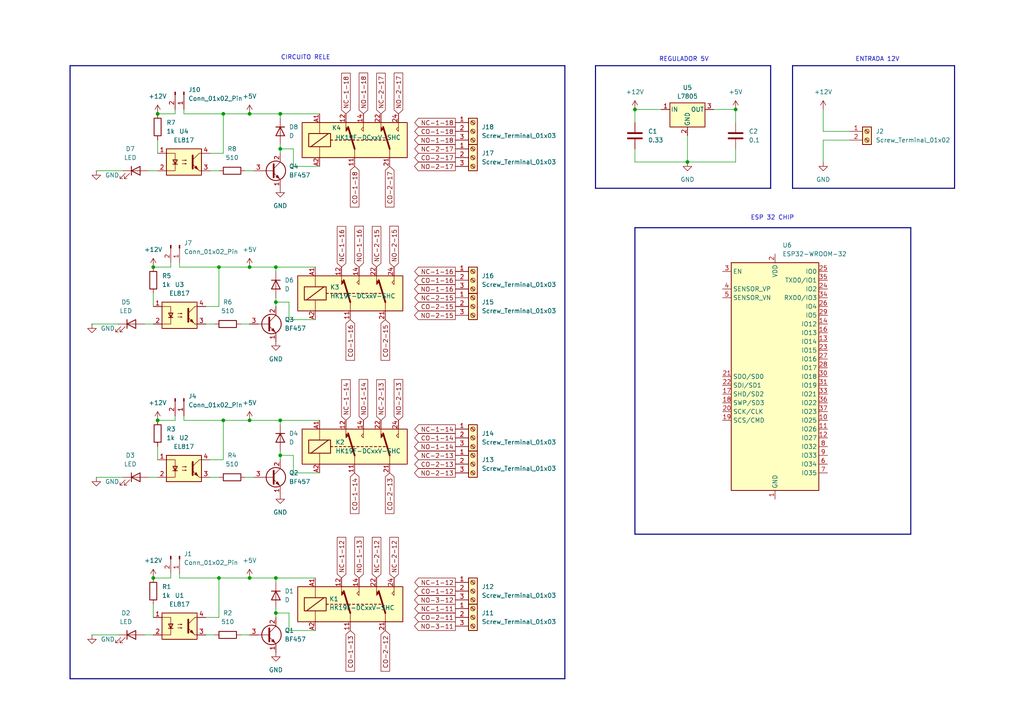
<source format=kicad_sch>
(kicad_sch
	(version 20250114)
	(generator "eeschema")
	(generator_version "9.0")
	(uuid "56df7df3-519b-4520-b462-cee64337dbde")
	(paper "A4")
	(lib_symbols
		(symbol "Connector:Conn_01x02_Pin"
			(pin_names
				(offset 1.016)
				(hide yes)
			)
			(exclude_from_sim no)
			(in_bom yes)
			(on_board yes)
			(property "Reference" "J"
				(at 0 2.54 0)
				(effects
					(font
						(size 1.27 1.27)
					)
				)
			)
			(property "Value" "Conn_01x02_Pin"
				(at 0 -5.08 0)
				(effects
					(font
						(size 1.27 1.27)
					)
				)
			)
			(property "Footprint" ""
				(at 0 0 0)
				(effects
					(font
						(size 1.27 1.27)
					)
					(hide yes)
				)
			)
			(property "Datasheet" "~"
				(at 0 0 0)
				(effects
					(font
						(size 1.27 1.27)
					)
					(hide yes)
				)
			)
			(property "Description" "Generic connector, single row, 01x02, script generated"
				(at 0 0 0)
				(effects
					(font
						(size 1.27 1.27)
					)
					(hide yes)
				)
			)
			(property "ki_locked" ""
				(at 0 0 0)
				(effects
					(font
						(size 1.27 1.27)
					)
				)
			)
			(property "ki_keywords" "connector"
				(at 0 0 0)
				(effects
					(font
						(size 1.27 1.27)
					)
					(hide yes)
				)
			)
			(property "ki_fp_filters" "Connector*:*_1x??_*"
				(at 0 0 0)
				(effects
					(font
						(size 1.27 1.27)
					)
					(hide yes)
				)
			)
			(symbol "Conn_01x02_Pin_1_1"
				(rectangle
					(start 0.8636 0.127)
					(end 0 -0.127)
					(stroke
						(width 0.1524)
						(type default)
					)
					(fill
						(type outline)
					)
				)
				(rectangle
					(start 0.8636 -2.413)
					(end 0 -2.667)
					(stroke
						(width 0.1524)
						(type default)
					)
					(fill
						(type outline)
					)
				)
				(polyline
					(pts
						(xy 1.27 0) (xy 0.8636 0)
					)
					(stroke
						(width 0.1524)
						(type default)
					)
					(fill
						(type none)
					)
				)
				(polyline
					(pts
						(xy 1.27 -2.54) (xy 0.8636 -2.54)
					)
					(stroke
						(width 0.1524)
						(type default)
					)
					(fill
						(type none)
					)
				)
				(pin passive line
					(at 5.08 0 180)
					(length 3.81)
					(name "Pin_1"
						(effects
							(font
								(size 1.27 1.27)
							)
						)
					)
					(number "1"
						(effects
							(font
								(size 1.27 1.27)
							)
						)
					)
				)
				(pin passive line
					(at 5.08 -2.54 180)
					(length 3.81)
					(name "Pin_2"
						(effects
							(font
								(size 1.27 1.27)
							)
						)
					)
					(number "2"
						(effects
							(font
								(size 1.27 1.27)
							)
						)
					)
				)
			)
			(embedded_fonts no)
		)
		(symbol "Connector:Screw_Terminal_01x02"
			(pin_names
				(offset 1.016)
				(hide yes)
			)
			(exclude_from_sim no)
			(in_bom yes)
			(on_board yes)
			(property "Reference" "J"
				(at 0 2.54 0)
				(effects
					(font
						(size 1.27 1.27)
					)
				)
			)
			(property "Value" "Screw_Terminal_01x02"
				(at 0 -5.08 0)
				(effects
					(font
						(size 1.27 1.27)
					)
				)
			)
			(property "Footprint" ""
				(at 0 0 0)
				(effects
					(font
						(size 1.27 1.27)
					)
					(hide yes)
				)
			)
			(property "Datasheet" "~"
				(at 0 0 0)
				(effects
					(font
						(size 1.27 1.27)
					)
					(hide yes)
				)
			)
			(property "Description" "Generic screw terminal, single row, 01x02, script generated (kicad-library-utils/schlib/autogen/connector/)"
				(at 0 0 0)
				(effects
					(font
						(size 1.27 1.27)
					)
					(hide yes)
				)
			)
			(property "ki_keywords" "screw terminal"
				(at 0 0 0)
				(effects
					(font
						(size 1.27 1.27)
					)
					(hide yes)
				)
			)
			(property "ki_fp_filters" "TerminalBlock*:*"
				(at 0 0 0)
				(effects
					(font
						(size 1.27 1.27)
					)
					(hide yes)
				)
			)
			(symbol "Screw_Terminal_01x02_1_1"
				(rectangle
					(start -1.27 1.27)
					(end 1.27 -3.81)
					(stroke
						(width 0.254)
						(type default)
					)
					(fill
						(type background)
					)
				)
				(polyline
					(pts
						(xy -0.5334 0.3302) (xy 0.3302 -0.508)
					)
					(stroke
						(width 0.1524)
						(type default)
					)
					(fill
						(type none)
					)
				)
				(polyline
					(pts
						(xy -0.5334 -2.2098) (xy 0.3302 -3.048)
					)
					(stroke
						(width 0.1524)
						(type default)
					)
					(fill
						(type none)
					)
				)
				(polyline
					(pts
						(xy -0.3556 0.508) (xy 0.508 -0.3302)
					)
					(stroke
						(width 0.1524)
						(type default)
					)
					(fill
						(type none)
					)
				)
				(polyline
					(pts
						(xy -0.3556 -2.032) (xy 0.508 -2.8702)
					)
					(stroke
						(width 0.1524)
						(type default)
					)
					(fill
						(type none)
					)
				)
				(circle
					(center 0 0)
					(radius 0.635)
					(stroke
						(width 0.1524)
						(type default)
					)
					(fill
						(type none)
					)
				)
				(circle
					(center 0 -2.54)
					(radius 0.635)
					(stroke
						(width 0.1524)
						(type default)
					)
					(fill
						(type none)
					)
				)
				(pin passive line
					(at -5.08 0 0)
					(length 3.81)
					(name "Pin_1"
						(effects
							(font
								(size 1.27 1.27)
							)
						)
					)
					(number "1"
						(effects
							(font
								(size 1.27 1.27)
							)
						)
					)
				)
				(pin passive line
					(at -5.08 -2.54 0)
					(length 3.81)
					(name "Pin_2"
						(effects
							(font
								(size 1.27 1.27)
							)
						)
					)
					(number "2"
						(effects
							(font
								(size 1.27 1.27)
							)
						)
					)
				)
			)
			(embedded_fonts no)
		)
		(symbol "Connector:Screw_Terminal_01x03"
			(pin_names
				(offset 1.016)
				(hide yes)
			)
			(exclude_from_sim no)
			(in_bom yes)
			(on_board yes)
			(property "Reference" "J"
				(at 0 5.08 0)
				(effects
					(font
						(size 1.27 1.27)
					)
				)
			)
			(property "Value" "Screw_Terminal_01x03"
				(at 0 -5.08 0)
				(effects
					(font
						(size 1.27 1.27)
					)
				)
			)
			(property "Footprint" ""
				(at 0 0 0)
				(effects
					(font
						(size 1.27 1.27)
					)
					(hide yes)
				)
			)
			(property "Datasheet" "~"
				(at 0 0 0)
				(effects
					(font
						(size 1.27 1.27)
					)
					(hide yes)
				)
			)
			(property "Description" "Generic screw terminal, single row, 01x03, script generated (kicad-library-utils/schlib/autogen/connector/)"
				(at 0 0 0)
				(effects
					(font
						(size 1.27 1.27)
					)
					(hide yes)
				)
			)
			(property "ki_keywords" "screw terminal"
				(at 0 0 0)
				(effects
					(font
						(size 1.27 1.27)
					)
					(hide yes)
				)
			)
			(property "ki_fp_filters" "TerminalBlock*:*"
				(at 0 0 0)
				(effects
					(font
						(size 1.27 1.27)
					)
					(hide yes)
				)
			)
			(symbol "Screw_Terminal_01x03_1_1"
				(rectangle
					(start -1.27 3.81)
					(end 1.27 -3.81)
					(stroke
						(width 0.254)
						(type default)
					)
					(fill
						(type background)
					)
				)
				(polyline
					(pts
						(xy -0.5334 2.8702) (xy 0.3302 2.032)
					)
					(stroke
						(width 0.1524)
						(type default)
					)
					(fill
						(type none)
					)
				)
				(polyline
					(pts
						(xy -0.5334 0.3302) (xy 0.3302 -0.508)
					)
					(stroke
						(width 0.1524)
						(type default)
					)
					(fill
						(type none)
					)
				)
				(polyline
					(pts
						(xy -0.5334 -2.2098) (xy 0.3302 -3.048)
					)
					(stroke
						(width 0.1524)
						(type default)
					)
					(fill
						(type none)
					)
				)
				(polyline
					(pts
						(xy -0.3556 3.048) (xy 0.508 2.2098)
					)
					(stroke
						(width 0.1524)
						(type default)
					)
					(fill
						(type none)
					)
				)
				(polyline
					(pts
						(xy -0.3556 0.508) (xy 0.508 -0.3302)
					)
					(stroke
						(width 0.1524)
						(type default)
					)
					(fill
						(type none)
					)
				)
				(polyline
					(pts
						(xy -0.3556 -2.032) (xy 0.508 -2.8702)
					)
					(stroke
						(width 0.1524)
						(type default)
					)
					(fill
						(type none)
					)
				)
				(circle
					(center 0 2.54)
					(radius 0.635)
					(stroke
						(width 0.1524)
						(type default)
					)
					(fill
						(type none)
					)
				)
				(circle
					(center 0 0)
					(radius 0.635)
					(stroke
						(width 0.1524)
						(type default)
					)
					(fill
						(type none)
					)
				)
				(circle
					(center 0 -2.54)
					(radius 0.635)
					(stroke
						(width 0.1524)
						(type default)
					)
					(fill
						(type none)
					)
				)
				(pin passive line
					(at -5.08 2.54 0)
					(length 3.81)
					(name "Pin_1"
						(effects
							(font
								(size 1.27 1.27)
							)
						)
					)
					(number "1"
						(effects
							(font
								(size 1.27 1.27)
							)
						)
					)
				)
				(pin passive line
					(at -5.08 0 0)
					(length 3.81)
					(name "Pin_2"
						(effects
							(font
								(size 1.27 1.27)
							)
						)
					)
					(number "2"
						(effects
							(font
								(size 1.27 1.27)
							)
						)
					)
				)
				(pin passive line
					(at -5.08 -2.54 0)
					(length 3.81)
					(name "Pin_3"
						(effects
							(font
								(size 1.27 1.27)
							)
						)
					)
					(number "3"
						(effects
							(font
								(size 1.27 1.27)
							)
						)
					)
				)
			)
			(embedded_fonts no)
		)
		(symbol "Device:C"
			(pin_numbers
				(hide yes)
			)
			(pin_names
				(offset 0.254)
			)
			(exclude_from_sim no)
			(in_bom yes)
			(on_board yes)
			(property "Reference" "C"
				(at 0.635 2.54 0)
				(effects
					(font
						(size 1.27 1.27)
					)
					(justify left)
				)
			)
			(property "Value" "C"
				(at 0.635 -2.54 0)
				(effects
					(font
						(size 1.27 1.27)
					)
					(justify left)
				)
			)
			(property "Footprint" ""
				(at 0.9652 -3.81 0)
				(effects
					(font
						(size 1.27 1.27)
					)
					(hide yes)
				)
			)
			(property "Datasheet" "~"
				(at 0 0 0)
				(effects
					(font
						(size 1.27 1.27)
					)
					(hide yes)
				)
			)
			(property "Description" "Unpolarized capacitor"
				(at 0 0 0)
				(effects
					(font
						(size 1.27 1.27)
					)
					(hide yes)
				)
			)
			(property "ki_keywords" "cap capacitor"
				(at 0 0 0)
				(effects
					(font
						(size 1.27 1.27)
					)
					(hide yes)
				)
			)
			(property "ki_fp_filters" "C_*"
				(at 0 0 0)
				(effects
					(font
						(size 1.27 1.27)
					)
					(hide yes)
				)
			)
			(symbol "C_0_1"
				(polyline
					(pts
						(xy -2.032 0.762) (xy 2.032 0.762)
					)
					(stroke
						(width 0.508)
						(type default)
					)
					(fill
						(type none)
					)
				)
				(polyline
					(pts
						(xy -2.032 -0.762) (xy 2.032 -0.762)
					)
					(stroke
						(width 0.508)
						(type default)
					)
					(fill
						(type none)
					)
				)
			)
			(symbol "C_1_1"
				(pin passive line
					(at 0 3.81 270)
					(length 2.794)
					(name "~"
						(effects
							(font
								(size 1.27 1.27)
							)
						)
					)
					(number "1"
						(effects
							(font
								(size 1.27 1.27)
							)
						)
					)
				)
				(pin passive line
					(at 0 -3.81 90)
					(length 2.794)
					(name "~"
						(effects
							(font
								(size 1.27 1.27)
							)
						)
					)
					(number "2"
						(effects
							(font
								(size 1.27 1.27)
							)
						)
					)
				)
			)
			(embedded_fonts no)
		)
		(symbol "Device:D"
			(pin_numbers
				(hide yes)
			)
			(pin_names
				(offset 1.016)
				(hide yes)
			)
			(exclude_from_sim no)
			(in_bom yes)
			(on_board yes)
			(property "Reference" "D"
				(at 0 2.54 0)
				(effects
					(font
						(size 1.27 1.27)
					)
				)
			)
			(property "Value" "D"
				(at 0 -2.54 0)
				(effects
					(font
						(size 1.27 1.27)
					)
				)
			)
			(property "Footprint" ""
				(at 0 0 0)
				(effects
					(font
						(size 1.27 1.27)
					)
					(hide yes)
				)
			)
			(property "Datasheet" "~"
				(at 0 0 0)
				(effects
					(font
						(size 1.27 1.27)
					)
					(hide yes)
				)
			)
			(property "Description" "Diode"
				(at 0 0 0)
				(effects
					(font
						(size 1.27 1.27)
					)
					(hide yes)
				)
			)
			(property "Sim.Device" "D"
				(at 0 0 0)
				(effects
					(font
						(size 1.27 1.27)
					)
					(hide yes)
				)
			)
			(property "Sim.Pins" "1=K 2=A"
				(at 0 0 0)
				(effects
					(font
						(size 1.27 1.27)
					)
					(hide yes)
				)
			)
			(property "ki_keywords" "diode"
				(at 0 0 0)
				(effects
					(font
						(size 1.27 1.27)
					)
					(hide yes)
				)
			)
			(property "ki_fp_filters" "TO-???* *_Diode_* *SingleDiode* D_*"
				(at 0 0 0)
				(effects
					(font
						(size 1.27 1.27)
					)
					(hide yes)
				)
			)
			(symbol "D_0_1"
				(polyline
					(pts
						(xy -1.27 1.27) (xy -1.27 -1.27)
					)
					(stroke
						(width 0.254)
						(type default)
					)
					(fill
						(type none)
					)
				)
				(polyline
					(pts
						(xy 1.27 1.27) (xy 1.27 -1.27) (xy -1.27 0) (xy 1.27 1.27)
					)
					(stroke
						(width 0.254)
						(type default)
					)
					(fill
						(type none)
					)
				)
				(polyline
					(pts
						(xy 1.27 0) (xy -1.27 0)
					)
					(stroke
						(width 0)
						(type default)
					)
					(fill
						(type none)
					)
				)
			)
			(symbol "D_1_1"
				(pin passive line
					(at -3.81 0 0)
					(length 2.54)
					(name "K"
						(effects
							(font
								(size 1.27 1.27)
							)
						)
					)
					(number "1"
						(effects
							(font
								(size 1.27 1.27)
							)
						)
					)
				)
				(pin passive line
					(at 3.81 0 180)
					(length 2.54)
					(name "A"
						(effects
							(font
								(size 1.27 1.27)
							)
						)
					)
					(number "2"
						(effects
							(font
								(size 1.27 1.27)
							)
						)
					)
				)
			)
			(embedded_fonts no)
		)
		(symbol "Device:LED"
			(pin_numbers
				(hide yes)
			)
			(pin_names
				(offset 1.016)
				(hide yes)
			)
			(exclude_from_sim no)
			(in_bom yes)
			(on_board yes)
			(property "Reference" "D"
				(at 0 2.54 0)
				(effects
					(font
						(size 1.27 1.27)
					)
				)
			)
			(property "Value" "LED"
				(at 0 -2.54 0)
				(effects
					(font
						(size 1.27 1.27)
					)
				)
			)
			(property "Footprint" ""
				(at 0 0 0)
				(effects
					(font
						(size 1.27 1.27)
					)
					(hide yes)
				)
			)
			(property "Datasheet" "~"
				(at 0 0 0)
				(effects
					(font
						(size 1.27 1.27)
					)
					(hide yes)
				)
			)
			(property "Description" "Light emitting diode"
				(at 0 0 0)
				(effects
					(font
						(size 1.27 1.27)
					)
					(hide yes)
				)
			)
			(property "Sim.Pins" "1=K 2=A"
				(at 0 0 0)
				(effects
					(font
						(size 1.27 1.27)
					)
					(hide yes)
				)
			)
			(property "ki_keywords" "LED diode"
				(at 0 0 0)
				(effects
					(font
						(size 1.27 1.27)
					)
					(hide yes)
				)
			)
			(property "ki_fp_filters" "LED* LED_SMD:* LED_THT:*"
				(at 0 0 0)
				(effects
					(font
						(size 1.27 1.27)
					)
					(hide yes)
				)
			)
			(symbol "LED_0_1"
				(polyline
					(pts
						(xy -3.048 -0.762) (xy -4.572 -2.286) (xy -3.81 -2.286) (xy -4.572 -2.286) (xy -4.572 -1.524)
					)
					(stroke
						(width 0)
						(type default)
					)
					(fill
						(type none)
					)
				)
				(polyline
					(pts
						(xy -1.778 -0.762) (xy -3.302 -2.286) (xy -2.54 -2.286) (xy -3.302 -2.286) (xy -3.302 -1.524)
					)
					(stroke
						(width 0)
						(type default)
					)
					(fill
						(type none)
					)
				)
				(polyline
					(pts
						(xy -1.27 0) (xy 1.27 0)
					)
					(stroke
						(width 0)
						(type default)
					)
					(fill
						(type none)
					)
				)
				(polyline
					(pts
						(xy -1.27 -1.27) (xy -1.27 1.27)
					)
					(stroke
						(width 0.254)
						(type default)
					)
					(fill
						(type none)
					)
				)
				(polyline
					(pts
						(xy 1.27 -1.27) (xy 1.27 1.27) (xy -1.27 0) (xy 1.27 -1.27)
					)
					(stroke
						(width 0.254)
						(type default)
					)
					(fill
						(type none)
					)
				)
			)
			(symbol "LED_1_1"
				(pin passive line
					(at -3.81 0 0)
					(length 2.54)
					(name "K"
						(effects
							(font
								(size 1.27 1.27)
							)
						)
					)
					(number "1"
						(effects
							(font
								(size 1.27 1.27)
							)
						)
					)
				)
				(pin passive line
					(at 3.81 0 180)
					(length 2.54)
					(name "A"
						(effects
							(font
								(size 1.27 1.27)
							)
						)
					)
					(number "2"
						(effects
							(font
								(size 1.27 1.27)
							)
						)
					)
				)
			)
			(embedded_fonts no)
		)
		(symbol "Device:R"
			(pin_numbers
				(hide yes)
			)
			(pin_names
				(offset 0)
			)
			(exclude_from_sim no)
			(in_bom yes)
			(on_board yes)
			(property "Reference" "R"
				(at 2.032 0 90)
				(effects
					(font
						(size 1.27 1.27)
					)
				)
			)
			(property "Value" "R"
				(at 0 0 90)
				(effects
					(font
						(size 1.27 1.27)
					)
				)
			)
			(property "Footprint" ""
				(at -1.778 0 90)
				(effects
					(font
						(size 1.27 1.27)
					)
					(hide yes)
				)
			)
			(property "Datasheet" "~"
				(at 0 0 0)
				(effects
					(font
						(size 1.27 1.27)
					)
					(hide yes)
				)
			)
			(property "Description" "Resistor"
				(at 0 0 0)
				(effects
					(font
						(size 1.27 1.27)
					)
					(hide yes)
				)
			)
			(property "ki_keywords" "R res resistor"
				(at 0 0 0)
				(effects
					(font
						(size 1.27 1.27)
					)
					(hide yes)
				)
			)
			(property "ki_fp_filters" "R_*"
				(at 0 0 0)
				(effects
					(font
						(size 1.27 1.27)
					)
					(hide yes)
				)
			)
			(symbol "R_0_1"
				(rectangle
					(start -1.016 -2.54)
					(end 1.016 2.54)
					(stroke
						(width 0.254)
						(type default)
					)
					(fill
						(type none)
					)
				)
			)
			(symbol "R_1_1"
				(pin passive line
					(at 0 3.81 270)
					(length 1.27)
					(name "~"
						(effects
							(font
								(size 1.27 1.27)
							)
						)
					)
					(number "1"
						(effects
							(font
								(size 1.27 1.27)
							)
						)
					)
				)
				(pin passive line
					(at 0 -3.81 90)
					(length 1.27)
					(name "~"
						(effects
							(font
								(size 1.27 1.27)
							)
						)
					)
					(number "2"
						(effects
							(font
								(size 1.27 1.27)
							)
						)
					)
				)
			)
			(embedded_fonts no)
		)
		(symbol "Isolator:EL817"
			(pin_names
				(offset 1.016)
			)
			(exclude_from_sim no)
			(in_bom yes)
			(on_board yes)
			(property "Reference" "U"
				(at -5.08 5.08 0)
				(effects
					(font
						(size 1.27 1.27)
					)
					(justify left)
				)
			)
			(property "Value" "EL817"
				(at 0 5.08 0)
				(effects
					(font
						(size 1.27 1.27)
					)
					(justify left)
				)
			)
			(property "Footprint" "Package_DIP:DIP-4_W7.62mm"
				(at -5.08 -5.08 0)
				(effects
					(font
						(size 1.27 1.27)
						(italic yes)
					)
					(justify left)
					(hide yes)
				)
			)
			(property "Datasheet" "http://www.everlight.com/file/ProductFile/EL817.pdf"
				(at 0 0 0)
				(effects
					(font
						(size 1.27 1.27)
					)
					(justify left)
					(hide yes)
				)
			)
			(property "Description" "DC Optocoupler, Vce 35V, DIP-4"
				(at 0 0 0)
				(effects
					(font
						(size 1.27 1.27)
					)
					(hide yes)
				)
			)
			(property "ki_keywords" "NPN DC Optocoupler"
				(at 0 0 0)
				(effects
					(font
						(size 1.27 1.27)
					)
					(hide yes)
				)
			)
			(property "ki_fp_filters" "DIP*W7.62mm*"
				(at 0 0 0)
				(effects
					(font
						(size 1.27 1.27)
					)
					(hide yes)
				)
			)
			(symbol "EL817_0_1"
				(rectangle
					(start -5.08 3.81)
					(end 5.08 -3.81)
					(stroke
						(width 0.254)
						(type default)
					)
					(fill
						(type background)
					)
				)
				(polyline
					(pts
						(xy -5.08 2.54) (xy -2.54 2.54) (xy -2.54 -0.635)
					)
					(stroke
						(width 0)
						(type default)
					)
					(fill
						(type none)
					)
				)
				(polyline
					(pts
						(xy -3.175 -0.635) (xy -1.905 -0.635)
					)
					(stroke
						(width 0.254)
						(type default)
					)
					(fill
						(type none)
					)
				)
				(polyline
					(pts
						(xy -2.54 -0.635) (xy -2.54 -2.54) (xy -5.08 -2.54)
					)
					(stroke
						(width 0)
						(type default)
					)
					(fill
						(type none)
					)
				)
				(polyline
					(pts
						(xy -2.54 -0.635) (xy -3.175 0.635) (xy -1.905 0.635) (xy -2.54 -0.635)
					)
					(stroke
						(width 0.254)
						(type default)
					)
					(fill
						(type none)
					)
				)
				(polyline
					(pts
						(xy -0.508 0.508) (xy 0.762 0.508) (xy 0.381 0.381) (xy 0.381 0.635) (xy 0.762 0.508)
					)
					(stroke
						(width 0)
						(type default)
					)
					(fill
						(type none)
					)
				)
				(polyline
					(pts
						(xy -0.508 -0.508) (xy 0.762 -0.508) (xy 0.381 -0.635) (xy 0.381 -0.381) (xy 0.762 -0.508)
					)
					(stroke
						(width 0)
						(type default)
					)
					(fill
						(type none)
					)
				)
				(polyline
					(pts
						(xy 2.54 1.905) (xy 2.54 -1.905) (xy 2.54 -1.905)
					)
					(stroke
						(width 0.508)
						(type default)
					)
					(fill
						(type none)
					)
				)
				(polyline
					(pts
						(xy 2.54 0.635) (xy 4.445 2.54)
					)
					(stroke
						(width 0)
						(type default)
					)
					(fill
						(type none)
					)
				)
				(polyline
					(pts
						(xy 3.048 -1.651) (xy 3.556 -1.143) (xy 4.064 -2.159) (xy 3.048 -1.651) (xy 3.048 -1.651)
					)
					(stroke
						(width 0)
						(type default)
					)
					(fill
						(type outline)
					)
				)
				(polyline
					(pts
						(xy 4.445 2.54) (xy 5.08 2.54)
					)
					(stroke
						(width 0)
						(type default)
					)
					(fill
						(type none)
					)
				)
				(polyline
					(pts
						(xy 4.445 -2.54) (xy 2.54 -0.635)
					)
					(stroke
						(width 0)
						(type default)
					)
					(fill
						(type outline)
					)
				)
				(polyline
					(pts
						(xy 4.445 -2.54) (xy 5.08 -2.54)
					)
					(stroke
						(width 0)
						(type default)
					)
					(fill
						(type none)
					)
				)
			)
			(symbol "EL817_1_1"
				(pin passive line
					(at -7.62 2.54 0)
					(length 2.54)
					(name "~"
						(effects
							(font
								(size 1.27 1.27)
							)
						)
					)
					(number "1"
						(effects
							(font
								(size 1.27 1.27)
							)
						)
					)
				)
				(pin passive line
					(at -7.62 -2.54 0)
					(length 2.54)
					(name "~"
						(effects
							(font
								(size 1.27 1.27)
							)
						)
					)
					(number "2"
						(effects
							(font
								(size 1.27 1.27)
							)
						)
					)
				)
				(pin passive line
					(at 7.62 2.54 180)
					(length 2.54)
					(name "~"
						(effects
							(font
								(size 1.27 1.27)
							)
						)
					)
					(number "4"
						(effects
							(font
								(size 1.27 1.27)
							)
						)
					)
				)
				(pin passive line
					(at 7.62 -2.54 180)
					(length 2.54)
					(name "~"
						(effects
							(font
								(size 1.27 1.27)
							)
						)
					)
					(number "3"
						(effects
							(font
								(size 1.27 1.27)
							)
						)
					)
				)
			)
			(embedded_fonts no)
		)
		(symbol "RF_Module:ESP32-WROOM-32"
			(exclude_from_sim no)
			(in_bom yes)
			(on_board yes)
			(property "Reference" "U"
				(at -12.7 34.29 0)
				(effects
					(font
						(size 1.27 1.27)
					)
					(justify left)
				)
			)
			(property "Value" "ESP32-WROOM-32"
				(at 1.27 34.29 0)
				(effects
					(font
						(size 1.27 1.27)
					)
					(justify left)
				)
			)
			(property "Footprint" "RF_Module:ESP32-WROOM-32"
				(at 0 -38.1 0)
				(effects
					(font
						(size 1.27 1.27)
					)
					(hide yes)
				)
			)
			(property "Datasheet" "https://www.espressif.com/sites/default/files/documentation/esp32-wroom-32_datasheet_en.pdf"
				(at -7.62 1.27 0)
				(effects
					(font
						(size 1.27 1.27)
					)
					(hide yes)
				)
			)
			(property "Description" "RF Module, ESP32-D0WDQ6 SoC, Wi-Fi 802.11b/g/n, Bluetooth, BLE, 32-bit, 2.7-3.6V, onboard antenna, SMD"
				(at 0 0 0)
				(effects
					(font
						(size 1.27 1.27)
					)
					(hide yes)
				)
			)
			(property "ki_keywords" "RF Radio BT ESP ESP32 Espressif onboard PCB antenna"
				(at 0 0 0)
				(effects
					(font
						(size 1.27 1.27)
					)
					(hide yes)
				)
			)
			(property "ki_fp_filters" "ESP32?WROOM?32*"
				(at 0 0 0)
				(effects
					(font
						(size 1.27 1.27)
					)
					(hide yes)
				)
			)
			(symbol "ESP32-WROOM-32_0_1"
				(rectangle
					(start -12.7 33.02)
					(end 12.7 -33.02)
					(stroke
						(width 0.254)
						(type default)
					)
					(fill
						(type background)
					)
				)
			)
			(symbol "ESP32-WROOM-32_1_1"
				(pin input line
					(at -15.24 30.48 0)
					(length 2.54)
					(name "EN"
						(effects
							(font
								(size 1.27 1.27)
							)
						)
					)
					(number "3"
						(effects
							(font
								(size 1.27 1.27)
							)
						)
					)
				)
				(pin input line
					(at -15.24 25.4 0)
					(length 2.54)
					(name "SENSOR_VP"
						(effects
							(font
								(size 1.27 1.27)
							)
						)
					)
					(number "4"
						(effects
							(font
								(size 1.27 1.27)
							)
						)
					)
				)
				(pin input line
					(at -15.24 22.86 0)
					(length 2.54)
					(name "SENSOR_VN"
						(effects
							(font
								(size 1.27 1.27)
							)
						)
					)
					(number "5"
						(effects
							(font
								(size 1.27 1.27)
							)
						)
					)
				)
				(pin bidirectional line
					(at -15.24 0 0)
					(length 2.54)
					(name "SDO/SD0"
						(effects
							(font
								(size 1.27 1.27)
							)
						)
					)
					(number "21"
						(effects
							(font
								(size 1.27 1.27)
							)
						)
					)
				)
				(pin bidirectional line
					(at -15.24 -2.54 0)
					(length 2.54)
					(name "SDI/SD1"
						(effects
							(font
								(size 1.27 1.27)
							)
						)
					)
					(number "22"
						(effects
							(font
								(size 1.27 1.27)
							)
						)
					)
				)
				(pin bidirectional line
					(at -15.24 -5.08 0)
					(length 2.54)
					(name "SHD/SD2"
						(effects
							(font
								(size 1.27 1.27)
							)
						)
					)
					(number "17"
						(effects
							(font
								(size 1.27 1.27)
							)
						)
					)
				)
				(pin bidirectional line
					(at -15.24 -7.62 0)
					(length 2.54)
					(name "SWP/SD3"
						(effects
							(font
								(size 1.27 1.27)
							)
						)
					)
					(number "18"
						(effects
							(font
								(size 1.27 1.27)
							)
						)
					)
				)
				(pin bidirectional line
					(at -15.24 -10.16 0)
					(length 2.54)
					(name "SCK/CLK"
						(effects
							(font
								(size 1.27 1.27)
							)
						)
					)
					(number "20"
						(effects
							(font
								(size 1.27 1.27)
							)
						)
					)
				)
				(pin bidirectional line
					(at -15.24 -12.7 0)
					(length 2.54)
					(name "SCS/CMD"
						(effects
							(font
								(size 1.27 1.27)
							)
						)
					)
					(number "19"
						(effects
							(font
								(size 1.27 1.27)
							)
						)
					)
				)
				(pin no_connect line
					(at -12.7 -27.94 0)
					(length 2.54)
					(hide yes)
					(name "NC"
						(effects
							(font
								(size 1.27 1.27)
							)
						)
					)
					(number "32"
						(effects
							(font
								(size 1.27 1.27)
							)
						)
					)
				)
				(pin power_in line
					(at 0 35.56 270)
					(length 2.54)
					(name "VDD"
						(effects
							(font
								(size 1.27 1.27)
							)
						)
					)
					(number "2"
						(effects
							(font
								(size 1.27 1.27)
							)
						)
					)
				)
				(pin power_in line
					(at 0 -35.56 90)
					(length 2.54)
					(name "GND"
						(effects
							(font
								(size 1.27 1.27)
							)
						)
					)
					(number "1"
						(effects
							(font
								(size 1.27 1.27)
							)
						)
					)
				)
				(pin passive line
					(at 0 -35.56 90)
					(length 2.54)
					(hide yes)
					(name "GND"
						(effects
							(font
								(size 1.27 1.27)
							)
						)
					)
					(number "15"
						(effects
							(font
								(size 1.27 1.27)
							)
						)
					)
				)
				(pin passive line
					(at 0 -35.56 90)
					(length 2.54)
					(hide yes)
					(name "GND"
						(effects
							(font
								(size 1.27 1.27)
							)
						)
					)
					(number "38"
						(effects
							(font
								(size 1.27 1.27)
							)
						)
					)
				)
				(pin passive line
					(at 0 -35.56 90)
					(length 2.54)
					(hide yes)
					(name "GND"
						(effects
							(font
								(size 1.27 1.27)
							)
						)
					)
					(number "39"
						(effects
							(font
								(size 1.27 1.27)
							)
						)
					)
				)
				(pin bidirectional line
					(at 15.24 30.48 180)
					(length 2.54)
					(name "IO0"
						(effects
							(font
								(size 1.27 1.27)
							)
						)
					)
					(number "25"
						(effects
							(font
								(size 1.27 1.27)
							)
						)
					)
				)
				(pin bidirectional line
					(at 15.24 27.94 180)
					(length 2.54)
					(name "TXD0/IO1"
						(effects
							(font
								(size 1.27 1.27)
							)
						)
					)
					(number "35"
						(effects
							(font
								(size 1.27 1.27)
							)
						)
					)
				)
				(pin bidirectional line
					(at 15.24 25.4 180)
					(length 2.54)
					(name "IO2"
						(effects
							(font
								(size 1.27 1.27)
							)
						)
					)
					(number "24"
						(effects
							(font
								(size 1.27 1.27)
							)
						)
					)
				)
				(pin bidirectional line
					(at 15.24 22.86 180)
					(length 2.54)
					(name "RXD0/IO3"
						(effects
							(font
								(size 1.27 1.27)
							)
						)
					)
					(number "34"
						(effects
							(font
								(size 1.27 1.27)
							)
						)
					)
				)
				(pin bidirectional line
					(at 15.24 20.32 180)
					(length 2.54)
					(name "IO4"
						(effects
							(font
								(size 1.27 1.27)
							)
						)
					)
					(number "26"
						(effects
							(font
								(size 1.27 1.27)
							)
						)
					)
				)
				(pin bidirectional line
					(at 15.24 17.78 180)
					(length 2.54)
					(name "IO5"
						(effects
							(font
								(size 1.27 1.27)
							)
						)
					)
					(number "29"
						(effects
							(font
								(size 1.27 1.27)
							)
						)
					)
				)
				(pin bidirectional line
					(at 15.24 15.24 180)
					(length 2.54)
					(name "IO12"
						(effects
							(font
								(size 1.27 1.27)
							)
						)
					)
					(number "14"
						(effects
							(font
								(size 1.27 1.27)
							)
						)
					)
				)
				(pin bidirectional line
					(at 15.24 12.7 180)
					(length 2.54)
					(name "IO13"
						(effects
							(font
								(size 1.27 1.27)
							)
						)
					)
					(number "16"
						(effects
							(font
								(size 1.27 1.27)
							)
						)
					)
				)
				(pin bidirectional line
					(at 15.24 10.16 180)
					(length 2.54)
					(name "IO14"
						(effects
							(font
								(size 1.27 1.27)
							)
						)
					)
					(number "13"
						(effects
							(font
								(size 1.27 1.27)
							)
						)
					)
				)
				(pin bidirectional line
					(at 15.24 7.62 180)
					(length 2.54)
					(name "IO15"
						(effects
							(font
								(size 1.27 1.27)
							)
						)
					)
					(number "23"
						(effects
							(font
								(size 1.27 1.27)
							)
						)
					)
				)
				(pin bidirectional line
					(at 15.24 5.08 180)
					(length 2.54)
					(name "IO16"
						(effects
							(font
								(size 1.27 1.27)
							)
						)
					)
					(number "27"
						(effects
							(font
								(size 1.27 1.27)
							)
						)
					)
				)
				(pin bidirectional line
					(at 15.24 2.54 180)
					(length 2.54)
					(name "IO17"
						(effects
							(font
								(size 1.27 1.27)
							)
						)
					)
					(number "28"
						(effects
							(font
								(size 1.27 1.27)
							)
						)
					)
				)
				(pin bidirectional line
					(at 15.24 0 180)
					(length 2.54)
					(name "IO18"
						(effects
							(font
								(size 1.27 1.27)
							)
						)
					)
					(number "30"
						(effects
							(font
								(size 1.27 1.27)
							)
						)
					)
				)
				(pin bidirectional line
					(at 15.24 -2.54 180)
					(length 2.54)
					(name "IO19"
						(effects
							(font
								(size 1.27 1.27)
							)
						)
					)
					(number "31"
						(effects
							(font
								(size 1.27 1.27)
							)
						)
					)
				)
				(pin bidirectional line
					(at 15.24 -5.08 180)
					(length 2.54)
					(name "IO21"
						(effects
							(font
								(size 1.27 1.27)
							)
						)
					)
					(number "33"
						(effects
							(font
								(size 1.27 1.27)
							)
						)
					)
				)
				(pin bidirectional line
					(at 15.24 -7.62 180)
					(length 2.54)
					(name "IO22"
						(effects
							(font
								(size 1.27 1.27)
							)
						)
					)
					(number "36"
						(effects
							(font
								(size 1.27 1.27)
							)
						)
					)
				)
				(pin bidirectional line
					(at 15.24 -10.16 180)
					(length 2.54)
					(name "IO23"
						(effects
							(font
								(size 1.27 1.27)
							)
						)
					)
					(number "37"
						(effects
							(font
								(size 1.27 1.27)
							)
						)
					)
				)
				(pin bidirectional line
					(at 15.24 -12.7 180)
					(length 2.54)
					(name "IO25"
						(effects
							(font
								(size 1.27 1.27)
							)
						)
					)
					(number "10"
						(effects
							(font
								(size 1.27 1.27)
							)
						)
					)
				)
				(pin bidirectional line
					(at 15.24 -15.24 180)
					(length 2.54)
					(name "IO26"
						(effects
							(font
								(size 1.27 1.27)
							)
						)
					)
					(number "11"
						(effects
							(font
								(size 1.27 1.27)
							)
						)
					)
				)
				(pin bidirectional line
					(at 15.24 -17.78 180)
					(length 2.54)
					(name "IO27"
						(effects
							(font
								(size 1.27 1.27)
							)
						)
					)
					(number "12"
						(effects
							(font
								(size 1.27 1.27)
							)
						)
					)
				)
				(pin bidirectional line
					(at 15.24 -20.32 180)
					(length 2.54)
					(name "IO32"
						(effects
							(font
								(size 1.27 1.27)
							)
						)
					)
					(number "8"
						(effects
							(font
								(size 1.27 1.27)
							)
						)
					)
				)
				(pin bidirectional line
					(at 15.24 -22.86 180)
					(length 2.54)
					(name "IO33"
						(effects
							(font
								(size 1.27 1.27)
							)
						)
					)
					(number "9"
						(effects
							(font
								(size 1.27 1.27)
							)
						)
					)
				)
				(pin input line
					(at 15.24 -25.4 180)
					(length 2.54)
					(name "IO34"
						(effects
							(font
								(size 1.27 1.27)
							)
						)
					)
					(number "6"
						(effects
							(font
								(size 1.27 1.27)
							)
						)
					)
				)
				(pin input line
					(at 15.24 -27.94 180)
					(length 2.54)
					(name "IO35"
						(effects
							(font
								(size 1.27 1.27)
							)
						)
					)
					(number "7"
						(effects
							(font
								(size 1.27 1.27)
							)
						)
					)
				)
			)
			(embedded_fonts no)
		)
		(symbol "Regulator_Linear:L7805"
			(pin_names
				(offset 0.254)
			)
			(exclude_from_sim no)
			(in_bom yes)
			(on_board yes)
			(property "Reference" "U"
				(at -3.81 3.175 0)
				(effects
					(font
						(size 1.27 1.27)
					)
				)
			)
			(property "Value" "L7805"
				(at 0 3.175 0)
				(effects
					(font
						(size 1.27 1.27)
					)
					(justify left)
				)
			)
			(property "Footprint" ""
				(at 0.635 -3.81 0)
				(effects
					(font
						(size 1.27 1.27)
						(italic yes)
					)
					(justify left)
					(hide yes)
				)
			)
			(property "Datasheet" "http://www.st.com/content/ccc/resource/technical/document/datasheet/41/4f/b3/b0/12/d4/47/88/CD00000444.pdf/files/CD00000444.pdf/jcr:content/translations/en.CD00000444.pdf"
				(at 0 -1.27 0)
				(effects
					(font
						(size 1.27 1.27)
					)
					(hide yes)
				)
			)
			(property "Description" "Positive 1.5A 35V Linear Regulator, Fixed Output 5V, TO-220/TO-263/TO-252"
				(at 0 0 0)
				(effects
					(font
						(size 1.27 1.27)
					)
					(hide yes)
				)
			)
			(property "ki_keywords" "Voltage Regulator 1.5A Positive"
				(at 0 0 0)
				(effects
					(font
						(size 1.27 1.27)
					)
					(hide yes)
				)
			)
			(property "ki_fp_filters" "TO?252* TO?263* TO?220*"
				(at 0 0 0)
				(effects
					(font
						(size 1.27 1.27)
					)
					(hide yes)
				)
			)
			(symbol "L7805_0_1"
				(rectangle
					(start -5.08 1.905)
					(end 5.08 -5.08)
					(stroke
						(width 0.254)
						(type default)
					)
					(fill
						(type background)
					)
				)
			)
			(symbol "L7805_1_1"
				(pin power_in line
					(at -7.62 0 0)
					(length 2.54)
					(name "IN"
						(effects
							(font
								(size 1.27 1.27)
							)
						)
					)
					(number "1"
						(effects
							(font
								(size 1.27 1.27)
							)
						)
					)
				)
				(pin power_in line
					(at 0 -7.62 90)
					(length 2.54)
					(name "GND"
						(effects
							(font
								(size 1.27 1.27)
							)
						)
					)
					(number "2"
						(effects
							(font
								(size 1.27 1.27)
							)
						)
					)
				)
				(pin power_out line
					(at 7.62 0 180)
					(length 2.54)
					(name "OUT"
						(effects
							(font
								(size 1.27 1.27)
							)
						)
					)
					(number "3"
						(effects
							(font
								(size 1.27 1.27)
							)
						)
					)
				)
			)
			(embedded_fonts no)
		)
		(symbol "Relay:HK19F-DCxxV-SHC"
			(exclude_from_sim no)
			(in_bom yes)
			(on_board yes)
			(property "Reference" "K"
				(at 16.51 3.81 0)
				(effects
					(font
						(size 1.27 1.27)
					)
					(justify left)
				)
			)
			(property "Value" "HK19F-DCxxV-SHC"
				(at 16.51 1.27 0)
				(effects
					(font
						(size 1.27 1.27)
					)
					(justify left)
				)
			)
			(property "Footprint" "Relay_THT:Relay_DPDT_Finder_30.22"
				(at -17.78 -12.7 0)
				(effects
					(font
						(size 1.27 1.27)
					)
					(justify left)
					(hide yes)
				)
			)
			(property "Datasheet" "https://www.lcsc.com/datasheet/lcsc_datasheet_1810201512_Ningbo-Keke-New-Era-Appliance-HK19F-DC12V-SHG_C42803.pdf"
				(at 0 -17.78 0)
				(effects
					(font
						(size 1.27 1.27)
					)
					(hide yes)
				)
			)
			(property "Description" "HuiKe 19F monostable relay, DPDT, 1A"
				(at 1.27 -15.24 0)
				(effects
					(font
						(size 1.27 1.27)
					)
					(hide yes)
				)
			)
			(property "ki_keywords" "12V DC Relay DPDT"
				(at 0 0 0)
				(effects
					(font
						(size 1.27 1.27)
					)
					(hide yes)
				)
			)
			(property "ki_fp_filters" "Relay*DPDT*Finder*30.22*"
				(at 0 0 0)
				(effects
					(font
						(size 1.27 1.27)
					)
					(hide yes)
				)
			)
			(symbol "HK19F-DCxxV-SHC_0_1"
				(rectangle
					(start -15.24 5.08)
					(end 15.24 -5.08)
					(stroke
						(width 0.254)
						(type default)
					)
					(fill
						(type background)
					)
				)
				(rectangle
					(start -13.335 1.905)
					(end -6.985 -1.905)
					(stroke
						(width 0.254)
						(type default)
					)
					(fill
						(type none)
					)
				)
				(polyline
					(pts
						(xy -12.7 -1.905) (xy -7.62 1.905)
					)
					(stroke
						(width 0.254)
						(type default)
					)
					(fill
						(type none)
					)
				)
				(polyline
					(pts
						(xy -10.16 5.08) (xy -10.16 1.905)
					)
					(stroke
						(width 0)
						(type default)
					)
					(fill
						(type none)
					)
				)
				(polyline
					(pts
						(xy -10.16 -5.08) (xy -10.16 -1.905)
					)
					(stroke
						(width 0)
						(type default)
					)
					(fill
						(type none)
					)
				)
				(polyline
					(pts
						(xy -6.985 0) (xy -6.35 0)
					)
					(stroke
						(width 0.254)
						(type default)
					)
					(fill
						(type none)
					)
				)
				(polyline
					(pts
						(xy -5.715 0) (xy -5.08 0)
					)
					(stroke
						(width 0.254)
						(type default)
					)
					(fill
						(type none)
					)
				)
				(polyline
					(pts
						(xy -4.445 0) (xy -3.81 0)
					)
					(stroke
						(width 0.254)
						(type default)
					)
					(fill
						(type none)
					)
				)
				(polyline
					(pts
						(xy -3.175 0) (xy -2.54 0)
					)
					(stroke
						(width 0.254)
						(type default)
					)
					(fill
						(type none)
					)
				)
				(polyline
					(pts
						(xy -2.54 5.08) (xy -2.54 2.54) (xy -1.905 3.175) (xy -2.54 3.81)
					)
					(stroke
						(width 0)
						(type default)
					)
					(fill
						(type outline)
					)
				)
				(polyline
					(pts
						(xy -1.905 0) (xy -1.27 0)
					)
					(stroke
						(width 0.254)
						(type default)
					)
					(fill
						(type none)
					)
				)
				(polyline
					(pts
						(xy -0.635 0) (xy 0 0)
					)
					(stroke
						(width 0.254)
						(type default)
					)
					(fill
						(type none)
					)
				)
				(polyline
					(pts
						(xy 0 -2.54) (xy -1.905 3.81)
					)
					(stroke
						(width 0.508)
						(type default)
					)
					(fill
						(type none)
					)
				)
				(polyline
					(pts
						(xy 0 -2.54) (xy 0 -5.08)
					)
					(stroke
						(width 0)
						(type default)
					)
					(fill
						(type none)
					)
				)
				(polyline
					(pts
						(xy 0.635 0) (xy 1.27 0)
					)
					(stroke
						(width 0.254)
						(type default)
					)
					(fill
						(type none)
					)
				)
				(polyline
					(pts
						(xy 1.905 0) (xy 2.54 0)
					)
					(stroke
						(width 0.254)
						(type default)
					)
					(fill
						(type none)
					)
				)
				(polyline
					(pts
						(xy 2.54 5.08) (xy 2.54 2.54) (xy 1.905 3.175) (xy 2.54 3.81)
					)
					(stroke
						(width 0)
						(type default)
					)
					(fill
						(type none)
					)
				)
				(polyline
					(pts
						(xy 3.175 0) (xy 3.81 0)
					)
					(stroke
						(width 0.254)
						(type default)
					)
					(fill
						(type none)
					)
				)
				(polyline
					(pts
						(xy 4.445 0) (xy 5.08 0)
					)
					(stroke
						(width 0.254)
						(type default)
					)
					(fill
						(type none)
					)
				)
				(polyline
					(pts
						(xy 5.715 0) (xy 6.35 0)
					)
					(stroke
						(width 0.254)
						(type default)
					)
					(fill
						(type none)
					)
				)
				(polyline
					(pts
						(xy 6.985 0) (xy 7.62 0)
					)
					(stroke
						(width 0.254)
						(type default)
					)
					(fill
						(type none)
					)
				)
				(polyline
					(pts
						(xy 7.62 5.08) (xy 7.62 2.54) (xy 8.255 3.175) (xy 7.62 3.81)
					)
					(stroke
						(width 0)
						(type default)
					)
					(fill
						(type outline)
					)
				)
				(polyline
					(pts
						(xy 8.255 0) (xy 8.89 0)
					)
					(stroke
						(width 0.254)
						(type default)
					)
					(fill
						(type none)
					)
				)
				(polyline
					(pts
						(xy 10.16 -2.54) (xy 8.255 3.81)
					)
					(stroke
						(width 0.508)
						(type default)
					)
					(fill
						(type none)
					)
				)
				(polyline
					(pts
						(xy 10.16 -2.54) (xy 10.16 -5.08)
					)
					(stroke
						(width 0)
						(type default)
					)
					(fill
						(type none)
					)
				)
				(polyline
					(pts
						(xy 12.7 5.08) (xy 12.7 2.54) (xy 12.065 3.175) (xy 12.7 3.81)
					)
					(stroke
						(width 0)
						(type default)
					)
					(fill
						(type none)
					)
				)
			)
			(symbol "HK19F-DCxxV-SHC_1_1"
				(pin passive line
					(at -10.16 7.62 270)
					(length 2.54)
					(name "~"
						(effects
							(font
								(size 1.27 1.27)
							)
						)
					)
					(number "A1"
						(effects
							(font
								(size 1.27 1.27)
							)
						)
					)
				)
				(pin passive line
					(at -10.16 -7.62 90)
					(length 2.54)
					(name "~"
						(effects
							(font
								(size 1.27 1.27)
							)
						)
					)
					(number "A2"
						(effects
							(font
								(size 1.27 1.27)
							)
						)
					)
				)
				(pin passive line
					(at -2.54 7.62 270)
					(length 2.54)
					(name "~"
						(effects
							(font
								(size 1.27 1.27)
							)
						)
					)
					(number "12"
						(effects
							(font
								(size 1.27 1.27)
							)
						)
					)
				)
				(pin passive line
					(at 0 -7.62 90)
					(length 2.54)
					(name "~"
						(effects
							(font
								(size 1.27 1.27)
							)
						)
					)
					(number "11"
						(effects
							(font
								(size 1.27 1.27)
							)
						)
					)
				)
				(pin passive line
					(at 2.54 7.62 270)
					(length 2.54)
					(name "~"
						(effects
							(font
								(size 1.27 1.27)
							)
						)
					)
					(number "14"
						(effects
							(font
								(size 1.27 1.27)
							)
						)
					)
				)
				(pin passive line
					(at 7.62 7.62 270)
					(length 2.54)
					(name "~"
						(effects
							(font
								(size 1.27 1.27)
							)
						)
					)
					(number "22"
						(effects
							(font
								(size 1.27 1.27)
							)
						)
					)
				)
				(pin passive line
					(at 10.16 -7.62 90)
					(length 2.54)
					(name "~"
						(effects
							(font
								(size 1.27 1.27)
							)
						)
					)
					(number "21"
						(effects
							(font
								(size 1.27 1.27)
							)
						)
					)
				)
				(pin passive line
					(at 12.7 7.62 270)
					(length 2.54)
					(name "~"
						(effects
							(font
								(size 1.27 1.27)
							)
						)
					)
					(number "24"
						(effects
							(font
								(size 1.27 1.27)
							)
						)
					)
				)
			)
			(embedded_fonts no)
		)
		(symbol "Transistor_BJT:BF457"
			(pin_names
				(offset 0)
				(hide yes)
			)
			(exclude_from_sim no)
			(in_bom yes)
			(on_board yes)
			(property "Reference" "Q"
				(at 5.08 1.905 0)
				(effects
					(font
						(size 1.27 1.27)
					)
					(justify left)
				)
			)
			(property "Value" "BF457"
				(at 5.08 0 0)
				(effects
					(font
						(size 1.27 1.27)
					)
					(justify left)
				)
			)
			(property "Footprint" "Package_TO_SOT_THT:TO-126-3_Vertical"
				(at 5.08 -1.905 0)
				(effects
					(font
						(size 1.27 1.27)
						(italic yes)
					)
					(justify left)
					(hide yes)
				)
			)
			(property "Datasheet" "https://www.pcpaudio.com/pcpfiles/transistores/BF457-8-9.pdf"
				(at 0 0 0)
				(effects
					(font
						(size 1.27 1.27)
					)
					(justify left)
					(hide yes)
				)
			)
			(property "Description" "0.1A Ic, 160V Vce, High Voltage NPN Transistor, TO-126"
				(at 0 0 0)
				(effects
					(font
						(size 1.27 1.27)
					)
					(hide yes)
				)
			)
			(property "ki_keywords" "NPN HV High Voltage Transistor"
				(at 0 0 0)
				(effects
					(font
						(size 1.27 1.27)
					)
					(hide yes)
				)
			)
			(property "ki_fp_filters" "TO?126*"
				(at 0 0 0)
				(effects
					(font
						(size 1.27 1.27)
					)
					(hide yes)
				)
			)
			(symbol "BF457_0_1"
				(polyline
					(pts
						(xy -2.54 0) (xy 0.635 0)
					)
					(stroke
						(width 0)
						(type default)
					)
					(fill
						(type none)
					)
				)
				(polyline
					(pts
						(xy 0.635 1.905) (xy 0.635 -1.905)
					)
					(stroke
						(width 0.508)
						(type default)
					)
					(fill
						(type none)
					)
				)
				(circle
					(center 1.27 0)
					(radius 2.8194)
					(stroke
						(width 0.254)
						(type default)
					)
					(fill
						(type none)
					)
				)
			)
			(symbol "BF457_1_1"
				(polyline
					(pts
						(xy 0.635 0.635) (xy 2.54 2.54)
					)
					(stroke
						(width 0)
						(type default)
					)
					(fill
						(type none)
					)
				)
				(polyline
					(pts
						(xy 0.635 -0.635) (xy 2.54 -2.54)
					)
					(stroke
						(width 0)
						(type default)
					)
					(fill
						(type none)
					)
				)
				(polyline
					(pts
						(xy 1.27 -1.778) (xy 1.778 -1.27) (xy 2.286 -2.286) (xy 1.27 -1.778)
					)
					(stroke
						(width 0)
						(type default)
					)
					(fill
						(type outline)
					)
				)
				(pin input line
					(at -5.08 0 0)
					(length 2.54)
					(name "B"
						(effects
							(font
								(size 1.27 1.27)
							)
						)
					)
					(number "3"
						(effects
							(font
								(size 1.27 1.27)
							)
						)
					)
				)
				(pin passive line
					(at 2.54 5.08 270)
					(length 2.54)
					(name "C"
						(effects
							(font
								(size 1.27 1.27)
							)
						)
					)
					(number "2"
						(effects
							(font
								(size 1.27 1.27)
							)
						)
					)
				)
				(pin passive line
					(at 2.54 -5.08 90)
					(length 2.54)
					(name "E"
						(effects
							(font
								(size 1.27 1.27)
							)
						)
					)
					(number "1"
						(effects
							(font
								(size 1.27 1.27)
							)
						)
					)
				)
			)
			(embedded_fonts no)
		)
		(symbol "power:+12C"
			(power)
			(pin_numbers
				(hide yes)
			)
			(pin_names
				(offset 0)
				(hide yes)
			)
			(exclude_from_sim no)
			(in_bom yes)
			(on_board yes)
			(property "Reference" "#PWR"
				(at 0 -3.81 0)
				(effects
					(font
						(size 1.27 1.27)
					)
					(hide yes)
				)
			)
			(property "Value" "+12C"
				(at 0 3.556 0)
				(effects
					(font
						(size 1.27 1.27)
					)
				)
			)
			(property "Footprint" ""
				(at 0 0 0)
				(effects
					(font
						(size 1.27 1.27)
					)
					(hide yes)
				)
			)
			(property "Datasheet" ""
				(at 0 0 0)
				(effects
					(font
						(size 1.27 1.27)
					)
					(hide yes)
				)
			)
			(property "Description" "Power symbol creates a global label with name \"+12C\""
				(at 0 0 0)
				(effects
					(font
						(size 1.27 1.27)
					)
					(hide yes)
				)
			)
			(property "ki_keywords" "global power"
				(at 0 0 0)
				(effects
					(font
						(size 1.27 1.27)
					)
					(hide yes)
				)
			)
			(symbol "+12C_0_1"
				(polyline
					(pts
						(xy -0.762 1.27) (xy 0 2.54)
					)
					(stroke
						(width 0)
						(type default)
					)
					(fill
						(type none)
					)
				)
				(polyline
					(pts
						(xy 0 2.54) (xy 0.762 1.27)
					)
					(stroke
						(width 0)
						(type default)
					)
					(fill
						(type none)
					)
				)
				(polyline
					(pts
						(xy 0 0) (xy 0 2.54)
					)
					(stroke
						(width 0)
						(type default)
					)
					(fill
						(type none)
					)
				)
			)
			(symbol "+12C_1_1"
				(pin power_in line
					(at 0 0 90)
					(length 0)
					(name "~"
						(effects
							(font
								(size 1.27 1.27)
							)
						)
					)
					(number "1"
						(effects
							(font
								(size 1.27 1.27)
							)
						)
					)
				)
			)
			(embedded_fonts no)
		)
		(symbol "power:+12V"
			(power)
			(pin_numbers
				(hide yes)
			)
			(pin_names
				(offset 0)
				(hide yes)
			)
			(exclude_from_sim no)
			(in_bom yes)
			(on_board yes)
			(property "Reference" "#PWR"
				(at 0 -3.81 0)
				(effects
					(font
						(size 1.27 1.27)
					)
					(hide yes)
				)
			)
			(property "Value" "+12V"
				(at 0 3.556 0)
				(effects
					(font
						(size 1.27 1.27)
					)
				)
			)
			(property "Footprint" ""
				(at 0 0 0)
				(effects
					(font
						(size 1.27 1.27)
					)
					(hide yes)
				)
			)
			(property "Datasheet" ""
				(at 0 0 0)
				(effects
					(font
						(size 1.27 1.27)
					)
					(hide yes)
				)
			)
			(property "Description" "Power symbol creates a global label with name \"+12V\""
				(at 0 0 0)
				(effects
					(font
						(size 1.27 1.27)
					)
					(hide yes)
				)
			)
			(property "ki_keywords" "global power"
				(at 0 0 0)
				(effects
					(font
						(size 1.27 1.27)
					)
					(hide yes)
				)
			)
			(symbol "+12V_0_1"
				(polyline
					(pts
						(xy -0.762 1.27) (xy 0 2.54)
					)
					(stroke
						(width 0)
						(type default)
					)
					(fill
						(type none)
					)
				)
				(polyline
					(pts
						(xy 0 2.54) (xy 0.762 1.27)
					)
					(stroke
						(width 0)
						(type default)
					)
					(fill
						(type none)
					)
				)
				(polyline
					(pts
						(xy 0 0) (xy 0 2.54)
					)
					(stroke
						(width 0)
						(type default)
					)
					(fill
						(type none)
					)
				)
			)
			(symbol "+12V_1_1"
				(pin power_in line
					(at 0 0 90)
					(length 0)
					(name "~"
						(effects
							(font
								(size 1.27 1.27)
							)
						)
					)
					(number "1"
						(effects
							(font
								(size 1.27 1.27)
							)
						)
					)
				)
			)
			(embedded_fonts no)
		)
		(symbol "power:+5V"
			(power)
			(pin_numbers
				(hide yes)
			)
			(pin_names
				(offset 0)
				(hide yes)
			)
			(exclude_from_sim no)
			(in_bom yes)
			(on_board yes)
			(property "Reference" "#PWR"
				(at 0 -3.81 0)
				(effects
					(font
						(size 1.27 1.27)
					)
					(hide yes)
				)
			)
			(property "Value" "+5V"
				(at 0 3.556 0)
				(effects
					(font
						(size 1.27 1.27)
					)
				)
			)
			(property "Footprint" ""
				(at 0 0 0)
				(effects
					(font
						(size 1.27 1.27)
					)
					(hide yes)
				)
			)
			(property "Datasheet" ""
				(at 0 0 0)
				(effects
					(font
						(size 1.27 1.27)
					)
					(hide yes)
				)
			)
			(property "Description" "Power symbol creates a global label with name \"+5V\""
				(at 0 0 0)
				(effects
					(font
						(size 1.27 1.27)
					)
					(hide yes)
				)
			)
			(property "ki_keywords" "global power"
				(at 0 0 0)
				(effects
					(font
						(size 1.27 1.27)
					)
					(hide yes)
				)
			)
			(symbol "+5V_0_1"
				(polyline
					(pts
						(xy -0.762 1.27) (xy 0 2.54)
					)
					(stroke
						(width 0)
						(type default)
					)
					(fill
						(type none)
					)
				)
				(polyline
					(pts
						(xy 0 2.54) (xy 0.762 1.27)
					)
					(stroke
						(width 0)
						(type default)
					)
					(fill
						(type none)
					)
				)
				(polyline
					(pts
						(xy 0 0) (xy 0 2.54)
					)
					(stroke
						(width 0)
						(type default)
					)
					(fill
						(type none)
					)
				)
			)
			(symbol "+5V_1_1"
				(pin power_in line
					(at 0 0 90)
					(length 0)
					(name "~"
						(effects
							(font
								(size 1.27 1.27)
							)
						)
					)
					(number "1"
						(effects
							(font
								(size 1.27 1.27)
							)
						)
					)
				)
			)
			(embedded_fonts no)
		)
		(symbol "power:GND"
			(power)
			(pin_numbers
				(hide yes)
			)
			(pin_names
				(offset 0)
				(hide yes)
			)
			(exclude_from_sim no)
			(in_bom yes)
			(on_board yes)
			(property "Reference" "#PWR"
				(at 0 -6.35 0)
				(effects
					(font
						(size 1.27 1.27)
					)
					(hide yes)
				)
			)
			(property "Value" "GND"
				(at 0 -3.81 0)
				(effects
					(font
						(size 1.27 1.27)
					)
				)
			)
			(property "Footprint" ""
				(at 0 0 0)
				(effects
					(font
						(size 1.27 1.27)
					)
					(hide yes)
				)
			)
			(property "Datasheet" ""
				(at 0 0 0)
				(effects
					(font
						(size 1.27 1.27)
					)
					(hide yes)
				)
			)
			(property "Description" "Power symbol creates a global label with name \"GND\" , ground"
				(at 0 0 0)
				(effects
					(font
						(size 1.27 1.27)
					)
					(hide yes)
				)
			)
			(property "ki_keywords" "global power"
				(at 0 0 0)
				(effects
					(font
						(size 1.27 1.27)
					)
					(hide yes)
				)
			)
			(symbol "GND_0_1"
				(polyline
					(pts
						(xy 0 0) (xy 0 -1.27) (xy 1.27 -1.27) (xy 0 -2.54) (xy -1.27 -1.27) (xy 0 -1.27)
					)
					(stroke
						(width 0)
						(type default)
					)
					(fill
						(type none)
					)
				)
			)
			(symbol "GND_1_1"
				(pin power_in line
					(at 0 0 270)
					(length 0)
					(name "~"
						(effects
							(font
								(size 1.27 1.27)
							)
						)
					)
					(number "1"
						(effects
							(font
								(size 1.27 1.27)
							)
						)
					)
				)
			)
			(embedded_fonts no)
		)
	)
	(text "ESP 32 CHIP\n"
		(exclude_from_sim no)
		(at 224.028 63.246 0)
		(effects
			(font
				(size 1.27 1.27)
			)
		)
		(uuid "4169ca25-32eb-43ca-a506-881a9d8feceb")
	)
	(text "ENTRADA 12V\n"
		(exclude_from_sim no)
		(at 254.508 17.272 0)
		(effects
			(font
				(size 1.27 1.27)
			)
		)
		(uuid "6943870e-7bd0-4072-9fdc-dfb310f00e8c")
	)
	(text "CIRCUITO RELE"
		(exclude_from_sim no)
		(at 88.646 16.764 0)
		(effects
			(font
				(size 1.27 1.27)
			)
		)
		(uuid "70e92137-a915-4bf7-9d3b-bea669004a10")
	)
	(text "REGULADOR 5V\n"
		(exclude_from_sim no)
		(at 198.374 17.272 0)
		(effects
			(font
				(size 1.27 1.27)
			)
		)
		(uuid "767fb13f-6da3-4255-8a1f-05123c10bd16")
	)
	(junction
		(at 64.77 33.02)
		(diameter 0)
		(color 0 0 0 0)
		(uuid "1ce1c75d-44b8-49a2-89d2-4900d7522416")
	)
	(junction
		(at 81.28 33.02)
		(diameter 0)
		(color 0 0 0 0)
		(uuid "3c27d305-a7a4-49a1-bfe2-5c7ff76a1164")
	)
	(junction
		(at 45.72 33.02)
		(diameter 0)
		(color 0 0 0 0)
		(uuid "440aeb7c-434f-4473-90e6-141a72310d43")
	)
	(junction
		(at 184.15 31.75)
		(diameter 0)
		(color 0 0 0 0)
		(uuid "442ef0c2-e04c-4ed1-b35c-da97b4b5336e")
	)
	(junction
		(at 81.28 132.08)
		(diameter 0)
		(color 0 0 0 0)
		(uuid "49982a96-d30b-4db7-8c17-b4ae997ff2b4")
	)
	(junction
		(at 80.01 87.63)
		(diameter 0)
		(color 0 0 0 0)
		(uuid "557d1ccf-6d98-4f78-b33e-1226b61761f7")
	)
	(junction
		(at 64.77 121.92)
		(diameter 0)
		(color 0 0 0 0)
		(uuid "5871080e-07fb-468e-81ed-7f60576fd558")
	)
	(junction
		(at 44.45 77.47)
		(diameter 0)
		(color 0 0 0 0)
		(uuid "588e02f5-250b-43d2-88ce-977db4c41e16")
	)
	(junction
		(at 72.39 77.47)
		(diameter 0)
		(color 0 0 0 0)
		(uuid "605778ee-35bc-4b38-a7a8-3d64c0d1e987")
	)
	(junction
		(at 72.39 33.02)
		(diameter 0)
		(color 0 0 0 0)
		(uuid "61c723e5-a888-4b9b-a552-a60dd1d04e57")
	)
	(junction
		(at 199.39 46.99)
		(diameter 0)
		(color 0 0 0 0)
		(uuid "63ff251f-1633-410e-9291-fd041de7494d")
	)
	(junction
		(at 81.28 43.18)
		(diameter 0)
		(color 0 0 0 0)
		(uuid "66cc8838-c3d9-4748-81d2-b9bcae2aeb58")
	)
	(junction
		(at 45.72 121.92)
		(diameter 0)
		(color 0 0 0 0)
		(uuid "70f989bd-5cc4-44b6-9da9-1aa0cdaed551")
	)
	(junction
		(at 72.39 167.64)
		(diameter 0)
		(color 0 0 0 0)
		(uuid "76b154db-2ae0-40d5-8cb7-1f1f08f7184b")
	)
	(junction
		(at 63.5 167.64)
		(diameter 0)
		(color 0 0 0 0)
		(uuid "94c1cf9a-8b4d-48bd-9cf8-85ae84d0769c")
	)
	(junction
		(at 72.39 121.92)
		(diameter 0)
		(color 0 0 0 0)
		(uuid "abecd4be-70ff-4768-9051-52a711d15c73")
	)
	(junction
		(at 80.01 177.8)
		(diameter 0)
		(color 0 0 0 0)
		(uuid "bd9c8017-d21a-4f0f-8ba9-2e53706e5b60")
	)
	(junction
		(at 44.45 167.64)
		(diameter 0)
		(color 0 0 0 0)
		(uuid "c83de606-3222-492a-a1f3-11bcd166681b")
	)
	(junction
		(at 63.5 77.47)
		(diameter 0)
		(color 0 0 0 0)
		(uuid "c8aae681-2e11-4061-bf23-1c4fa9510ceb")
	)
	(junction
		(at 80.01 77.47)
		(diameter 0)
		(color 0 0 0 0)
		(uuid "eaa90427-7406-4ad6-9dd1-5b50c2dde482")
	)
	(junction
		(at 80.01 167.64)
		(diameter 0)
		(color 0 0 0 0)
		(uuid "eec7263d-8f0f-407b-b72e-78f96ef34ced")
	)
	(junction
		(at 81.28 121.92)
		(diameter 0)
		(color 0 0 0 0)
		(uuid "eefac323-21b4-45bb-b901-63ef115efc5b")
	)
	(junction
		(at 213.36 31.75)
		(diameter 0)
		(color 0 0 0 0)
		(uuid "f31b8e2e-ded9-4df9-baa0-110d5f83b214")
	)
	(wire
		(pts
			(xy 45.72 40.64) (xy 45.72 44.45)
		)
		(stroke
			(width 0)
			(type default)
		)
		(uuid "0363f3d3-f384-4b7a-8160-41607183d84f")
	)
	(wire
		(pts
			(xy 91.44 92.71) (xy 83.82 92.71)
		)
		(stroke
			(width 0)
			(type default)
		)
		(uuid "04546c1b-07d1-4391-8b35-026fb9855835")
	)
	(wire
		(pts
			(xy 60.96 138.43) (xy 63.5 138.43)
		)
		(stroke
			(width 0)
			(type default)
		)
		(uuid "06ee1435-84ef-4bd2-bf8f-ccd8f7252f69")
	)
	(bus
		(pts
			(xy 223.52 54.61) (xy 172.72 54.61)
		)
		(stroke
			(width 0)
			(type default)
		)
		(uuid "0a2177df-3fbf-4b91-a8ef-5c820570c09f")
	)
	(wire
		(pts
			(xy 80.01 77.47) (xy 80.01 78.74)
		)
		(stroke
			(width 0)
			(type default)
		)
		(uuid "0eec6447-583d-4c86-bd74-6066f5f34255")
	)
	(wire
		(pts
			(xy 81.28 33.02) (xy 81.28 34.29)
		)
		(stroke
			(width 0)
			(type default)
		)
		(uuid "0f50d23c-19c8-461f-903f-84f17356eac7")
	)
	(wire
		(pts
			(xy 53.34 120.65) (xy 53.34 121.92)
		)
		(stroke
			(width 0)
			(type default)
		)
		(uuid "101e4bd7-9865-4d97-a1bb-f48bbb305fda")
	)
	(wire
		(pts
			(xy 45.72 33.02) (xy 50.8 33.02)
		)
		(stroke
			(width 0)
			(type default)
		)
		(uuid "10f8c089-886c-4284-975c-0497dadd17dd")
	)
	(wire
		(pts
			(xy 72.39 77.47) (xy 80.01 77.47)
		)
		(stroke
			(width 0)
			(type default)
		)
		(uuid "19e6f5ed-df2c-4f4c-9787-0cc8b1a1164d")
	)
	(wire
		(pts
			(xy 60.96 49.53) (xy 63.5 49.53)
		)
		(stroke
			(width 0)
			(type default)
		)
		(uuid "19f48b67-b30b-4334-9614-abad214dbece")
	)
	(wire
		(pts
			(xy 81.28 130.81) (xy 81.28 132.08)
		)
		(stroke
			(width 0)
			(type default)
		)
		(uuid "1b6a7f86-1ef3-4e9a-8372-2ec716bb4033")
	)
	(wire
		(pts
			(xy 60.96 44.45) (xy 64.77 44.45)
		)
		(stroke
			(width 0)
			(type default)
		)
		(uuid "1be5da20-1e43-4f13-87ed-8f839fa318ce")
	)
	(wire
		(pts
			(xy 63.5 167.64) (xy 63.5 179.07)
		)
		(stroke
			(width 0)
			(type default)
		)
		(uuid "1e5e954b-82a3-4c59-bd88-783a0d3668cb")
	)
	(wire
		(pts
			(xy 27.94 138.43) (xy 35.56 138.43)
		)
		(stroke
			(width 0)
			(type default)
		)
		(uuid "1f4af7ab-97a4-4433-8099-de6ca5559b0e")
	)
	(wire
		(pts
			(xy 81.28 33.02) (xy 92.71 33.02)
		)
		(stroke
			(width 0)
			(type default)
		)
		(uuid "1f6c60f2-80cd-46bf-8eff-ec76f8f2ed46")
	)
	(wire
		(pts
			(xy 41.91 184.15) (xy 44.45 184.15)
		)
		(stroke
			(width 0)
			(type default)
		)
		(uuid "210ab8fb-7355-479e-bbfc-ac3ec420d6cc")
	)
	(wire
		(pts
			(xy 69.85 93.98) (xy 72.39 93.98)
		)
		(stroke
			(width 0)
			(type default)
		)
		(uuid "2559335f-aa06-4922-b88c-a41abb81f194")
	)
	(wire
		(pts
			(xy 44.45 77.47) (xy 49.53 77.47)
		)
		(stroke
			(width 0)
			(type default)
		)
		(uuid "27462a82-2b65-492e-921c-add2a1a4224c")
	)
	(wire
		(pts
			(xy 59.69 184.15) (xy 62.23 184.15)
		)
		(stroke
			(width 0)
			(type default)
		)
		(uuid "2c365543-7ccb-4440-be56-88ff197a8c93")
	)
	(wire
		(pts
			(xy 184.15 46.99) (xy 199.39 46.99)
		)
		(stroke
			(width 0)
			(type default)
		)
		(uuid "2e7cd188-43df-43db-9058-a9dd9082a587")
	)
	(wire
		(pts
			(xy 246.38 40.64) (xy 238.76 40.64)
		)
		(stroke
			(width 0)
			(type default)
		)
		(uuid "2e9bf599-fdec-4a9d-b621-342e052bd649")
	)
	(wire
		(pts
			(xy 63.5 167.64) (xy 72.39 167.64)
		)
		(stroke
			(width 0)
			(type default)
		)
		(uuid "2f033dec-92fb-43ff-ab35-1bbf17b19fc0")
	)
	(wire
		(pts
			(xy 59.69 93.98) (xy 62.23 93.98)
		)
		(stroke
			(width 0)
			(type default)
		)
		(uuid "31a3688e-fb7e-4a50-a6af-477b25449eee")
	)
	(wire
		(pts
			(xy 81.28 132.08) (xy 85.09 132.08)
		)
		(stroke
			(width 0)
			(type default)
		)
		(uuid "35518365-85b4-4440-acba-d25129ec26e2")
	)
	(bus
		(pts
			(xy 20.32 19.05) (xy 163.83 19.05)
		)
		(stroke
			(width 0)
			(type default)
		)
		(uuid "35c3fd88-2145-4163-a7e5-0929be7fb839")
	)
	(wire
		(pts
			(xy 80.01 177.8) (xy 83.82 177.8)
		)
		(stroke
			(width 0)
			(type default)
		)
		(uuid "3b00cc1f-fd7b-4936-8229-12d2c00145e0")
	)
	(wire
		(pts
			(xy 64.77 33.02) (xy 72.39 33.02)
		)
		(stroke
			(width 0)
			(type default)
		)
		(uuid "3c50a9d9-daa0-448d-b3bc-d607968e723d")
	)
	(wire
		(pts
			(xy 83.82 92.71) (xy 83.82 87.63)
		)
		(stroke
			(width 0)
			(type default)
		)
		(uuid "3fb7ad78-beb4-4745-83c9-aff680294699")
	)
	(wire
		(pts
			(xy 238.76 31.75) (xy 238.76 38.1)
		)
		(stroke
			(width 0)
			(type default)
		)
		(uuid "42da2d9a-c343-49c9-84a9-e8cffd18eab5")
	)
	(wire
		(pts
			(xy 184.15 31.75) (xy 184.15 35.56)
		)
		(stroke
			(width 0)
			(type default)
		)
		(uuid "470c10f7-782f-45b7-9eaa-980b01c990a4")
	)
	(wire
		(pts
			(xy 80.01 176.53) (xy 80.01 177.8)
		)
		(stroke
			(width 0)
			(type default)
		)
		(uuid "4729a4a4-11ac-42f0-915f-a1007ddf31f2")
	)
	(wire
		(pts
			(xy 71.12 49.53) (xy 73.66 49.53)
		)
		(stroke
			(width 0)
			(type default)
		)
		(uuid "4829d7d2-fb93-4de1-b5fe-f072580f4192")
	)
	(wire
		(pts
			(xy 63.5 77.47) (xy 72.39 77.47)
		)
		(stroke
			(width 0)
			(type default)
		)
		(uuid "493d4e34-f3b4-4af9-af00-4e336e55cb34")
	)
	(wire
		(pts
			(xy 45.72 121.92) (xy 50.8 121.92)
		)
		(stroke
			(width 0)
			(type default)
		)
		(uuid "4a12b5a2-421c-4904-a5bf-c9af4cee61ce")
	)
	(wire
		(pts
			(xy 72.39 33.02) (xy 81.28 33.02)
		)
		(stroke
			(width 0)
			(type default)
		)
		(uuid "4b899b65-e6ef-412d-b73c-6dfe439266fd")
	)
	(wire
		(pts
			(xy 49.53 77.47) (xy 49.53 76.2)
		)
		(stroke
			(width 0)
			(type default)
		)
		(uuid "4cd514cf-80fa-4bd7-bd12-cdb4c26c97c9")
	)
	(bus
		(pts
			(xy 229.87 54.61) (xy 276.86 54.61)
		)
		(stroke
			(width 0)
			(type default)
		)
		(uuid "511b89bf-3829-4403-a22d-c0ab007873be")
	)
	(wire
		(pts
			(xy 59.69 179.07) (xy 63.5 179.07)
		)
		(stroke
			(width 0)
			(type default)
		)
		(uuid "53435ca4-aa0c-48d3-b013-1975d46a6c16")
	)
	(wire
		(pts
			(xy 44.45 175.26) (xy 44.45 179.07)
		)
		(stroke
			(width 0)
			(type default)
		)
		(uuid "54ab3720-27ea-45f1-88f8-f1668b08c995")
	)
	(wire
		(pts
			(xy 52.07 76.2) (xy 52.07 77.47)
		)
		(stroke
			(width 0)
			(type default)
		)
		(uuid "555cf0a0-aa89-4d60-9cc9-1168b210f621")
	)
	(wire
		(pts
			(xy 53.34 121.92) (xy 64.77 121.92)
		)
		(stroke
			(width 0)
			(type default)
		)
		(uuid "59caac45-4a2e-42e6-88e4-da4994a8c0ff")
	)
	(wire
		(pts
			(xy 53.34 33.02) (xy 64.77 33.02)
		)
		(stroke
			(width 0)
			(type default)
		)
		(uuid "5c81b643-1a5a-4770-b2b6-b78989bbc5ab")
	)
	(bus
		(pts
			(xy 229.87 19.05) (xy 276.86 19.05)
		)
		(stroke
			(width 0)
			(type default)
		)
		(uuid "5d823bb5-de8e-4008-a6e5-578593a61c65")
	)
	(wire
		(pts
			(xy 213.36 46.99) (xy 213.36 43.18)
		)
		(stroke
			(width 0)
			(type default)
		)
		(uuid "62a29bc0-7d6e-4b37-9c07-2397a285f1cd")
	)
	(wire
		(pts
			(xy 43.18 49.53) (xy 45.72 49.53)
		)
		(stroke
			(width 0)
			(type default)
		)
		(uuid "688650ff-6491-47ea-b0a6-4ed9a4a375e7")
	)
	(wire
		(pts
			(xy 69.85 184.15) (xy 72.39 184.15)
		)
		(stroke
			(width 0)
			(type default)
		)
		(uuid "6888a30c-564e-4852-a47a-fb2a16a32480")
	)
	(wire
		(pts
			(xy 238.76 40.64) (xy 238.76 46.99)
		)
		(stroke
			(width 0)
			(type default)
		)
		(uuid "6b2804f8-c79a-45c3-9851-d57cebffc36a")
	)
	(bus
		(pts
			(xy 264.16 154.94) (xy 184.15 154.94)
		)
		(stroke
			(width 0)
			(type default)
		)
		(uuid "6d209427-67a8-49dd-9095-9a3c87aada4b")
	)
	(wire
		(pts
			(xy 81.28 132.08) (xy 81.28 133.35)
		)
		(stroke
			(width 0)
			(type default)
		)
		(uuid "6daf56df-668e-407c-ac92-6f7ec75f5187")
	)
	(wire
		(pts
			(xy 80.01 86.36) (xy 80.01 87.63)
		)
		(stroke
			(width 0)
			(type default)
		)
		(uuid "6dc296b4-54de-4d8d-b40f-0f4a5ba62bc4")
	)
	(wire
		(pts
			(xy 207.01 31.75) (xy 213.36 31.75)
		)
		(stroke
			(width 0)
			(type default)
		)
		(uuid "6de0811a-d618-4a3b-be81-fcf903493972")
	)
	(wire
		(pts
			(xy 44.45 85.09) (xy 44.45 88.9)
		)
		(stroke
			(width 0)
			(type default)
		)
		(uuid "6e7396b5-2e7a-4b73-859e-07b4c3c7bbb7")
	)
	(wire
		(pts
			(xy 80.01 87.63) (xy 80.01 88.9)
		)
		(stroke
			(width 0)
			(type default)
		)
		(uuid "6f3e0fd5-6e3c-4f52-b37f-14224e0a46a0")
	)
	(bus
		(pts
			(xy 172.72 19.05) (xy 223.52 19.05)
		)
		(stroke
			(width 0)
			(type default)
		)
		(uuid "73490532-8a55-40c6-a217-8829b35ecea8")
	)
	(wire
		(pts
			(xy 81.28 121.92) (xy 92.71 121.92)
		)
		(stroke
			(width 0)
			(type default)
		)
		(uuid "7365e4aa-d233-45ec-80ae-13f491652896")
	)
	(wire
		(pts
			(xy 45.72 129.54) (xy 45.72 133.35)
		)
		(stroke
			(width 0)
			(type default)
		)
		(uuid "753027f6-986a-41bd-949a-d4b88a507647")
	)
	(wire
		(pts
			(xy 72.39 121.92) (xy 81.28 121.92)
		)
		(stroke
			(width 0)
			(type default)
		)
		(uuid "788206e9-7eae-467a-8a6b-3ebc6254c8b4")
	)
	(wire
		(pts
			(xy 191.77 31.75) (xy 184.15 31.75)
		)
		(stroke
			(width 0)
			(type default)
		)
		(uuid "7a113f34-80e5-428b-bef7-0fa170e50c02")
	)
	(bus
		(pts
			(xy 264.16 66.04) (xy 264.16 154.94)
		)
		(stroke
			(width 0)
			(type default)
		)
		(uuid "7a6533d7-b987-4281-b6be-19a52ee2ffcb")
	)
	(wire
		(pts
			(xy 80.01 87.63) (xy 83.82 87.63)
		)
		(stroke
			(width 0)
			(type default)
		)
		(uuid "8062e7b4-02fb-457e-9de3-18e75f41185c")
	)
	(wire
		(pts
			(xy 44.45 167.64) (xy 49.53 167.64)
		)
		(stroke
			(width 0)
			(type default)
		)
		(uuid "81b373a0-e035-4361-999d-ca59e14cc50b")
	)
	(wire
		(pts
			(xy 41.91 93.98) (xy 44.45 93.98)
		)
		(stroke
			(width 0)
			(type default)
		)
		(uuid "88dfd563-2cdd-4da8-9ca8-aedd7f3da657")
	)
	(wire
		(pts
			(xy 80.01 177.8) (xy 80.01 179.07)
		)
		(stroke
			(width 0)
			(type default)
		)
		(uuid "8ea3a76f-6d91-435f-b3da-cf6cbb24b89b")
	)
	(wire
		(pts
			(xy 81.28 43.18) (xy 85.09 43.18)
		)
		(stroke
			(width 0)
			(type default)
		)
		(uuid "92cc9516-969a-4ed4-817b-22b192257a82")
	)
	(bus
		(pts
			(xy 184.15 66.04) (xy 184.15 154.94)
		)
		(stroke
			(width 0)
			(type default)
		)
		(uuid "9b743a6a-4b6c-452b-83ee-77c0cecfe621")
	)
	(wire
		(pts
			(xy 92.71 48.26) (xy 85.09 48.26)
		)
		(stroke
			(width 0)
			(type default)
		)
		(uuid "9b763035-38a0-45c0-9870-f34e3377568c")
	)
	(wire
		(pts
			(xy 49.53 167.64) (xy 49.53 166.37)
		)
		(stroke
			(width 0)
			(type default)
		)
		(uuid "9b91da4b-1ed5-404d-a66d-803005e878a3")
	)
	(wire
		(pts
			(xy 184.15 43.18) (xy 184.15 46.99)
		)
		(stroke
			(width 0)
			(type default)
		)
		(uuid "9d4738e9-f594-4f77-8048-e4d0740aa587")
	)
	(wire
		(pts
			(xy 85.09 137.16) (xy 85.09 132.08)
		)
		(stroke
			(width 0)
			(type default)
		)
		(uuid "9f4ca32d-1685-497e-b2c9-f9317104b31f")
	)
	(wire
		(pts
			(xy 53.34 31.75) (xy 53.34 33.02)
		)
		(stroke
			(width 0)
			(type default)
		)
		(uuid "9f5a5158-2007-44ad-a8c2-6d39ec7ec464")
	)
	(wire
		(pts
			(xy 80.01 167.64) (xy 80.01 168.91)
		)
		(stroke
			(width 0)
			(type default)
		)
		(uuid "a73c5ff5-03f2-40c9-9b3f-4af8fc970103")
	)
	(wire
		(pts
			(xy 64.77 121.92) (xy 64.77 133.35)
		)
		(stroke
			(width 0)
			(type default)
		)
		(uuid "a790ad2d-d559-4830-865d-b3846faad01f")
	)
	(wire
		(pts
			(xy 59.69 88.9) (xy 63.5 88.9)
		)
		(stroke
			(width 0)
			(type default)
		)
		(uuid "a7d69a5a-71c1-4c97-b553-f419adcd2217")
	)
	(wire
		(pts
			(xy 81.28 121.92) (xy 81.28 123.19)
		)
		(stroke
			(width 0)
			(type default)
		)
		(uuid "a9a332bb-1640-4eca-8610-873aee4a8732")
	)
	(bus
		(pts
			(xy 184.15 66.04) (xy 264.16 66.04)
		)
		(stroke
			(width 0)
			(type default)
		)
		(uuid "ad2daa1b-1b07-4a50-9886-91b1020533f1")
	)
	(wire
		(pts
			(xy 64.77 33.02) (xy 64.77 44.45)
		)
		(stroke
			(width 0)
			(type default)
		)
		(uuid "aeb8b305-6c86-45f0-a48c-6152ca484c19")
	)
	(wire
		(pts
			(xy 27.94 49.53) (xy 35.56 49.53)
		)
		(stroke
			(width 0)
			(type default)
		)
		(uuid "af8548c1-87f4-445e-a320-8a3c1e36a1d3")
	)
	(wire
		(pts
			(xy 50.8 33.02) (xy 50.8 31.75)
		)
		(stroke
			(width 0)
			(type default)
		)
		(uuid "b1b7978c-48cc-4ea2-9923-4918ee32616e")
	)
	(wire
		(pts
			(xy 199.39 46.99) (xy 213.36 46.99)
		)
		(stroke
			(width 0)
			(type default)
		)
		(uuid "b1c37466-9f18-49ec-87bb-f52223dcdfae")
	)
	(wire
		(pts
			(xy 238.76 38.1) (xy 246.38 38.1)
		)
		(stroke
			(width 0)
			(type default)
		)
		(uuid "b3caf861-cf5a-43a8-93c5-df40fdc2f090")
	)
	(wire
		(pts
			(xy 72.39 167.64) (xy 80.01 167.64)
		)
		(stroke
			(width 0)
			(type default)
		)
		(uuid "b979e155-00e5-46c5-8965-40d2d88ed5f2")
	)
	(bus
		(pts
			(xy 172.72 19.05) (xy 172.72 54.61)
		)
		(stroke
			(width 0)
			(type default)
		)
		(uuid "ba750181-f5a9-4641-b008-6ecb152fa53e")
	)
	(bus
		(pts
			(xy 163.83 196.85) (xy 163.83 19.05)
		)
		(stroke
			(width 0)
			(type default)
		)
		(uuid "bcc3825c-16f8-4a42-9ccb-d9b171a54119")
	)
	(wire
		(pts
			(xy 52.07 167.64) (xy 63.5 167.64)
		)
		(stroke
			(width 0)
			(type default)
		)
		(uuid "bdb99fc6-5df7-4124-bb3f-5f8c823199cc")
	)
	(wire
		(pts
			(xy 52.07 166.37) (xy 52.07 167.64)
		)
		(stroke
			(width 0)
			(type default)
		)
		(uuid "bf6f4cf6-2fc6-4d81-afac-76e4e3a06c68")
	)
	(wire
		(pts
			(xy 63.5 77.47) (xy 63.5 88.9)
		)
		(stroke
			(width 0)
			(type default)
		)
		(uuid "c04f8f1c-6c38-4945-baa5-dfe7acae97b5")
	)
	(wire
		(pts
			(xy 80.01 167.64) (xy 91.44 167.64)
		)
		(stroke
			(width 0)
			(type default)
		)
		(uuid "c0ee75ab-c7fa-45de-84ee-4530ab5f8271")
	)
	(wire
		(pts
			(xy 26.67 93.98) (xy 34.29 93.98)
		)
		(stroke
			(width 0)
			(type default)
		)
		(uuid "c1eed2a8-1a29-4c83-b330-472fc57902f5")
	)
	(bus
		(pts
			(xy 276.86 19.05) (xy 276.86 54.61)
		)
		(stroke
			(width 0)
			(type default)
		)
		(uuid "c51eb475-805e-41df-93a6-a3d9d14c060e")
	)
	(wire
		(pts
			(xy 81.28 41.91) (xy 81.28 43.18)
		)
		(stroke
			(width 0)
			(type default)
		)
		(uuid "c61d7460-ada5-4102-b954-a1c38cfa6e1e")
	)
	(wire
		(pts
			(xy 92.71 137.16) (xy 85.09 137.16)
		)
		(stroke
			(width 0)
			(type default)
		)
		(uuid "c6b2697e-aaec-45e8-8c54-c6afd8b4502c")
	)
	(wire
		(pts
			(xy 64.77 121.92) (xy 72.39 121.92)
		)
		(stroke
			(width 0)
			(type default)
		)
		(uuid "ca4f8652-5135-4aaa-a8b8-e811231fab01")
	)
	(wire
		(pts
			(xy 43.18 138.43) (xy 45.72 138.43)
		)
		(stroke
			(width 0)
			(type default)
		)
		(uuid "cbe48148-d9f1-41d1-8502-c194253c7876")
	)
	(wire
		(pts
			(xy 52.07 77.47) (xy 63.5 77.47)
		)
		(stroke
			(width 0)
			(type default)
		)
		(uuid "ce165897-929a-49ab-93e0-6b9eb85b2548")
	)
	(wire
		(pts
			(xy 26.67 184.15) (xy 34.29 184.15)
		)
		(stroke
			(width 0)
			(type default)
		)
		(uuid "d05b3dd9-f7f8-4f3a-a10e-4906a9932ed2")
	)
	(wire
		(pts
			(xy 199.39 39.37) (xy 199.39 46.99)
		)
		(stroke
			(width 0)
			(type default)
		)
		(uuid "d0ec5c99-73cb-4ed0-a47a-5185f073476e")
	)
	(wire
		(pts
			(xy 50.8 121.92) (xy 50.8 120.65)
		)
		(stroke
			(width 0)
			(type default)
		)
		(uuid "d83575d3-2a39-482e-b0d8-0a15641ba1c8")
	)
	(wire
		(pts
			(xy 91.44 182.88) (xy 83.82 182.88)
		)
		(stroke
			(width 0)
			(type default)
		)
		(uuid "d8b16a7c-ed82-4fd3-8c76-3fbb77482c83")
	)
	(wire
		(pts
			(xy 81.28 43.18) (xy 81.28 44.45)
		)
		(stroke
			(width 0)
			(type default)
		)
		(uuid "dfdb6e62-5c37-480d-b869-bf6c18b3cd16")
	)
	(wire
		(pts
			(xy 85.09 48.26) (xy 85.09 43.18)
		)
		(stroke
			(width 0)
			(type default)
		)
		(uuid "e412b1ee-4645-439d-8ac7-6564ed42c38f")
	)
	(bus
		(pts
			(xy 229.87 54.61) (xy 229.87 19.05)
		)
		(stroke
			(width 0)
			(type default)
		)
		(uuid "e473f94b-9f50-4237-b6f4-dec0332c6a56")
	)
	(wire
		(pts
			(xy 213.36 31.75) (xy 213.36 35.56)
		)
		(stroke
			(width 0)
			(type default)
		)
		(uuid "e8445479-3f78-48b0-b2bb-76744d9868b6")
	)
	(bus
		(pts
			(xy 20.32 196.85) (xy 163.83 196.85)
		)
		(stroke
			(width 0)
			(type default)
		)
		(uuid "e845b075-04b5-4e71-94e8-b342828da46f")
	)
	(wire
		(pts
			(xy 80.01 77.47) (xy 91.44 77.47)
		)
		(stroke
			(width 0)
			(type default)
		)
		(uuid "f25ca729-5473-42fc-b2be-6331e25eda3a")
	)
	(wire
		(pts
			(xy 71.12 138.43) (xy 73.66 138.43)
		)
		(stroke
			(width 0)
			(type default)
		)
		(uuid "f279c8d1-e9c3-4fd2-b7f0-c59baebd6634")
	)
	(bus
		(pts
			(xy 223.52 19.05) (xy 223.52 54.61)
		)
		(stroke
			(width 0)
			(type default)
		)
		(uuid "f3ba3d04-374e-43eb-af6c-f497087ff2f0")
	)
	(bus
		(pts
			(xy 20.32 19.05) (xy 20.32 196.85)
		)
		(stroke
			(width 0)
			(type default)
		)
		(uuid "f8d3293d-b081-4a66-b908-bb149007f78d")
	)
	(wire
		(pts
			(xy 83.82 182.88) (xy 83.82 177.8)
		)
		(stroke
			(width 0)
			(type default)
		)
		(uuid "f9a45a83-1667-4b8a-a904-735736e540aa")
	)
	(wire
		(pts
			(xy 60.96 133.35) (xy 64.77 133.35)
		)
		(stroke
			(width 0)
			(type default)
		)
		(uuid "fa3a5051-f024-4ae5-be6c-eeb8e4c58e13")
	)
	(global_label "CO-2-13"
		(shape output)
		(at 132.08 134.62 180)
		(fields_autoplaced yes)
		(effects
			(font
				(size 1.27 1.27)
			)
			(justify right)
		)
		(uuid "0098d680-c330-4bc2-a8ae-fc59fce968f0")
		(property "Intersheetrefs" "${INTERSHEET_REFS}"
			(at 119.721 134.62 0)
			(effects
				(font
					(size 1.27 1.27)
				)
				(justify right)
				(hide yes)
			)
		)
	)
	(global_label "NC-1-18"
		(shape input)
		(at 100.33 33.02 90)
		(fields_autoplaced yes)
		(effects
			(font
				(size 1.27 1.27)
			)
			(justify left)
		)
		(uuid "0116c549-29dc-434a-b3d7-d72f86427f01")
		(property "Intersheetrefs" "${INTERSHEET_REFS}"
			(at 100.33 20.661 90)
			(effects
				(font
					(size 1.27 1.27)
				)
				(justify left)
				(hide yes)
			)
		)
	)
	(global_label "NO-3-12"
		(shape output)
		(at 132.08 173.99 180)
		(fields_autoplaced yes)
		(effects
			(font
				(size 1.27 1.27)
			)
			(justify right)
		)
		(uuid "02fa2a88-4ec1-4402-a355-e74e36b84d87")
		(property "Intersheetrefs" "${INTERSHEET_REFS}"
			(at 119.6605 173.99 0)
			(effects
				(font
					(size 1.27 1.27)
				)
				(justify right)
				(hide yes)
			)
		)
	)
	(global_label "NO-2-15"
		(shape input)
		(at 114.3 77.47 90)
		(fields_autoplaced yes)
		(effects
			(font
				(size 1.27 1.27)
			)
			(justify left)
		)
		(uuid "04b51e69-9a51-44ee-bfb4-35ed4752b2c8")
		(property "Intersheetrefs" "${INTERSHEET_REFS}"
			(at 114.3 65.0505 90)
			(effects
				(font
					(size 1.27 1.27)
				)
				(justify left)
				(hide yes)
			)
		)
	)
	(global_label "CO-2-11"
		(shape output)
		(at 132.08 179.07 180)
		(fields_autoplaced yes)
		(effects
			(font
				(size 1.27 1.27)
			)
			(justify right)
		)
		(uuid "08cd54fb-c774-4f1c-92f6-58ca122349f6")
		(property "Intersheetrefs" "${INTERSHEET_REFS}"
			(at 119.721 179.07 0)
			(effects
				(font
					(size 1.27 1.27)
				)
				(justify right)
				(hide yes)
			)
		)
	)
	(global_label "NO-2-13"
		(shape input)
		(at 115.57 121.92 90)
		(fields_autoplaced yes)
		(effects
			(font
				(size 1.27 1.27)
			)
			(justify left)
		)
		(uuid "090ebba4-b67e-41d7-9879-4613aca54f03")
		(property "Intersheetrefs" "${INTERSHEET_REFS}"
			(at 115.57 109.5005 90)
			(effects
				(font
					(size 1.27 1.27)
				)
				(justify left)
				(hide yes)
			)
		)
	)
	(global_label "NC-1-16"
		(shape output)
		(at 132.08 78.74 180)
		(fields_autoplaced yes)
		(effects
			(font
				(size 1.27 1.27)
			)
			(justify right)
		)
		(uuid "146b82aa-b524-4d3c-86c5-8ec103fde805")
		(property "Intersheetrefs" "${INTERSHEET_REFS}"
			(at 119.721 78.74 0)
			(effects
				(font
					(size 1.27 1.27)
				)
				(justify right)
				(hide yes)
			)
		)
	)
	(global_label "NO-1-18"
		(shape input)
		(at 105.41 33.02 90)
		(fields_autoplaced yes)
		(effects
			(font
				(size 1.27 1.27)
			)
			(justify left)
		)
		(uuid "26ffb43c-04b1-4ff2-a266-d342662b6c6d")
		(property "Intersheetrefs" "${INTERSHEET_REFS}"
			(at 105.41 20.6005 90)
			(effects
				(font
					(size 1.27 1.27)
				)
				(justify left)
				(hide yes)
			)
		)
	)
	(global_label "NC-2-13"
		(shape output)
		(at 132.08 132.08 180)
		(fields_autoplaced yes)
		(effects
			(font
				(size 1.27 1.27)
			)
			(justify right)
		)
		(uuid "29c34dee-95ca-42b1-bb45-2f69de623b25")
		(property "Intersheetrefs" "${INTERSHEET_REFS}"
			(at 119.721 132.08 0)
			(effects
				(font
					(size 1.27 1.27)
				)
				(justify right)
				(hide yes)
			)
		)
	)
	(global_label "NC-2-13"
		(shape input)
		(at 110.49 121.92 90)
		(fields_autoplaced yes)
		(effects
			(font
				(size 1.27 1.27)
			)
			(justify left)
		)
		(uuid "324140a0-4d2f-4570-9626-c3c71a3a2856")
		(property "Intersheetrefs" "${INTERSHEET_REFS}"
			(at 110.49 109.561 90)
			(effects
				(font
					(size 1.27 1.27)
				)
				(justify left)
				(hide yes)
			)
		)
	)
	(global_label "NO-1-16"
		(shape input)
		(at 104.14 77.47 90)
		(fields_autoplaced yes)
		(effects
			(font
				(size 1.27 1.27)
			)
			(justify left)
		)
		(uuid "37460c1b-8f26-4243-87f0-c1e5f7feca9a")
		(property "Intersheetrefs" "${INTERSHEET_REFS}"
			(at 104.14 65.0505 90)
			(effects
				(font
					(size 1.27 1.27)
				)
				(justify left)
				(hide yes)
			)
		)
	)
	(global_label "CO-2-12"
		(shape input)
		(at 111.76 182.88 270)
		(fields_autoplaced yes)
		(effects
			(font
				(size 1.27 1.27)
			)
			(justify right)
		)
		(uuid "388f969b-b82b-4c66-875a-12c372f59f94")
		(property "Intersheetrefs" "${INTERSHEET_REFS}"
			(at 111.76 195.239 90)
			(effects
				(font
					(size 1.27 1.27)
				)
				(justify right)
				(hide yes)
			)
		)
	)
	(global_label "CO-2-15"
		(shape input)
		(at 111.76 92.71 270)
		(fields_autoplaced yes)
		(effects
			(font
				(size 1.27 1.27)
			)
			(justify right)
		)
		(uuid "3995fa1e-256e-45fb-a4aa-a9184b46e0f5")
		(property "Intersheetrefs" "${INTERSHEET_REFS}"
			(at 111.76 105.069 90)
			(effects
				(font
					(size 1.27 1.27)
				)
				(justify right)
				(hide yes)
			)
		)
	)
	(global_label "NC-2-12"
		(shape input)
		(at 114.3 167.64 90)
		(fields_autoplaced yes)
		(effects
			(font
				(size 1.27 1.27)
			)
			(justify left)
		)
		(uuid "3b24688b-5c7f-4531-9e0c-bb56c5f22441")
		(property "Intersheetrefs" "${INTERSHEET_REFS}"
			(at 114.3 155.281 90)
			(effects
				(font
					(size 1.27 1.27)
				)
				(justify left)
				(hide yes)
			)
		)
	)
	(global_label "NO-1-14"
		(shape output)
		(at 132.08 129.54 180)
		(fields_autoplaced yes)
		(effects
			(font
				(size 1.27 1.27)
			)
			(justify right)
		)
		(uuid "3cc4f3eb-89b4-48fa-827d-27d9ac07fd70")
		(property "Intersheetrefs" "${INTERSHEET_REFS}"
			(at 119.6605 129.54 0)
			(effects
				(font
					(size 1.27 1.27)
				)
				(justify right)
				(hide yes)
			)
		)
	)
	(global_label "NO-2-15"
		(shape output)
		(at 132.08 91.44 180)
		(fields_autoplaced yes)
		(effects
			(font
				(size 1.27 1.27)
			)
			(justify right)
		)
		(uuid "442e08ed-1c6f-49fd-85b9-299c027f1721")
		(property "Intersheetrefs" "${INTERSHEET_REFS}"
			(at 119.6605 91.44 0)
			(effects
				(font
					(size 1.27 1.27)
				)
				(justify right)
				(hide yes)
			)
		)
	)
	(global_label "CO-1-14"
		(shape output)
		(at 132.08 127 180)
		(fields_autoplaced yes)
		(effects
			(font
				(size 1.27 1.27)
			)
			(justify right)
		)
		(uuid "5db796d3-c0f9-4265-a169-8da4b2704135")
		(property "Intersheetrefs" "${INTERSHEET_REFS}"
			(at 119.721 127 0)
			(effects
				(font
					(size 1.27 1.27)
				)
				(justify right)
				(hide yes)
			)
		)
	)
	(global_label "NO-2-13"
		(shape output)
		(at 132.08 137.16 180)
		(fields_autoplaced yes)
		(effects
			(font
				(size 1.27 1.27)
			)
			(justify right)
		)
		(uuid "6d1c660a-ce9d-41ae-9104-388b19226176")
		(property "Intersheetrefs" "${INTERSHEET_REFS}"
			(at 119.6605 137.16 0)
			(effects
				(font
					(size 1.27 1.27)
				)
				(justify right)
				(hide yes)
			)
		)
	)
	(global_label "CO-1-18"
		(shape output)
		(at 132.08 38.1 180)
		(fields_autoplaced yes)
		(effects
			(font
				(size 1.27 1.27)
			)
			(justify right)
		)
		(uuid "6ddc6fcf-5788-4512-af6b-2ca6bf60acf6")
		(property "Intersheetrefs" "${INTERSHEET_REFS}"
			(at 119.721 38.1 0)
			(effects
				(font
					(size 1.27 1.27)
				)
				(justify right)
				(hide yes)
			)
		)
	)
	(global_label "NC-1-16"
		(shape input)
		(at 99.06 77.47 90)
		(fields_autoplaced yes)
		(effects
			(font
				(size 1.27 1.27)
			)
			(justify left)
		)
		(uuid "73544126-baa1-47e6-be83-fcf4a1d72715")
		(property "Intersheetrefs" "${INTERSHEET_REFS}"
			(at 99.06 65.111 90)
			(effects
				(font
					(size 1.27 1.27)
				)
				(justify left)
				(hide yes)
			)
		)
	)
	(global_label "CO-2-13"
		(shape input)
		(at 113.03 137.16 270)
		(fields_autoplaced yes)
		(effects
			(font
				(size 1.27 1.27)
			)
			(justify right)
		)
		(uuid "75641a78-f83e-4e87-baaf-435653095cbf")
		(property "Intersheetrefs" "${INTERSHEET_REFS}"
			(at 113.03 149.519 90)
			(effects
				(font
					(size 1.27 1.27)
				)
				(justify right)
				(hide yes)
			)
		)
	)
	(global_label "NO-1-18"
		(shape output)
		(at 132.08 40.64 180)
		(fields_autoplaced yes)
		(effects
			(font
				(size 1.27 1.27)
			)
			(justify right)
		)
		(uuid "7cdb6532-5776-46b2-8160-e022096cc48f")
		(property "Intersheetrefs" "${INTERSHEET_REFS}"
			(at 119.6605 40.64 0)
			(effects
				(font
					(size 1.27 1.27)
				)
				(justify right)
				(hide yes)
			)
		)
	)
	(global_label "NC-1-18"
		(shape output)
		(at 132.08 35.56 180)
		(fields_autoplaced yes)
		(effects
			(font
				(size 1.27 1.27)
			)
			(justify right)
		)
		(uuid "8649e8b8-3ed1-4e8f-abe5-0124e7c07c5e")
		(property "Intersheetrefs" "${INTERSHEET_REFS}"
			(at 119.721 35.56 0)
			(effects
				(font
					(size 1.27 1.27)
				)
				(justify right)
				(hide yes)
			)
		)
	)
	(global_label "NC-1-12"
		(shape input)
		(at 99.06 167.64 90)
		(fields_autoplaced yes)
		(effects
			(font
				(size 1.27 1.27)
			)
			(justify left)
		)
		(uuid "8c171b58-de0d-4061-b448-a9e10fcf03d2")
		(property "Intersheetrefs" "${INTERSHEET_REFS}"
			(at 99.06 155.281 90)
			(effects
				(font
					(size 1.27 1.27)
				)
				(justify left)
				(hide yes)
			)
		)
	)
	(global_label "NC-2-17"
		(shape input)
		(at 110.49 33.02 90)
		(fields_autoplaced yes)
		(effects
			(font
				(size 1.27 1.27)
			)
			(justify left)
		)
		(uuid "8d58776e-8407-4284-a6e5-b0e414ec5875")
		(property "Intersheetrefs" "${INTERSHEET_REFS}"
			(at 110.49 20.661 90)
			(effects
				(font
					(size 1.27 1.27)
				)
				(justify left)
				(hide yes)
			)
		)
	)
	(global_label "CO-1-18"
		(shape input)
		(at 102.87 48.26 270)
		(fields_autoplaced yes)
		(effects
			(font
				(size 1.27 1.27)
			)
			(justify right)
		)
		(uuid "9627f08b-2868-47f0-a2d6-07f3f067ee94")
		(property "Intersheetrefs" "${INTERSHEET_REFS}"
			(at 102.87 60.619 90)
			(effects
				(font
					(size 1.27 1.27)
				)
				(justify right)
				(hide yes)
			)
		)
	)
	(global_label "NO-2-17"
		(shape output)
		(at 132.08 48.26 180)
		(fields_autoplaced yes)
		(effects
			(font
				(size 1.27 1.27)
			)
			(justify right)
		)
		(uuid "a84fc80e-0cf8-491f-962d-f2ac20b00dbb")
		(property "Intersheetrefs" "${INTERSHEET_REFS}"
			(at 119.6605 48.26 0)
			(effects
				(font
					(size 1.27 1.27)
				)
				(justify right)
				(hide yes)
			)
		)
	)
	(global_label "CO-1-14"
		(shape input)
		(at 102.87 137.16 270)
		(fields_autoplaced yes)
		(effects
			(font
				(size 1.27 1.27)
			)
			(justify right)
		)
		(uuid "aaed8445-6dd5-4791-87a9-455d2cff9682")
		(property "Intersheetrefs" "${INTERSHEET_REFS}"
			(at 102.87 149.519 90)
			(effects
				(font
					(size 1.27 1.27)
				)
				(justify right)
				(hide yes)
			)
		)
	)
	(global_label "NO-2-17"
		(shape input)
		(at 115.57 33.02 90)
		(fields_autoplaced yes)
		(effects
			(font
				(size 1.27 1.27)
			)
			(justify left)
		)
		(uuid "addc6256-55d6-477a-bb5e-58fd839237ea")
		(property "Intersheetrefs" "${INTERSHEET_REFS}"
			(at 115.57 20.6005 90)
			(effects
				(font
					(size 1.27 1.27)
				)
				(justify left)
				(hide yes)
			)
		)
	)
	(global_label "CO-2-15"
		(shape output)
		(at 132.08 88.9 180)
		(fields_autoplaced yes)
		(effects
			(font
				(size 1.27 1.27)
			)
			(justify right)
		)
		(uuid "b246c26f-ffe0-4533-a0bf-efc82c2133a5")
		(property "Intersheetrefs" "${INTERSHEET_REFS}"
			(at 119.721 88.9 0)
			(effects
				(font
					(size 1.27 1.27)
				)
				(justify right)
				(hide yes)
			)
		)
	)
	(global_label "NO-1-13"
		(shape input)
		(at 104.14 167.64 90)
		(fields_autoplaced yes)
		(effects
			(font
				(size 1.27 1.27)
			)
			(justify left)
		)
		(uuid "b28ada7e-ef62-4f74-b476-1285d96925e2")
		(property "Intersheetrefs" "${INTERSHEET_REFS}"
			(at 104.14 155.2205 90)
			(effects
				(font
					(size 1.27 1.27)
				)
				(justify left)
				(hide yes)
			)
		)
	)
	(global_label "NC-2-12"
		(shape input)
		(at 109.22 167.64 90)
		(fields_autoplaced yes)
		(effects
			(font
				(size 1.27 1.27)
			)
			(justify left)
		)
		(uuid "b427d469-1d82-4aef-95e2-042da5459a89")
		(property "Intersheetrefs" "${INTERSHEET_REFS}"
			(at 109.22 155.281 90)
			(effects
				(font
					(size 1.27 1.27)
				)
				(justify left)
				(hide yes)
			)
		)
	)
	(global_label "NC-1-14"
		(shape input)
		(at 100.33 121.92 90)
		(fields_autoplaced yes)
		(effects
			(font
				(size 1.27 1.27)
			)
			(justify left)
		)
		(uuid "c1c2e6ae-388e-4cd5-aed8-bd59876c0cd2")
		(property "Intersheetrefs" "${INTERSHEET_REFS}"
			(at 100.33 109.561 90)
			(effects
				(font
					(size 1.27 1.27)
				)
				(justify left)
				(hide yes)
			)
		)
	)
	(global_label "NO-3-11"
		(shape output)
		(at 132.08 181.61 180)
		(fields_autoplaced yes)
		(effects
			(font
				(size 1.27 1.27)
			)
			(justify right)
		)
		(uuid "c30d8151-0e71-4089-83d8-1bf85b0a6457")
		(property "Intersheetrefs" "${INTERSHEET_REFS}"
			(at 119.6605 181.61 0)
			(effects
				(font
					(size 1.27 1.27)
				)
				(justify right)
				(hide yes)
			)
		)
	)
	(global_label "NC-1-14"
		(shape output)
		(at 132.08 124.46 180)
		(fields_autoplaced yes)
		(effects
			(font
				(size 1.27 1.27)
			)
			(justify right)
		)
		(uuid "cb669efe-7ae6-4bab-8e57-5b4fd1836efa")
		(property "Intersheetrefs" "${INTERSHEET_REFS}"
			(at 119.721 124.46 0)
			(effects
				(font
					(size 1.27 1.27)
				)
				(justify right)
				(hide yes)
			)
		)
	)
	(global_label "CO-1-13"
		(shape input)
		(at 101.6 182.88 270)
		(fields_autoplaced yes)
		(effects
			(font
				(size 1.27 1.27)
			)
			(justify right)
		)
		(uuid "cf07d5e5-c3e2-4cd3-8308-fc8608f71b5c")
		(property "Intersheetrefs" "${INTERSHEET_REFS}"
			(at 101.6 195.239 90)
			(effects
				(font
					(size 1.27 1.27)
				)
				(justify right)
				(hide yes)
			)
		)
	)
	(global_label "CO-1-16"
		(shape output)
		(at 132.08 81.28 180)
		(fields_autoplaced yes)
		(effects
			(font
				(size 1.27 1.27)
			)
			(justify right)
		)
		(uuid "cf1a0d64-8484-4f90-9fc5-00d2d7cfbd8f")
		(property "Intersheetrefs" "${INTERSHEET_REFS}"
			(at 119.721 81.28 0)
			(effects
				(font
					(size 1.27 1.27)
				)
				(justify right)
				(hide yes)
			)
		)
	)
	(global_label "NO-1-16"
		(shape output)
		(at 132.08 83.82 180)
		(fields_autoplaced yes)
		(effects
			(font
				(size 1.27 1.27)
			)
			(justify right)
		)
		(uuid "d0306793-c3a3-4adc-852f-a55b460ddb09")
		(property "Intersheetrefs" "${INTERSHEET_REFS}"
			(at 119.6605 83.82 0)
			(effects
				(font
					(size 1.27 1.27)
				)
				(justify right)
				(hide yes)
			)
		)
	)
	(global_label "NC-1-12"
		(shape output)
		(at 132.08 168.91 180)
		(fields_autoplaced yes)
		(effects
			(font
				(size 1.27 1.27)
			)
			(justify right)
		)
		(uuid "d373ac19-fc20-4359-9f55-01f712f9e44a")
		(property "Intersheetrefs" "${INTERSHEET_REFS}"
			(at 119.721 168.91 0)
			(effects
				(font
					(size 1.27 1.27)
				)
				(justify right)
				(hide yes)
			)
		)
	)
	(global_label "CO-2-17"
		(shape input)
		(at 113.03 48.26 270)
		(fields_autoplaced yes)
		(effects
			(font
				(size 1.27 1.27)
			)
			(justify right)
		)
		(uuid "d99d5182-f890-45f5-a7ad-4811cba33706")
		(property "Intersheetrefs" "${INTERSHEET_REFS}"
			(at 113.03 60.619 90)
			(effects
				(font
					(size 1.27 1.27)
				)
				(justify right)
				(hide yes)
			)
		)
	)
	(global_label "NC-1-11"
		(shape output)
		(at 132.08 176.53 180)
		(fields_autoplaced yes)
		(effects
			(font
				(size 1.27 1.27)
			)
			(justify right)
		)
		(uuid "dd0a271b-44a8-4fab-94cd-cdaa01253499")
		(property "Intersheetrefs" "${INTERSHEET_REFS}"
			(at 119.721 176.53 0)
			(effects
				(font
					(size 1.27 1.27)
				)
				(justify right)
				(hide yes)
			)
		)
	)
	(global_label "NC-2-15"
		(shape output)
		(at 132.08 86.36 180)
		(fields_autoplaced yes)
		(effects
			(font
				(size 1.27 1.27)
			)
			(justify right)
		)
		(uuid "e0673d34-79bd-4b28-aa85-2be3ab9fab69")
		(property "Intersheetrefs" "${INTERSHEET_REFS}"
			(at 119.721 86.36 0)
			(effects
				(font
					(size 1.27 1.27)
				)
				(justify right)
				(hide yes)
			)
		)
	)
	(global_label "NO-1-14"
		(shape input)
		(at 105.41 121.92 90)
		(fields_autoplaced yes)
		(effects
			(font
				(size 1.27 1.27)
			)
			(justify left)
		)
		(uuid "e201b9db-6d9d-4794-9e2e-64f9b86229fc")
		(property "Intersheetrefs" "${INTERSHEET_REFS}"
			(at 105.41 109.5005 90)
			(effects
				(font
					(size 1.27 1.27)
				)
				(justify left)
				(hide yes)
			)
		)
	)
	(global_label "CO-2-17"
		(shape output)
		(at 132.08 45.72 180)
		(fields_autoplaced yes)
		(effects
			(font
				(size 1.27 1.27)
			)
			(justify right)
		)
		(uuid "e7151118-eafb-403b-b7a1-e04efff7a47c")
		(property "Intersheetrefs" "${INTERSHEET_REFS}"
			(at 119.721 45.72 0)
			(effects
				(font
					(size 1.27 1.27)
				)
				(justify right)
				(hide yes)
			)
		)
	)
	(global_label "NC-2-17"
		(shape output)
		(at 132.08 43.18 180)
		(fields_autoplaced yes)
		(effects
			(font
				(size 1.27 1.27)
			)
			(justify right)
		)
		(uuid "e7b9a50f-ac19-4776-919e-ac85b193ad53")
		(property "Intersheetrefs" "${INTERSHEET_REFS}"
			(at 119.721 43.18 0)
			(effects
				(font
					(size 1.27 1.27)
				)
				(justify right)
				(hide yes)
			)
		)
	)
	(global_label "CO-1-16"
		(shape input)
		(at 101.6 92.71 270)
		(fields_autoplaced yes)
		(effects
			(font
				(size 1.27 1.27)
			)
			(justify right)
		)
		(uuid "ec62d4b6-e532-4e49-85e9-c6591103c020")
		(property "Intersheetrefs" "${INTERSHEET_REFS}"
			(at 101.6 105.069 90)
			(effects
				(font
					(size 1.27 1.27)
				)
				(justify right)
				(hide yes)
			)
		)
	)
	(global_label "NC-2-15"
		(shape input)
		(at 109.22 77.47 90)
		(fields_autoplaced yes)
		(effects
			(font
				(size 1.27 1.27)
			)
			(justify left)
		)
		(uuid "f7bac265-325c-4de3-8b02-1a61307c9f22")
		(property "Intersheetrefs" "${INTERSHEET_REFS}"
			(at 109.22 65.111 90)
			(effects
				(font
					(size 1.27 1.27)
				)
				(justify left)
				(hide yes)
			)
		)
	)
	(global_label "CO-1-12"
		(shape output)
		(at 132.08 171.45 180)
		(fields_autoplaced yes)
		(effects
			(font
				(size 1.27 1.27)
			)
			(justify right)
		)
		(uuid "fecc86bc-0481-4686-aede-161e159c7e9f")
		(property "Intersheetrefs" "${INTERSHEET_REFS}"
			(at 119.721 171.45 0)
			(effects
				(font
					(size 1.27 1.27)
				)
				(justify right)
				(hide yes)
			)
		)
	)
	(symbol
		(lib_id "RF_Module:ESP32-WROOM-32")
		(at 224.79 109.22 0)
		(unit 1)
		(exclude_from_sim no)
		(in_bom yes)
		(on_board yes)
		(dnp no)
		(fields_autoplaced yes)
		(uuid "000dfdc3-ad10-4f47-88af-bd92e017638b")
		(property "Reference" "U6"
			(at 226.9333 71.12 0)
			(effects
				(font
					(size 1.27 1.27)
				)
				(justify left)
			)
		)
		(property "Value" "ESP32-WROOM-32"
			(at 226.9333 73.66 0)
			(effects
				(font
					(size 1.27 1.27)
				)
				(justify left)
			)
		)
		(property "Footprint" "RF_Module:ESP32-WROOM-32"
			(at 224.79 147.32 0)
			(effects
				(font
					(size 1.27 1.27)
				)
				(hide yes)
			)
		)
		(property "Datasheet" "https://www.espressif.com/sites/default/files/documentation/esp32-wroom-32_datasheet_en.pdf"
			(at 217.17 107.95 0)
			(effects
				(font
					(size 1.27 1.27)
				)
				(hide yes)
			)
		)
		(property "Description" "RF Module, ESP32-D0WDQ6 SoC, Wi-Fi 802.11b/g/n, Bluetooth, BLE, 32-bit, 2.7-3.6V, onboard antenna, SMD"
			(at 224.79 109.22 0)
			(effects
				(font
					(size 1.27 1.27)
				)
				(hide yes)
			)
		)
		(pin "2"
			(uuid "cfd62348-2e65-42c2-81e3-97440ca8886a")
		)
		(pin "35"
			(uuid "c1549aa7-d636-4417-b43a-093874fdb96e")
		)
		(pin "34"
			(uuid "e0a179da-3eae-47ff-b2dd-3461dfdfb6e8")
		)
		(pin "32"
			(uuid "2496b501-a50d-4566-bdf9-e99fd05d710d")
		)
		(pin "38"
			(uuid "2d0391ee-06d4-4f7c-895f-dfcc38af0e0c")
		)
		(pin "1"
			(uuid "465d5bd3-95b8-4a13-95ae-bdf0eeb5ec3b")
		)
		(pin "3"
			(uuid "e47f59b5-01eb-41da-8279-ca5470ecaa9f")
		)
		(pin "39"
			(uuid "c3105375-6a0c-4922-a756-a9c815071d1d")
		)
		(pin "21"
			(uuid "e6b33f39-ef28-4caa-a12b-91ce590feab0")
		)
		(pin "20"
			(uuid "e9cae1bf-9234-4e2c-bb0a-757ebfb9abbf")
		)
		(pin "25"
			(uuid "3dcf3755-c3f2-4457-ad64-209fc50f0962")
		)
		(pin "24"
			(uuid "96396b0d-f0ca-4c40-953e-4db2ac296ad6")
		)
		(pin "19"
			(uuid "451ded8a-2317-4a34-a2c9-8d8a3b16efaf")
		)
		(pin "26"
			(uuid "5112054b-df0e-4693-8824-3626a4b7e86d")
		)
		(pin "5"
			(uuid "27e8175a-b209-48ff-a1da-5a68fee8a407")
		)
		(pin "18"
			(uuid "0ee67cbb-35d5-434e-ad0d-401dce192d67")
		)
		(pin "15"
			(uuid "c643ac2d-8152-4dbb-b2ee-4f090386cc59")
		)
		(pin "4"
			(uuid "275902ce-a143-46e9-8f0c-2b2568a80892")
		)
		(pin "22"
			(uuid "66362b79-73e7-4345-85c3-b1bef63b5bd8")
		)
		(pin "17"
			(uuid "561022bf-4413-4266-b8b3-28a97d7a0321")
		)
		(pin "9"
			(uuid "a3537c4a-220e-47b1-9dde-7ba1145f9496")
		)
		(pin "10"
			(uuid "5d16bdcd-a35a-459c-9844-01e72cbf6c65")
		)
		(pin "8"
			(uuid "cd68a0a2-a8ef-4334-8697-ed2b6a9e35ea")
		)
		(pin "11"
			(uuid "92afb258-8c92-445d-aeeb-da120850bbd3")
		)
		(pin "23"
			(uuid "4432ce0d-e2e8-4fc0-933a-87f3becb6046")
		)
		(pin "31"
			(uuid "0aaa342f-94a8-472e-b0c6-1f62265e21a3")
		)
		(pin "14"
			(uuid "2ed62aa8-78c8-435a-889c-3f1d500f3590")
		)
		(pin "36"
			(uuid "4bf9291a-e326-4eb5-8ffa-b832421f5fc0")
		)
		(pin "30"
			(uuid "c0f2b5fd-ec02-498c-a936-6b4ff50377fb")
		)
		(pin "37"
			(uuid "540fc8c7-10a1-4c8f-abcd-8544869d3a82")
		)
		(pin "13"
			(uuid "acfcc79a-4181-4214-891c-9a71cc1b0257")
		)
		(pin "28"
			(uuid "bd1b7e55-b9b8-464a-9522-5b21c37c3755")
		)
		(pin "6"
			(uuid "f6fe8551-4cb2-45d0-b2d0-9fef7d953674")
		)
		(pin "16"
			(uuid "26730023-1d55-4c9f-881f-2311a0c8fa77")
		)
		(pin "29"
			(uuid "95a9a402-a45a-4a66-8050-c11d84bd3607")
		)
		(pin "27"
			(uuid "9d49b92d-21de-48c1-a9ef-63f2c6359236")
		)
		(pin "33"
			(uuid "47ea2932-8474-465f-bbe8-d81311ecf673")
		)
		(pin "12"
			(uuid "18304319-b0e6-478e-b5fc-44ba42348118")
		)
		(pin "7"
			(uuid "ad5c9e25-9fbb-4bf9-a351-5f7a096f495e")
		)
		(instances
			(project ""
				(path "/56df7df3-519b-4520-b462-cee64337dbde"
					(reference "U6")
					(unit 1)
				)
			)
		)
	)
	(symbol
		(lib_id "Connector:Conn_01x02_Pin")
		(at 53.34 115.57 270)
		(unit 1)
		(exclude_from_sim no)
		(in_bom yes)
		(on_board yes)
		(dnp no)
		(fields_autoplaced yes)
		(uuid "021905a0-9e38-4088-8420-5f3ce401b5e4")
		(property "Reference" "J4"
			(at 54.61 114.9349 90)
			(effects
				(font
					(size 1.27 1.27)
				)
				(justify left)
			)
		)
		(property "Value" "Conn_01x02_Pin"
			(at 54.61 117.4749 90)
			(effects
				(font
					(size 1.27 1.27)
				)
				(justify left)
			)
		)
		(property "Footprint" "Jumper:SolderJumper-2_P1.3mm_Bridged_Pad1.0x1.5mm"
			(at 53.34 115.57 0)
			(effects
				(font
					(size 1.27 1.27)
				)
				(hide yes)
			)
		)
		(property "Datasheet" "~"
			(at 53.34 115.57 0)
			(effects
				(font
					(size 1.27 1.27)
				)
				(hide yes)
			)
		)
		(property "Description" "Generic connector, single row, 01x02, script generated"
			(at 53.34 115.57 0)
			(effects
				(font
					(size 1.27 1.27)
				)
				(hide yes)
			)
		)
		(pin "2"
			(uuid "9d4593aa-e8f6-451a-b200-6493f0ad3dd4")
		)
		(pin "1"
			(uuid "0cf170c0-3c9f-468a-b2e4-d5f20b81620a")
		)
		(instances
			(project "proyecto de rele wifi molina"
				(path "/56df7df3-519b-4520-b462-cee64337dbde"
					(reference "J4")
					(unit 1)
				)
			)
		)
	)
	(symbol
		(lib_id "Transistor_BJT:BF457")
		(at 77.47 93.98 0)
		(unit 1)
		(exclude_from_sim no)
		(in_bom yes)
		(on_board yes)
		(dnp no)
		(fields_autoplaced yes)
		(uuid "0ad42326-88d6-47e5-b7e9-c00cfff3f023")
		(property "Reference" "Q3"
			(at 82.55 92.7099 0)
			(effects
				(font
					(size 1.27 1.27)
				)
				(justify left)
			)
		)
		(property "Value" "BF457"
			(at 82.55 95.2499 0)
			(effects
				(font
					(size 1.27 1.27)
				)
				(justify left)
			)
		)
		(property "Footprint" "Package_TO_SOT_SMD:SOT-23"
			(at 82.55 95.885 0)
			(effects
				(font
					(size 1.27 1.27)
					(italic yes)
				)
				(justify left)
				(hide yes)
			)
		)
		(property "Datasheet" "https://www.pcpaudio.com/pcpfiles/transistores/BF457-8-9.pdf"
			(at 77.47 93.98 0)
			(effects
				(font
					(size 1.27 1.27)
				)
				(justify left)
				(hide yes)
			)
		)
		(property "Description" "0.1A Ic, 160V Vce, High Voltage NPN Transistor, TO-126"
			(at 77.47 93.98 0)
			(effects
				(font
					(size 1.27 1.27)
				)
				(hide yes)
			)
		)
		(pin "2"
			(uuid "1f8cc876-5b1b-44d3-8225-a4925cf96f60")
		)
		(pin "3"
			(uuid "096c7d01-dcc4-47e3-8cd8-4ce695e42dd5")
		)
		(pin "1"
			(uuid "a6c7752b-24ed-4f3c-a000-ba4e83e6b0b0")
		)
		(instances
			(project "proyecto de rele wifi molina"
				(path "/56df7df3-519b-4520-b462-cee64337dbde"
					(reference "Q3")
					(unit 1)
				)
			)
		)
	)
	(symbol
		(lib_id "Isolator:EL817")
		(at 52.07 91.44 0)
		(unit 1)
		(exclude_from_sim no)
		(in_bom yes)
		(on_board yes)
		(dnp no)
		(fields_autoplaced yes)
		(uuid "0e8665a3-64a1-4380-a87a-c8f82e282a81")
		(property "Reference" "U3"
			(at 52.07 82.55 0)
			(effects
				(font
					(size 1.27 1.27)
				)
			)
		)
		(property "Value" "EL817"
			(at 52.07 85.09 0)
			(effects
				(font
					(size 1.27 1.27)
				)
			)
		)
		(property "Footprint" "Package_DIP:DIP-4_W7.62mm"
			(at 46.99 96.52 0)
			(effects
				(font
					(size 1.27 1.27)
					(italic yes)
				)
				(justify left)
				(hide yes)
			)
		)
		(property "Datasheet" "http://www.everlight.com/file/ProductFile/EL817.pdf"
			(at 52.07 91.44 0)
			(effects
				(font
					(size 1.27 1.27)
				)
				(justify left)
				(hide yes)
			)
		)
		(property "Description" "DC Optocoupler, Vce 35V, DIP-4"
			(at 52.07 91.44 0)
			(effects
				(font
					(size 1.27 1.27)
				)
				(hide yes)
			)
		)
		(pin "1"
			(uuid "fd0d16dc-0422-4a1c-a079-5dc65c4ae4b3")
		)
		(pin "2"
			(uuid "de6c7129-3923-4716-a044-e4b2397d5ea1")
		)
		(pin "3"
			(uuid "a83824f1-65ff-4761-bfa7-5ae7cd9e0cc5")
		)
		(pin "4"
			(uuid "cf8ace4c-ecef-46a8-a508-730aff5b460a")
		)
		(instances
			(project "proyecto de rele wifi molina"
				(path "/56df7df3-519b-4520-b462-cee64337dbde"
					(reference "U3")
					(unit 1)
				)
			)
		)
	)
	(symbol
		(lib_id "power:GND")
		(at 80.01 99.06 0)
		(unit 1)
		(exclude_from_sim no)
		(in_bom yes)
		(on_board yes)
		(dnp no)
		(fields_autoplaced yes)
		(uuid "0fe74873-3cdc-4cc8-84e1-29ba2f9e409a")
		(property "Reference" "#PWR06"
			(at 80.01 105.41 0)
			(effects
				(font
					(size 1.27 1.27)
				)
				(hide yes)
			)
		)
		(property "Value" "GND"
			(at 80.01 104.14 0)
			(effects
				(font
					(size 1.27 1.27)
				)
			)
		)
		(property "Footprint" ""
			(at 80.01 99.06 0)
			(effects
				(font
					(size 1.27 1.27)
				)
				(hide yes)
			)
		)
		(property "Datasheet" ""
			(at 80.01 99.06 0)
			(effects
				(font
					(size 1.27 1.27)
				)
				(hide yes)
			)
		)
		(property "Description" "Power symbol creates a global label with name \"GND\" , ground"
			(at 80.01 99.06 0)
			(effects
				(font
					(size 1.27 1.27)
				)
				(hide yes)
			)
		)
		(pin "1"
			(uuid "770d102e-d7ad-4ba0-8325-ccd0f90f4650")
		)
		(instances
			(project "proyecto de rele wifi molina"
				(path "/56df7df3-519b-4520-b462-cee64337dbde"
					(reference "#PWR06")
					(unit 1)
				)
			)
		)
	)
	(symbol
		(lib_id "power:+12V")
		(at 45.72 121.92 0)
		(unit 1)
		(exclude_from_sim no)
		(in_bom yes)
		(on_board yes)
		(dnp no)
		(fields_autoplaced yes)
		(uuid "10ef2605-8546-4fc8-9431-23796da4a797")
		(property "Reference" "#PWR020"
			(at 45.72 125.73 0)
			(effects
				(font
					(size 1.27 1.27)
				)
				(hide yes)
			)
		)
		(property "Value" "+12V"
			(at 45.72 116.84 0)
			(effects
				(font
					(size 1.27 1.27)
				)
			)
		)
		(property "Footprint" ""
			(at 45.72 121.92 0)
			(effects
				(font
					(size 1.27 1.27)
				)
				(hide yes)
			)
		)
		(property "Datasheet" ""
			(at 45.72 121.92 0)
			(effects
				(font
					(size 1.27 1.27)
				)
				(hide yes)
			)
		)
		(property "Description" "Power symbol creates a global label with name \"+12V\""
			(at 45.72 121.92 0)
			(effects
				(font
					(size 1.27 1.27)
				)
				(hide yes)
			)
		)
		(pin "1"
			(uuid "b10af7a7-7535-490a-adef-15139d32ec81")
		)
		(instances
			(project "proyecto de rele wifi molina"
				(path "/56df7df3-519b-4520-b462-cee64337dbde"
					(reference "#PWR020")
					(unit 1)
				)
			)
		)
	)
	(symbol
		(lib_id "Device:C")
		(at 184.15 39.37 0)
		(unit 1)
		(exclude_from_sim no)
		(in_bom yes)
		(on_board yes)
		(dnp no)
		(fields_autoplaced yes)
		(uuid "12c5ad0d-0bab-4ab4-9db5-56ae9f23b44e")
		(property "Reference" "C1"
			(at 187.96 38.0999 0)
			(effects
				(font
					(size 1.27 1.27)
				)
				(justify left)
			)
		)
		(property "Value" "0.33"
			(at 187.96 40.6399 0)
			(effects
				(font
					(size 1.27 1.27)
				)
				(justify left)
			)
		)
		(property "Footprint" "Capacitor_SMD:C_0805_2012Metric"
			(at 185.1152 43.18 0)
			(effects
				(font
					(size 1.27 1.27)
				)
				(hide yes)
			)
		)
		(property "Datasheet" "~"
			(at 184.15 39.37 0)
			(effects
				(font
					(size 1.27 1.27)
				)
				(hide yes)
			)
		)
		(property "Description" "Unpolarized capacitor"
			(at 184.15 39.37 0)
			(effects
				(font
					(size 1.27 1.27)
				)
				(hide yes)
			)
		)
		(pin "1"
			(uuid "a51ccc67-f479-4775-bf43-60b7206507b2")
		)
		(pin "2"
			(uuid "68d9943c-7908-4ffa-8047-b90dac035e92")
		)
		(instances
			(project ""
				(path "/56df7df3-519b-4520-b462-cee64337dbde"
					(reference "C1")
					(unit 1)
				)
			)
		)
	)
	(symbol
		(lib_id "Device:LED")
		(at 38.1 184.15 0)
		(unit 1)
		(exclude_from_sim no)
		(in_bom yes)
		(on_board yes)
		(dnp no)
		(fields_autoplaced yes)
		(uuid "153ddf3c-6516-488a-8b8a-ed93913167bf")
		(property "Reference" "D2"
			(at 36.5125 177.8 0)
			(effects
				(font
					(size 1.27 1.27)
				)
			)
		)
		(property "Value" "LED"
			(at 36.5125 180.34 0)
			(effects
				(font
					(size 1.27 1.27)
				)
			)
		)
		(property "Footprint" "LED_SMD:LED_0805_2012Metric"
			(at 38.1 184.15 0)
			(effects
				(font
					(size 1.27 1.27)
				)
				(hide yes)
			)
		)
		(property "Datasheet" "~"
			(at 38.1 184.15 0)
			(effects
				(font
					(size 1.27 1.27)
				)
				(hide yes)
			)
		)
		(property "Description" "Light emitting diode"
			(at 38.1 184.15 0)
			(effects
				(font
					(size 1.27 1.27)
				)
				(hide yes)
			)
		)
		(property "Sim.Pins" "1=K 2=A"
			(at 38.1 184.15 0)
			(effects
				(font
					(size 1.27 1.27)
				)
				(hide yes)
			)
		)
		(pin "2"
			(uuid "1589e4a1-c110-4945-b09d-bc3aa953e2a9")
		)
		(pin "1"
			(uuid "ba70b2fd-3475-4310-8af1-61cfccc72e8d")
		)
		(instances
			(project ""
				(path "/56df7df3-519b-4520-b462-cee64337dbde"
					(reference "D2")
					(unit 1)
				)
			)
		)
	)
	(symbol
		(lib_id "Connector:Screw_Terminal_01x03")
		(at 137.16 134.62 0)
		(unit 1)
		(exclude_from_sim no)
		(in_bom yes)
		(on_board yes)
		(dnp no)
		(fields_autoplaced yes)
		(uuid "19832531-10a0-4eda-8412-3483e50776f9")
		(property "Reference" "J13"
			(at 139.7 133.3499 0)
			(effects
				(font
					(size 1.27 1.27)
				)
				(justify left)
			)
		)
		(property "Value" "Screw_Terminal_01x03"
			(at 139.7 135.8899 0)
			(effects
				(font
					(size 1.27 1.27)
				)
				(justify left)
			)
		)
		(property "Footprint" "TerminalBlock:TerminalBlock_Xinya_XY308-2.54-3P_1x03_P2.54mm_Horizontal"
			(at 137.16 134.62 0)
			(effects
				(font
					(size 1.27 1.27)
				)
				(hide yes)
			)
		)
		(property "Datasheet" "~"
			(at 137.16 134.62 0)
			(effects
				(font
					(size 1.27 1.27)
				)
				(hide yes)
			)
		)
		(property "Description" "Generic screw terminal, single row, 01x03, script generated (kicad-library-utils/schlib/autogen/connector/)"
			(at 137.16 134.62 0)
			(effects
				(font
					(size 1.27 1.27)
				)
				(hide yes)
			)
		)
		(pin "2"
			(uuid "37a4f6ed-dcce-4fb8-965c-bfb9b1a84496")
		)
		(pin "3"
			(uuid "e10e7d7c-ebb2-494f-a765-b476f05bde0c")
		)
		(pin "1"
			(uuid "95cc5768-25fc-4665-aa0e-13962c04d4ec")
		)
		(instances
			(project "proyecto de rele wifi molina"
				(path "/56df7df3-519b-4520-b462-cee64337dbde"
					(reference "J13")
					(unit 1)
				)
			)
		)
	)
	(symbol
		(lib_id "Connector:Screw_Terminal_01x03")
		(at 137.16 45.72 0)
		(unit 1)
		(exclude_from_sim no)
		(in_bom yes)
		(on_board yes)
		(dnp no)
		(fields_autoplaced yes)
		(uuid "1ac43290-4291-4ad1-9b9e-9762c281037d")
		(property "Reference" "J17"
			(at 139.7 44.4499 0)
			(effects
				(font
					(size 1.27 1.27)
				)
				(justify left)
			)
		)
		(property "Value" "Screw_Terminal_01x03"
			(at 139.7 46.9899 0)
			(effects
				(font
					(size 1.27 1.27)
				)
				(justify left)
			)
		)
		(property "Footprint" "TerminalBlock:TerminalBlock_Xinya_XY308-2.54-3P_1x03_P2.54mm_Horizontal"
			(at 137.16 45.72 0)
			(effects
				(font
					(size 1.27 1.27)
				)
				(hide yes)
			)
		)
		(property "Datasheet" "~"
			(at 137.16 45.72 0)
			(effects
				(font
					(size 1.27 1.27)
				)
				(hide yes)
			)
		)
		(property "Description" "Generic screw terminal, single row, 01x03, script generated (kicad-library-utils/schlib/autogen/connector/)"
			(at 137.16 45.72 0)
			(effects
				(font
					(size 1.27 1.27)
				)
				(hide yes)
			)
		)
		(pin "2"
			(uuid "c5bb6070-fbd3-4e15-8913-09bd56e42d99")
		)
		(pin "3"
			(uuid "ee794e99-5ae6-47ea-920d-64089f6fb26f")
		)
		(pin "1"
			(uuid "cb7d15f9-890e-47dd-b20d-1430ed28dcee")
		)
		(instances
			(project "proyecto de rele wifi molina"
				(path "/56df7df3-519b-4520-b462-cee64337dbde"
					(reference "J17")
					(unit 1)
				)
			)
		)
	)
	(symbol
		(lib_id "Transistor_BJT:BF457")
		(at 77.47 184.15 0)
		(unit 1)
		(exclude_from_sim no)
		(in_bom yes)
		(on_board yes)
		(dnp no)
		(fields_autoplaced yes)
		(uuid "1d584809-30df-4993-897e-1393817909b5")
		(property "Reference" "Q1"
			(at 82.55 182.8799 0)
			(effects
				(font
					(size 1.27 1.27)
				)
				(justify left)
			)
		)
		(property "Value" "BF457"
			(at 82.55 185.4199 0)
			(effects
				(font
					(size 1.27 1.27)
				)
				(justify left)
			)
		)
		(property "Footprint" "Package_TO_SOT_SMD:SOT-23"
			(at 82.55 186.055 0)
			(effects
				(font
					(size 1.27 1.27)
					(italic yes)
				)
				(justify left)
				(hide yes)
			)
		)
		(property "Datasheet" "https://www.pcpaudio.com/pcpfiles/transistores/BF457-8-9.pdf"
			(at 77.47 184.15 0)
			(effects
				(font
					(size 1.27 1.27)
				)
				(justify left)
				(hide yes)
			)
		)
		(property "Description" "0.1A Ic, 160V Vce, High Voltage NPN Transistor, TO-126"
			(at 77.47 184.15 0)
			(effects
				(font
					(size 1.27 1.27)
				)
				(hide yes)
			)
		)
		(pin "2"
			(uuid "6a5f5180-c309-40a5-a68e-3c083d69616c")
		)
		(pin "3"
			(uuid "f6b34e52-6742-489d-9957-47255c574219")
		)
		(pin "1"
			(uuid "240f10e0-c2aa-4ecb-8d19-b48c822eb068")
		)
		(instances
			(project ""
				(path "/56df7df3-519b-4520-b462-cee64337dbde"
					(reference "Q1")
					(unit 1)
				)
			)
		)
	)
	(symbol
		(lib_id "Regulator_Linear:L7805")
		(at 199.39 31.75 0)
		(unit 1)
		(exclude_from_sim no)
		(in_bom yes)
		(on_board yes)
		(dnp no)
		(fields_autoplaced yes)
		(uuid "1e0766f2-dfb2-4dc9-8d5d-5dee46b9bd13")
		(property "Reference" "U5"
			(at 199.39 25.4 0)
			(effects
				(font
					(size 1.27 1.27)
				)
			)
		)
		(property "Value" "L7805"
			(at 199.39 27.94 0)
			(effects
				(font
					(size 1.27 1.27)
				)
			)
		)
		(property "Footprint" "Package_TO_SOT_SMD:SOT-223"
			(at 200.025 35.56 0)
			(effects
				(font
					(size 1.27 1.27)
					(italic yes)
				)
				(justify left)
				(hide yes)
			)
		)
		(property "Datasheet" "http://www.st.com/content/ccc/resource/technical/document/datasheet/41/4f/b3/b0/12/d4/47/88/CD00000444.pdf/files/CD00000444.pdf/jcr:content/translations/en.CD00000444.pdf"
			(at 199.39 33.02 0)
			(effects
				(font
					(size 1.27 1.27)
				)
				(hide yes)
			)
		)
		(property "Description" "Positive 1.5A 35V Linear Regulator, Fixed Output 5V, TO-220/TO-263/TO-252"
			(at 199.39 31.75 0)
			(effects
				(font
					(size 1.27 1.27)
				)
				(hide yes)
			)
		)
		(pin "3"
			(uuid "3a30464a-ed62-43a4-a790-1be94ed828bc")
		)
		(pin "1"
			(uuid "07f2f50b-a542-41ea-b5aa-9be6c0445cb2")
		)
		(pin "2"
			(uuid "d853a73b-f166-41a0-a4bd-39d9d25f82cb")
		)
		(instances
			(project ""
				(path "/56df7df3-519b-4520-b462-cee64337dbde"
					(reference "U5")
					(unit 1)
				)
			)
		)
	)
	(symbol
		(lib_id "power:GND")
		(at 238.76 46.99 0)
		(unit 1)
		(exclude_from_sim no)
		(in_bom yes)
		(on_board yes)
		(dnp no)
		(fields_autoplaced yes)
		(uuid "24628d99-0e3e-41a6-8734-66565db39110")
		(property "Reference" "#PWR013"
			(at 238.76 53.34 0)
			(effects
				(font
					(size 1.27 1.27)
				)
				(hide yes)
			)
		)
		(property "Value" "GND"
			(at 238.76 52.07 0)
			(effects
				(font
					(size 1.27 1.27)
				)
			)
		)
		(property "Footprint" ""
			(at 238.76 46.99 0)
			(effects
				(font
					(size 1.27 1.27)
				)
				(hide yes)
			)
		)
		(property "Datasheet" ""
			(at 238.76 46.99 0)
			(effects
				(font
					(size 1.27 1.27)
				)
				(hide yes)
			)
		)
		(property "Description" "Power symbol creates a global label with name \"GND\" , ground"
			(at 238.76 46.99 0)
			(effects
				(font
					(size 1.27 1.27)
				)
				(hide yes)
			)
		)
		(pin "1"
			(uuid "86597fae-2a27-4e62-8d3a-bed53475ee59")
		)
		(instances
			(project ""
				(path "/56df7df3-519b-4520-b462-cee64337dbde"
					(reference "#PWR013")
					(unit 1)
				)
			)
		)
	)
	(symbol
		(lib_id "Relay:HK19F-DCxxV-SHC")
		(at 102.87 129.54 0)
		(unit 1)
		(exclude_from_sim no)
		(in_bom yes)
		(on_board yes)
		(dnp no)
		(uuid "2485b0c5-afd7-42ed-8ea5-6bec28303d63")
		(property "Reference" "K2"
			(at 97.282 128.27 0)
			(effects
				(font
					(size 1.27 1.27)
				)
				(justify left)
			)
		)
		(property "Value" "HK19F-DCxxV-SHC"
			(at 97.282 130.81 0)
			(effects
				(font
					(size 1.27 1.27)
				)
				(justify left)
			)
		)
		(property "Footprint" "Relay_THT:Relay_DPDT_Finder_30.22"
			(at 85.09 142.24 0)
			(effects
				(font
					(size 1.27 1.27)
				)
				(justify left)
				(hide yes)
			)
		)
		(property "Datasheet" "https://www.lcsc.com/datasheet/lcsc_datasheet_1810201512_Ningbo-Keke-New-Era-Appliance-HK19F-DC12V-SHG_C42803.pdf"
			(at 102.87 147.32 0)
			(effects
				(font
					(size 1.27 1.27)
				)
				(hide yes)
			)
		)
		(property "Description" "HuiKe 19F monostable relay, DPDT, 1A"
			(at 104.14 144.78 0)
			(effects
				(font
					(size 1.27 1.27)
				)
				(hide yes)
			)
		)
		(pin "24"
			(uuid "8789e795-aac1-4593-bd2b-55fa494e09fe")
		)
		(pin "A1"
			(uuid "2ebfa1b8-35dc-4959-bcc3-4935add29388")
		)
		(pin "11"
			(uuid "46a07188-e2d5-4ce8-86d2-9c0284b39e1f")
		)
		(pin "12"
			(uuid "1378c1e8-996b-4ee1-a999-5ac4c2c1efe6")
		)
		(pin "14"
			(uuid "9dd4d0cf-0951-4e74-a0a9-c527d4952d72")
		)
		(pin "A2"
			(uuid "6c3f81f9-9408-4c04-8c5e-4391c65423dc")
		)
		(pin "22"
			(uuid "41f75705-974d-4ac4-abe6-15dbb1eb8ac8")
		)
		(pin "21"
			(uuid "76535c54-eb7b-4cfb-ace1-5c1222706745")
		)
		(instances
			(project "proyecto de rele wifi molina"
				(path "/56df7df3-519b-4520-b462-cee64337dbde"
					(reference "K2")
					(unit 1)
				)
			)
		)
	)
	(symbol
		(lib_id "Relay:HK19F-DCxxV-SHC")
		(at 101.6 175.26 0)
		(unit 1)
		(exclude_from_sim no)
		(in_bom yes)
		(on_board yes)
		(dnp no)
		(uuid "27658cd3-f44d-4178-9689-0bca6a2e2a3a")
		(property "Reference" "K1"
			(at 95.504 173.736 0)
			(effects
				(font
					(size 1.27 1.27)
				)
				(justify left)
			)
		)
		(property "Value" "HK19F-DCxxV-SHC"
			(at 95.504 176.276 0)
			(effects
				(font
					(size 1.27 1.27)
				)
				(justify left)
			)
		)
		(property "Footprint" "Relay_THT:Relay_DPDT_Finder_30.22"
			(at 83.82 187.96 0)
			(effects
				(font
					(size 1.27 1.27)
				)
				(justify left)
				(hide yes)
			)
		)
		(property "Datasheet" "https://www.lcsc.com/datasheet/lcsc_datasheet_1810201512_Ningbo-Keke-New-Era-Appliance-HK19F-DC12V-SHG_C42803.pdf"
			(at 101.6 193.04 0)
			(effects
				(font
					(size 1.27 1.27)
				)
				(hide yes)
			)
		)
		(property "Description" "HuiKe 19F monostable relay, DPDT, 1A"
			(at 102.87 190.5 0)
			(effects
				(font
					(size 1.27 1.27)
				)
				(hide yes)
			)
		)
		(pin "24"
			(uuid "9d6e8657-7c34-4c6d-afb6-b1662df02926")
		)
		(pin "A1"
			(uuid "45529363-7c78-41b7-9405-fb879451a487")
		)
		(pin "11"
			(uuid "fae34407-b800-4bc1-8adc-8a021f4becf4")
		)
		(pin "12"
			(uuid "381abd10-67b8-4628-892e-093cb8d45099")
		)
		(pin "14"
			(uuid "a2c2258c-c80e-48fa-86f0-857915180233")
		)
		(pin "A2"
			(uuid "17894fae-700d-4255-bff2-5e60fabc0b88")
		)
		(pin "22"
			(uuid "9b6e2df7-c736-4dba-9ad9-0b6cc2442a00")
		)
		(pin "21"
			(uuid "09292b64-3f67-4baf-8be6-4252a68e9395")
		)
		(instances
			(project ""
				(path "/56df7df3-519b-4520-b462-cee64337dbde"
					(reference "K1")
					(unit 1)
				)
			)
		)
	)
	(symbol
		(lib_id "Connector:Conn_01x02_Pin")
		(at 53.34 26.67 270)
		(unit 1)
		(exclude_from_sim no)
		(in_bom yes)
		(on_board yes)
		(dnp no)
		(fields_autoplaced yes)
		(uuid "294cd39d-c92a-4936-9ee7-164fa3a2e1a4")
		(property "Reference" "J10"
			(at 54.61 26.0349 90)
			(effects
				(font
					(size 1.27 1.27)
				)
				(justify left)
			)
		)
		(property "Value" "Conn_01x02_Pin"
			(at 54.61 28.5749 90)
			(effects
				(font
					(size 1.27 1.27)
				)
				(justify left)
			)
		)
		(property "Footprint" "Jumper:SolderJumper-2_P1.3mm_Bridged_Pad1.0x1.5mm"
			(at 53.34 26.67 0)
			(effects
				(font
					(size 1.27 1.27)
				)
				(hide yes)
			)
		)
		(property "Datasheet" "~"
			(at 53.34 26.67 0)
			(effects
				(font
					(size 1.27 1.27)
				)
				(hide yes)
			)
		)
		(property "Description" "Generic connector, single row, 01x02, script generated"
			(at 53.34 26.67 0)
			(effects
				(font
					(size 1.27 1.27)
				)
				(hide yes)
			)
		)
		(pin "2"
			(uuid "e5437aa6-23e1-46e0-8677-991639379df5")
		)
		(pin "1"
			(uuid "e1ff8e9f-402e-4bf0-bfd6-4a1bf42b5663")
		)
		(instances
			(project "proyecto de rele wifi molina"
				(path "/56df7df3-519b-4520-b462-cee64337dbde"
					(reference "J10")
					(unit 1)
				)
			)
		)
	)
	(symbol
		(lib_id "power:GND")
		(at 80.01 189.23 0)
		(unit 1)
		(exclude_from_sim no)
		(in_bom yes)
		(on_board yes)
		(dnp no)
		(fields_autoplaced yes)
		(uuid "3974164a-daac-4b5c-860b-a1b703a1f116")
		(property "Reference" "#PWR01"
			(at 80.01 195.58 0)
			(effects
				(font
					(size 1.27 1.27)
				)
				(hide yes)
			)
		)
		(property "Value" "GND"
			(at 80.01 194.31 0)
			(effects
				(font
					(size 1.27 1.27)
				)
			)
		)
		(property "Footprint" ""
			(at 80.01 189.23 0)
			(effects
				(font
					(size 1.27 1.27)
				)
				(hide yes)
			)
		)
		(property "Datasheet" ""
			(at 80.01 189.23 0)
			(effects
				(font
					(size 1.27 1.27)
				)
				(hide yes)
			)
		)
		(property "Description" "Power symbol creates a global label with name \"GND\" , ground"
			(at 80.01 189.23 0)
			(effects
				(font
					(size 1.27 1.27)
				)
				(hide yes)
			)
		)
		(pin "1"
			(uuid "e8d92873-d80f-4083-80f0-84c2637f0113")
		)
		(instances
			(project ""
				(path "/56df7df3-519b-4520-b462-cee64337dbde"
					(reference "#PWR01")
					(unit 1)
				)
			)
		)
	)
	(symbol
		(lib_id "power:+5V")
		(at 72.39 33.02 0)
		(unit 1)
		(exclude_from_sim no)
		(in_bom yes)
		(on_board yes)
		(dnp no)
		(fields_autoplaced yes)
		(uuid "3b521f0d-f28a-41bb-b499-861388a35251")
		(property "Reference" "#PWR017"
			(at 72.39 36.83 0)
			(effects
				(font
					(size 1.27 1.27)
				)
				(hide yes)
			)
		)
		(property "Value" "+5V"
			(at 72.39 27.94 0)
			(effects
				(font
					(size 1.27 1.27)
				)
			)
		)
		(property "Footprint" ""
			(at 72.39 33.02 0)
			(effects
				(font
					(size 1.27 1.27)
				)
				(hide yes)
			)
		)
		(property "Datasheet" ""
			(at 72.39 33.02 0)
			(effects
				(font
					(size 1.27 1.27)
				)
				(hide yes)
			)
		)
		(property "Description" "Power symbol creates a global label with name \"+5V\""
			(at 72.39 33.02 0)
			(effects
				(font
					(size 1.27 1.27)
				)
				(hide yes)
			)
		)
		(pin "1"
			(uuid "889082c1-3f5a-4f5c-af46-fa82ef6f8ab9")
		)
		(instances
			(project "proyecto de rele wifi molina"
				(path "/56df7df3-519b-4520-b462-cee64337dbde"
					(reference "#PWR017")
					(unit 1)
				)
			)
		)
	)
	(symbol
		(lib_id "power:+12V")
		(at 45.72 33.02 0)
		(unit 1)
		(exclude_from_sim no)
		(in_bom yes)
		(on_board yes)
		(dnp no)
		(fields_autoplaced yes)
		(uuid "4e6dd560-e657-44f8-bff8-f040b2196afd")
		(property "Reference" "#PWR018"
			(at 45.72 36.83 0)
			(effects
				(font
					(size 1.27 1.27)
				)
				(hide yes)
			)
		)
		(property "Value" "+12V"
			(at 45.72 27.94 0)
			(effects
				(font
					(size 1.27 1.27)
				)
			)
		)
		(property "Footprint" ""
			(at 45.72 33.02 0)
			(effects
				(font
					(size 1.27 1.27)
				)
				(hide yes)
			)
		)
		(property "Datasheet" ""
			(at 45.72 33.02 0)
			(effects
				(font
					(size 1.27 1.27)
				)
				(hide yes)
			)
		)
		(property "Description" "Power symbol creates a global label with name \"+12V\""
			(at 45.72 33.02 0)
			(effects
				(font
					(size 1.27 1.27)
				)
				(hide yes)
			)
		)
		(pin "1"
			(uuid "326d961f-4be3-431d-ad4a-5f583228f650")
		)
		(instances
			(project ""
				(path "/56df7df3-519b-4520-b462-cee64337dbde"
					(reference "#PWR018")
					(unit 1)
				)
			)
		)
	)
	(symbol
		(lib_id "Device:R")
		(at 45.72 125.73 0)
		(unit 1)
		(exclude_from_sim no)
		(in_bom yes)
		(on_board yes)
		(dnp no)
		(fields_autoplaced yes)
		(uuid "53a17d39-219f-489d-82ab-1fd86304e56f")
		(property "Reference" "R3"
			(at 48.26 124.4599 0)
			(effects
				(font
					(size 1.27 1.27)
				)
				(justify left)
			)
		)
		(property "Value" "1k"
			(at 48.26 126.9999 0)
			(effects
				(font
					(size 1.27 1.27)
				)
				(justify left)
			)
		)
		(property "Footprint" "Resistor_SMD:R_0805_2012Metric"
			(at 43.942 125.73 90)
			(effects
				(font
					(size 1.27 1.27)
				)
				(hide yes)
			)
		)
		(property "Datasheet" "~"
			(at 45.72 125.73 0)
			(effects
				(font
					(size 1.27 1.27)
				)
				(hide yes)
			)
		)
		(property "Description" "Resistor"
			(at 45.72 125.73 0)
			(effects
				(font
					(size 1.27 1.27)
				)
				(hide yes)
			)
		)
		(pin "2"
			(uuid "55bad32a-64a6-4282-9628-ba9a4ebcfdfc")
		)
		(pin "1"
			(uuid "e2a8ec7e-278e-4167-8011-8ab8754c460c")
		)
		(instances
			(project "proyecto de rele wifi molina"
				(path "/56df7df3-519b-4520-b462-cee64337dbde"
					(reference "R3")
					(unit 1)
				)
			)
		)
	)
	(symbol
		(lib_id "Device:LED")
		(at 39.37 49.53 0)
		(unit 1)
		(exclude_from_sim no)
		(in_bom yes)
		(on_board yes)
		(dnp no)
		(fields_autoplaced yes)
		(uuid "53ce89e6-746f-4e15-99bc-22702f7aa98c")
		(property "Reference" "D7"
			(at 37.7825 43.18 0)
			(effects
				(font
					(size 1.27 1.27)
				)
			)
		)
		(property "Value" "LED"
			(at 37.7825 45.72 0)
			(effects
				(font
					(size 1.27 1.27)
				)
			)
		)
		(property "Footprint" "LED_SMD:LED_0805_2012Metric"
			(at 39.37 49.53 0)
			(effects
				(font
					(size 1.27 1.27)
				)
				(hide yes)
			)
		)
		(property "Datasheet" "~"
			(at 39.37 49.53 0)
			(effects
				(font
					(size 1.27 1.27)
				)
				(hide yes)
			)
		)
		(property "Description" "Light emitting diode"
			(at 39.37 49.53 0)
			(effects
				(font
					(size 1.27 1.27)
				)
				(hide yes)
			)
		)
		(property "Sim.Pins" "1=K 2=A"
			(at 39.37 49.53 0)
			(effects
				(font
					(size 1.27 1.27)
				)
				(hide yes)
			)
		)
		(pin "2"
			(uuid "04c21a11-18f2-4222-94c9-da6e59400a87")
		)
		(pin "1"
			(uuid "65934aa1-1997-455f-9d67-8fc207993912")
		)
		(instances
			(project "proyecto de rele wifi molina"
				(path "/56df7df3-519b-4520-b462-cee64337dbde"
					(reference "D7")
					(unit 1)
				)
			)
		)
	)
	(symbol
		(lib_id "power:+5V")
		(at 72.39 121.92 0)
		(unit 1)
		(exclude_from_sim no)
		(in_bom yes)
		(on_board yes)
		(dnp no)
		(fields_autoplaced yes)
		(uuid "5901a144-940c-4626-8057-e442d2873a8a")
		(property "Reference" "#PWR014"
			(at 72.39 125.73 0)
			(effects
				(font
					(size 1.27 1.27)
				)
				(hide yes)
			)
		)
		(property "Value" "+5V"
			(at 72.39 116.84 0)
			(effects
				(font
					(size 1.27 1.27)
				)
			)
		)
		(property "Footprint" ""
			(at 72.39 121.92 0)
			(effects
				(font
					(size 1.27 1.27)
				)
				(hide yes)
			)
		)
		(property "Datasheet" ""
			(at 72.39 121.92 0)
			(effects
				(font
					(size 1.27 1.27)
				)
				(hide yes)
			)
		)
		(property "Description" "Power symbol creates a global label with name \"+5V\""
			(at 72.39 121.92 0)
			(effects
				(font
					(size 1.27 1.27)
				)
				(hide yes)
			)
		)
		(pin "1"
			(uuid "42883314-54b2-42da-8b12-610bb5cc38fc")
		)
		(instances
			(project ""
				(path "/56df7df3-519b-4520-b462-cee64337dbde"
					(reference "#PWR014")
					(unit 1)
				)
			)
		)
	)
	(symbol
		(lib_id "power:+5V")
		(at 72.39 77.47 0)
		(unit 1)
		(exclude_from_sim no)
		(in_bom yes)
		(on_board yes)
		(dnp no)
		(fields_autoplaced yes)
		(uuid "5cb0b87b-4a7d-40b9-8996-79a4651ea1c1")
		(property "Reference" "#PWR016"
			(at 72.39 81.28 0)
			(effects
				(font
					(size 1.27 1.27)
				)
				(hide yes)
			)
		)
		(property "Value" "+5V"
			(at 72.39 72.39 0)
			(effects
				(font
					(size 1.27 1.27)
				)
			)
		)
		(property "Footprint" ""
			(at 72.39 77.47 0)
			(effects
				(font
					(size 1.27 1.27)
				)
				(hide yes)
			)
		)
		(property "Datasheet" ""
			(at 72.39 77.47 0)
			(effects
				(font
					(size 1.27 1.27)
				)
				(hide yes)
			)
		)
		(property "Description" "Power symbol creates a global label with name \"+5V\""
			(at 72.39 77.47 0)
			(effects
				(font
					(size 1.27 1.27)
				)
				(hide yes)
			)
		)
		(pin "1"
			(uuid "8ebd5958-4ad8-4775-b2e0-065acd227c30")
		)
		(instances
			(project "proyecto de rele wifi molina"
				(path "/56df7df3-519b-4520-b462-cee64337dbde"
					(reference "#PWR016")
					(unit 1)
				)
			)
		)
	)
	(symbol
		(lib_id "Device:LED")
		(at 38.1 93.98 0)
		(unit 1)
		(exclude_from_sim no)
		(in_bom yes)
		(on_board yes)
		(dnp no)
		(fields_autoplaced yes)
		(uuid "62f94883-9c2d-4b4c-9b8c-f07b93e4053a")
		(property "Reference" "D5"
			(at 36.5125 87.63 0)
			(effects
				(font
					(size 1.27 1.27)
				)
			)
		)
		(property "Value" "LED"
			(at 36.5125 90.17 0)
			(effects
				(font
					(size 1.27 1.27)
				)
			)
		)
		(property "Footprint" "LED_SMD:LED_0805_2012Metric"
			(at 38.1 93.98 0)
			(effects
				(font
					(size 1.27 1.27)
				)
				(hide yes)
			)
		)
		(property "Datasheet" "~"
			(at 38.1 93.98 0)
			(effects
				(font
					(size 1.27 1.27)
				)
				(hide yes)
			)
		)
		(property "Description" "Light emitting diode"
			(at 38.1 93.98 0)
			(effects
				(font
					(size 1.27 1.27)
				)
				(hide yes)
			)
		)
		(property "Sim.Pins" "1=K 2=A"
			(at 38.1 93.98 0)
			(effects
				(font
					(size 1.27 1.27)
				)
				(hide yes)
			)
		)
		(pin "2"
			(uuid "4a506923-2dfd-47e5-bf21-666dc56f336f")
		)
		(pin "1"
			(uuid "e1fe5efe-3749-4e09-b54b-8fd2532de820")
		)
		(instances
			(project "proyecto de rele wifi molina"
				(path "/56df7df3-519b-4520-b462-cee64337dbde"
					(reference "D5")
					(unit 1)
				)
			)
		)
	)
	(symbol
		(lib_id "Connector:Conn_01x02_Pin")
		(at 52.07 161.29 270)
		(unit 1)
		(exclude_from_sim no)
		(in_bom yes)
		(on_board yes)
		(dnp no)
		(fields_autoplaced yes)
		(uuid "66d768d6-ebc1-4358-bef1-702cc8080a34")
		(property "Reference" "J1"
			(at 53.34 160.6549 90)
			(effects
				(font
					(size 1.27 1.27)
				)
				(justify left)
			)
		)
		(property "Value" "Conn_01x02_Pin"
			(at 53.34 163.1949 90)
			(effects
				(font
					(size 1.27 1.27)
				)
				(justify left)
			)
		)
		(property "Footprint" "Jumper:SolderJumper-2_P1.3mm_Bridged_Pad1.0x1.5mm"
			(at 52.07 161.29 0)
			(effects
				(font
					(size 1.27 1.27)
				)
				(hide yes)
			)
		)
		(property "Datasheet" "~"
			(at 52.07 161.29 0)
			(effects
				(font
					(size 1.27 1.27)
				)
				(hide yes)
			)
		)
		(property "Description" "Generic connector, single row, 01x02, script generated"
			(at 52.07 161.29 0)
			(effects
				(font
					(size 1.27 1.27)
				)
				(hide yes)
			)
		)
		(pin "2"
			(uuid "7aa1a122-2552-4052-9379-affa2db8caba")
		)
		(pin "1"
			(uuid "291f2f42-1955-4eea-9043-f5f83b0eea12")
		)
		(instances
			(project ""
				(path "/56df7df3-519b-4520-b462-cee64337dbde"
					(reference "J1")
					(unit 1)
				)
			)
		)
	)
	(symbol
		(lib_id "power:GND")
		(at 27.94 138.43 0)
		(unit 1)
		(exclude_from_sim no)
		(in_bom yes)
		(on_board yes)
		(dnp no)
		(fields_autoplaced yes)
		(uuid "68e25d21-f7f9-435a-8b4a-665b3c9ea624")
		(property "Reference" "#PWR03"
			(at 27.94 144.78 0)
			(effects
				(font
					(size 1.27 1.27)
				)
				(hide yes)
			)
		)
		(property "Value" "GND"
			(at 30.48 139.6999 0)
			(effects
				(font
					(size 1.27 1.27)
				)
				(justify left)
			)
		)
		(property "Footprint" ""
			(at 27.94 138.43 0)
			(effects
				(font
					(size 1.27 1.27)
				)
				(hide yes)
			)
		)
		(property "Datasheet" ""
			(at 27.94 138.43 0)
			(effects
				(font
					(size 1.27 1.27)
				)
				(hide yes)
			)
		)
		(property "Description" "Power symbol creates a global label with name \"GND\" , ground"
			(at 27.94 138.43 0)
			(effects
				(font
					(size 1.27 1.27)
				)
				(hide yes)
			)
		)
		(pin "1"
			(uuid "8faf782d-6a2d-4c74-a6ef-372174ff46c7")
		)
		(instances
			(project "proyecto de rele wifi molina"
				(path "/56df7df3-519b-4520-b462-cee64337dbde"
					(reference "#PWR03")
					(unit 1)
				)
			)
		)
	)
	(symbol
		(lib_id "Device:D")
		(at 80.01 172.72 270)
		(unit 1)
		(exclude_from_sim no)
		(in_bom yes)
		(on_board yes)
		(dnp no)
		(fields_autoplaced yes)
		(uuid "697e767b-d220-4abe-be1a-4d033b5e90f7")
		(property "Reference" "D1"
			(at 82.55 171.4499 90)
			(effects
				(font
					(size 1.27 1.27)
				)
				(justify left)
			)
		)
		(property "Value" "D"
			(at 82.55 173.9899 90)
			(effects
				(font
					(size 1.27 1.27)
				)
				(justify left)
			)
		)
		(property "Footprint" "Diode_SMD:D_0805_2012Metric"
			(at 80.01 172.72 0)
			(effects
				(font
					(size 1.27 1.27)
				)
				(hide yes)
			)
		)
		(property "Datasheet" "~"
			(at 80.01 172.72 0)
			(effects
				(font
					(size 1.27 1.27)
				)
				(hide yes)
			)
		)
		(property "Description" "Diode"
			(at 80.01 172.72 0)
			(effects
				(font
					(size 1.27 1.27)
				)
				(hide yes)
			)
		)
		(property "Sim.Device" "D"
			(at 80.01 172.72 0)
			(effects
				(font
					(size 1.27 1.27)
				)
				(hide yes)
			)
		)
		(property "Sim.Pins" "1=K 2=A"
			(at 80.01 172.72 0)
			(effects
				(font
					(size 1.27 1.27)
				)
				(hide yes)
			)
		)
		(pin "1"
			(uuid "ed58abc0-40a2-4089-9721-b03f42ad3420")
		)
		(pin "2"
			(uuid "5df68dd1-2d32-4b56-a76a-5131d91cf0c2")
		)
		(instances
			(project ""
				(path "/56df7df3-519b-4520-b462-cee64337dbde"
					(reference "D1")
					(unit 1)
				)
			)
		)
	)
	(symbol
		(lib_id "Device:D")
		(at 81.28 38.1 270)
		(unit 1)
		(exclude_from_sim no)
		(in_bom yes)
		(on_board yes)
		(dnp no)
		(fields_autoplaced yes)
		(uuid "71666e9c-713c-4488-9aa0-b85c468aef6a")
		(property "Reference" "D8"
			(at 83.82 36.8299 90)
			(effects
				(font
					(size 1.27 1.27)
				)
				(justify left)
			)
		)
		(property "Value" "D"
			(at 83.82 39.3699 90)
			(effects
				(font
					(size 1.27 1.27)
				)
				(justify left)
			)
		)
		(property "Footprint" "Diode_SMD:D_0805_2012Metric"
			(at 81.28 38.1 0)
			(effects
				(font
					(size 1.27 1.27)
				)
				(hide yes)
			)
		)
		(property "Datasheet" "~"
			(at 81.28 38.1 0)
			(effects
				(font
					(size 1.27 1.27)
				)
				(hide yes)
			)
		)
		(property "Description" "Diode"
			(at 81.28 38.1 0)
			(effects
				(font
					(size 1.27 1.27)
				)
				(hide yes)
			)
		)
		(property "Sim.Device" "D"
			(at 81.28 38.1 0)
			(effects
				(font
					(size 1.27 1.27)
				)
				(hide yes)
			)
		)
		(property "Sim.Pins" "1=K 2=A"
			(at 81.28 38.1 0)
			(effects
				(font
					(size 1.27 1.27)
				)
				(hide yes)
			)
		)
		(pin "1"
			(uuid "cdc6803e-4bf5-461a-ba04-ec192b1669ee")
		)
		(pin "2"
			(uuid "b3166157-28a8-49d1-9ffb-1cf1d02694b6")
		)
		(instances
			(project "proyecto de rele wifi molina"
				(path "/56df7df3-519b-4520-b462-cee64337dbde"
					(reference "D8")
					(unit 1)
				)
			)
		)
	)
	(symbol
		(lib_id "Relay:HK19F-DCxxV-SHC")
		(at 102.87 40.64 0)
		(unit 1)
		(exclude_from_sim no)
		(in_bom yes)
		(on_board yes)
		(dnp no)
		(uuid "7b6403f2-8ac3-48d6-9cef-c418237e5926")
		(property "Reference" "K4"
			(at 96.266 37.084 0)
			(effects
				(font
					(size 1.27 1.27)
				)
				(justify left)
			)
		)
		(property "Value" "HK19F-DCxxV-SHC"
			(at 97.282 39.878 0)
			(effects
				(font
					(size 1.27 1.27)
				)
				(justify left)
			)
		)
		(property "Footprint" "Relay_THT:Relay_DPDT_Finder_30.22"
			(at 85.09 53.34 0)
			(effects
				(font
					(size 1.27 1.27)
				)
				(justify left)
				(hide yes)
			)
		)
		(property "Datasheet" "https://www.lcsc.com/datasheet/lcsc_datasheet_1810201512_Ningbo-Keke-New-Era-Appliance-HK19F-DC12V-SHG_C42803.pdf"
			(at 102.87 58.42 0)
			(effects
				(font
					(size 1.27 1.27)
				)
				(hide yes)
			)
		)
		(property "Description" "HuiKe 19F monostable relay, DPDT, 1A"
			(at 104.14 55.88 0)
			(effects
				(font
					(size 1.27 1.27)
				)
				(hide yes)
			)
		)
		(pin "24"
			(uuid "f0007b6a-2ac0-45ed-a0a0-1958929c971b")
		)
		(pin "A1"
			(uuid "6cd4816a-6f72-4155-8138-25d109de46c4")
		)
		(pin "11"
			(uuid "d46e3e5d-4b87-488e-92b1-50d529f76633")
		)
		(pin "12"
			(uuid "72a00178-8ed2-4e46-9498-4142561e7d98")
		)
		(pin "14"
			(uuid "19a87ce2-0e41-458a-b5b4-3bb659bc6c5e")
		)
		(pin "A2"
			(uuid "9401d17e-722f-4959-91df-f92685bc4ab1")
		)
		(pin "22"
			(uuid "f2f922b3-51b5-4af4-a214-dafbb71273b0")
		)
		(pin "21"
			(uuid "324e871b-c22c-4da8-b90c-eeadc2af84e9")
		)
		(instances
			(project "proyecto de rele wifi molina"
				(path "/56df7df3-519b-4520-b462-cee64337dbde"
					(reference "K4")
					(unit 1)
				)
			)
		)
	)
	(symbol
		(lib_id "Isolator:EL817")
		(at 53.34 135.89 0)
		(unit 1)
		(exclude_from_sim no)
		(in_bom yes)
		(on_board yes)
		(dnp no)
		(fields_autoplaced yes)
		(uuid "7db1fc74-a385-4f28-870c-aa625331241c")
		(property "Reference" "U2"
			(at 53.34 127 0)
			(effects
				(font
					(size 1.27 1.27)
				)
			)
		)
		(property "Value" "EL817"
			(at 53.34 129.54 0)
			(effects
				(font
					(size 1.27 1.27)
				)
			)
		)
		(property "Footprint" "Package_DIP:DIP-4_W7.62mm"
			(at 48.26 140.97 0)
			(effects
				(font
					(size 1.27 1.27)
					(italic yes)
				)
				(justify left)
				(hide yes)
			)
		)
		(property "Datasheet" "http://www.everlight.com/file/ProductFile/EL817.pdf"
			(at 53.34 135.89 0)
			(effects
				(font
					(size 1.27 1.27)
				)
				(justify left)
				(hide yes)
			)
		)
		(property "Description" "DC Optocoupler, Vce 35V, DIP-4"
			(at 53.34 135.89 0)
			(effects
				(font
					(size 1.27 1.27)
				)
				(hide yes)
			)
		)
		(pin "1"
			(uuid "3ae9ecf9-425c-4cd2-8272-8155bd78f122")
		)
		(pin "2"
			(uuid "e45b4aca-eb23-4ea4-a9c2-2914023b2694")
		)
		(pin "3"
			(uuid "53a1fadc-2dcb-4aca-a6c7-6a96c32917e6")
		)
		(pin "4"
			(uuid "62f99c04-f2b2-4b1b-ab51-a55ddf0f3441")
		)
		(instances
			(project "proyecto de rele wifi molina"
				(path "/56df7df3-519b-4520-b462-cee64337dbde"
					(reference "U2")
					(unit 1)
				)
			)
		)
	)
	(symbol
		(lib_id "power:GND")
		(at 199.39 46.99 0)
		(unit 1)
		(exclude_from_sim no)
		(in_bom yes)
		(on_board yes)
		(dnp no)
		(fields_autoplaced yes)
		(uuid "83297a0d-78ba-4925-8b47-c5201d1c1427")
		(property "Reference" "#PWR09"
			(at 199.39 53.34 0)
			(effects
				(font
					(size 1.27 1.27)
				)
				(hide yes)
			)
		)
		(property "Value" "GND"
			(at 199.39 52.07 0)
			(effects
				(font
					(size 1.27 1.27)
				)
			)
		)
		(property "Footprint" ""
			(at 199.39 46.99 0)
			(effects
				(font
					(size 1.27 1.27)
				)
				(hide yes)
			)
		)
		(property "Datasheet" ""
			(at 199.39 46.99 0)
			(effects
				(font
					(size 1.27 1.27)
				)
				(hide yes)
			)
		)
		(property "Description" "Power symbol creates a global label with name \"GND\" , ground"
			(at 199.39 46.99 0)
			(effects
				(font
					(size 1.27 1.27)
				)
				(hide yes)
			)
		)
		(pin "1"
			(uuid "9e8f56c0-b2dd-44d7-ab99-8e81c6e906fe")
		)
		(instances
			(project ""
				(path "/56df7df3-519b-4520-b462-cee64337dbde"
					(reference "#PWR09")
					(unit 1)
				)
			)
		)
	)
	(symbol
		(lib_id "Transistor_BJT:BF457")
		(at 78.74 138.43 0)
		(unit 1)
		(exclude_from_sim no)
		(in_bom yes)
		(on_board yes)
		(dnp no)
		(fields_autoplaced yes)
		(uuid "88c1072a-0ad8-4f1d-8fd3-abd783a02213")
		(property "Reference" "Q2"
			(at 83.82 137.1599 0)
			(effects
				(font
					(size 1.27 1.27)
				)
				(justify left)
			)
		)
		(property "Value" "BF457"
			(at 83.82 139.6999 0)
			(effects
				(font
					(size 1.27 1.27)
				)
				(justify left)
			)
		)
		(property "Footprint" "Package_TO_SOT_SMD:SOT-23"
			(at 83.82 140.335 0)
			(effects
				(font
					(size 1.27 1.27)
					(italic yes)
				)
				(justify left)
				(hide yes)
			)
		)
		(property "Datasheet" "https://www.pcpaudio.com/pcpfiles/transistores/BF457-8-9.pdf"
			(at 78.74 138.43 0)
			(effects
				(font
					(size 1.27 1.27)
				)
				(justify left)
				(hide yes)
			)
		)
		(property "Description" "0.1A Ic, 160V Vce, High Voltage NPN Transistor, TO-126"
			(at 78.74 138.43 0)
			(effects
				(font
					(size 1.27 1.27)
				)
				(hide yes)
			)
		)
		(pin "2"
			(uuid "2a4826e4-4f1c-496c-ac1e-a4f06cfa205e")
		)
		(pin "3"
			(uuid "3b781ccf-e212-4813-858c-637d6577f7fe")
		)
		(pin "1"
			(uuid "21cbc858-77db-4261-afb0-c660a6286a92")
		)
		(instances
			(project "proyecto de rele wifi molina"
				(path "/56df7df3-519b-4520-b462-cee64337dbde"
					(reference "Q2")
					(unit 1)
				)
			)
		)
	)
	(symbol
		(lib_id "Connector:Screw_Terminal_01x03")
		(at 137.16 171.45 0)
		(unit 1)
		(exclude_from_sim no)
		(in_bom yes)
		(on_board yes)
		(dnp no)
		(fields_autoplaced yes)
		(uuid "8ee8d3d0-5ad8-49f4-8cbc-06fd01cf364c")
		(property "Reference" "J12"
			(at 139.7 170.1799 0)
			(effects
				(font
					(size 1.27 1.27)
				)
				(justify left)
			)
		)
		(property "Value" "Screw_Terminal_01x03"
			(at 139.7 172.7199 0)
			(effects
				(font
					(size 1.27 1.27)
				)
				(justify left)
			)
		)
		(property "Footprint" "TerminalBlock:TerminalBlock_Xinya_XY308-2.54-3P_1x03_P2.54mm_Horizontal"
			(at 137.16 171.45 0)
			(effects
				(font
					(size 1.27 1.27)
				)
				(hide yes)
			)
		)
		(property "Datasheet" "~"
			(at 137.16 171.45 0)
			(effects
				(font
					(size 1.27 1.27)
				)
				(hide yes)
			)
		)
		(property "Description" "Generic screw terminal, single row, 01x03, script generated (kicad-library-utils/schlib/autogen/connector/)"
			(at 137.16 171.45 0)
			(effects
				(font
					(size 1.27 1.27)
				)
				(hide yes)
			)
		)
		(pin "2"
			(uuid "3de92efe-ad3d-4f5b-9421-b6650336cede")
		)
		(pin "3"
			(uuid "b154f88b-de46-462f-92f2-7c01b4307b2c")
		)
		(pin "1"
			(uuid "c01c769b-2bb7-42a3-af05-7bce5ee52e54")
		)
		(instances
			(project "proyecto de rele wifi molina"
				(path "/56df7df3-519b-4520-b462-cee64337dbde"
					(reference "J12")
					(unit 1)
				)
			)
		)
	)
	(symbol
		(lib_id "power:+12V")
		(at 44.45 77.47 0)
		(unit 1)
		(exclude_from_sim no)
		(in_bom yes)
		(on_board yes)
		(dnp no)
		(fields_autoplaced yes)
		(uuid "8fe9431c-2fa7-4db0-ad46-6c8e43cd1bdb")
		(property "Reference" "#PWR019"
			(at 44.45 81.28 0)
			(effects
				(font
					(size 1.27 1.27)
				)
				(hide yes)
			)
		)
		(property "Value" "+12V"
			(at 44.45 72.39 0)
			(effects
				(font
					(size 1.27 1.27)
				)
			)
		)
		(property "Footprint" ""
			(at 44.45 77.47 0)
			(effects
				(font
					(size 1.27 1.27)
				)
				(hide yes)
			)
		)
		(property "Datasheet" ""
			(at 44.45 77.47 0)
			(effects
				(font
					(size 1.27 1.27)
				)
				(hide yes)
			)
		)
		(property "Description" "Power symbol creates a global label with name \"+12V\""
			(at 44.45 77.47 0)
			(effects
				(font
					(size 1.27 1.27)
				)
				(hide yes)
			)
		)
		(pin "1"
			(uuid "93244ddc-2e3b-49c9-a44a-1c9ff3a37ab7")
		)
		(instances
			(project "proyecto de rele wifi molina"
				(path "/56df7df3-519b-4520-b462-cee64337dbde"
					(reference "#PWR019")
					(unit 1)
				)
			)
		)
	)
	(symbol
		(lib_id "Connector:Screw_Terminal_01x03")
		(at 137.16 81.28 0)
		(unit 1)
		(exclude_from_sim no)
		(in_bom yes)
		(on_board yes)
		(dnp no)
		(fields_autoplaced yes)
		(uuid "9adcb4cc-acd3-44fb-b0e6-2b7792ad9917")
		(property "Reference" "J16"
			(at 139.7 80.0099 0)
			(effects
				(font
					(size 1.27 1.27)
				)
				(justify left)
			)
		)
		(property "Value" "Screw_Terminal_01x03"
			(at 139.7 82.5499 0)
			(effects
				(font
					(size 1.27 1.27)
				)
				(justify left)
			)
		)
		(property "Footprint" "TerminalBlock:TerminalBlock_Xinya_XY308-2.54-3P_1x03_P2.54mm_Horizontal"
			(at 137.16 81.28 0)
			(effects
				(font
					(size 1.27 1.27)
				)
				(hide yes)
			)
		)
		(property "Datasheet" "~"
			(at 137.16 81.28 0)
			(effects
				(font
					(size 1.27 1.27)
				)
				(hide yes)
			)
		)
		(property "Description" "Generic screw terminal, single row, 01x03, script generated (kicad-library-utils/schlib/autogen/connector/)"
			(at 137.16 81.28 0)
			(effects
				(font
					(size 1.27 1.27)
				)
				(hide yes)
			)
		)
		(pin "2"
			(uuid "bc7cfcc4-887f-4ffc-a725-afd13ea7e2a6")
		)
		(pin "3"
			(uuid "bfc23e61-482c-4d80-b31b-a2856f853aa5")
		)
		(pin "1"
			(uuid "7f0adee0-14c9-472f-99fd-7a2a35b7fae7")
		)
		(instances
			(project "proyecto de rele wifi molina"
				(path "/56df7df3-519b-4520-b462-cee64337dbde"
					(reference "J16")
					(unit 1)
				)
			)
		)
	)
	(symbol
		(lib_id "Connector:Screw_Terminal_01x03")
		(at 137.16 88.9 0)
		(unit 1)
		(exclude_from_sim no)
		(in_bom yes)
		(on_board yes)
		(dnp no)
		(fields_autoplaced yes)
		(uuid "9c54b2eb-94af-47a8-8e00-c152084849f0")
		(property "Reference" "J15"
			(at 139.7 87.6299 0)
			(effects
				(font
					(size 1.27 1.27)
				)
				(justify left)
			)
		)
		(property "Value" "Screw_Terminal_01x03"
			(at 139.7 90.1699 0)
			(effects
				(font
					(size 1.27 1.27)
				)
				(justify left)
			)
		)
		(property "Footprint" "TerminalBlock:TerminalBlock_Xinya_XY308-2.54-3P_1x03_P2.54mm_Horizontal"
			(at 137.16 88.9 0)
			(effects
				(font
					(size 1.27 1.27)
				)
				(hide yes)
			)
		)
		(property "Datasheet" "~"
			(at 137.16 88.9 0)
			(effects
				(font
					(size 1.27 1.27)
				)
				(hide yes)
			)
		)
		(property "Description" "Generic screw terminal, single row, 01x03, script generated (kicad-library-utils/schlib/autogen/connector/)"
			(at 137.16 88.9 0)
			(effects
				(font
					(size 1.27 1.27)
				)
				(hide yes)
			)
		)
		(pin "2"
			(uuid "32f27582-88fb-45d7-9026-91d3b9fcd55a")
		)
		(pin "3"
			(uuid "c2794b25-f720-4725-9906-58e43f8aef3a")
		)
		(pin "1"
			(uuid "bd779437-79b2-48d3-8e58-ac90e7c898fc")
		)
		(instances
			(project "proyecto de rele wifi molina"
				(path "/56df7df3-519b-4520-b462-cee64337dbde"
					(reference "J15")
					(unit 1)
				)
			)
		)
	)
	(symbol
		(lib_id "Isolator:EL817")
		(at 53.34 46.99 0)
		(unit 1)
		(exclude_from_sim no)
		(in_bom yes)
		(on_board yes)
		(dnp no)
		(fields_autoplaced yes)
		(uuid "a3279426-6cbe-4220-a30f-27e1be104217")
		(property "Reference" "U4"
			(at 53.34 38.1 0)
			(effects
				(font
					(size 1.27 1.27)
				)
			)
		)
		(property "Value" "EL817"
			(at 53.34 40.64 0)
			(effects
				(font
					(size 1.27 1.27)
				)
			)
		)
		(property "Footprint" "Package_DIP:DIP-4_W7.62mm"
			(at 48.26 52.07 0)
			(effects
				(font
					(size 1.27 1.27)
					(italic yes)
				)
				(justify left)
				(hide yes)
			)
		)
		(property "Datasheet" "http://www.everlight.com/file/ProductFile/EL817.pdf"
			(at 53.34 46.99 0)
			(effects
				(font
					(size 1.27 1.27)
				)
				(justify left)
				(hide yes)
			)
		)
		(property "Description" "DC Optocoupler, Vce 35V, DIP-4"
			(at 53.34 46.99 0)
			(effects
				(font
					(size 1.27 1.27)
				)
				(hide yes)
			)
		)
		(pin "1"
			(uuid "67ec5eab-310c-4045-abc4-57394d79f33d")
		)
		(pin "2"
			(uuid "c6bf0fe1-720e-4db8-b305-db6aacee82f4")
		)
		(pin "3"
			(uuid "e61a534e-c2b6-414a-9f0f-be5c6d25953f")
		)
		(pin "4"
			(uuid "20fadbde-959b-4552-9710-4eb11521d0eb")
		)
		(instances
			(project "proyecto de rele wifi molina"
				(path "/56df7df3-519b-4520-b462-cee64337dbde"
					(reference "U4")
					(unit 1)
				)
			)
		)
	)
	(symbol
		(lib_id "Device:R")
		(at 44.45 81.28 0)
		(unit 1)
		(exclude_from_sim no)
		(in_bom yes)
		(on_board yes)
		(dnp no)
		(fields_autoplaced yes)
		(uuid "a41d5323-c0f9-4154-82e7-ed1305da0b9e")
		(property "Reference" "R5"
			(at 46.99 80.0099 0)
			(effects
				(font
					(size 1.27 1.27)
				)
				(justify left)
			)
		)
		(property "Value" "1k"
			(at 46.99 82.5499 0)
			(effects
				(font
					(size 1.27 1.27)
				)
				(justify left)
			)
		)
		(property "Footprint" "Resistor_SMD:R_0805_2012Metric"
			(at 42.672 81.28 90)
			(effects
				(font
					(size 1.27 1.27)
				)
				(hide yes)
			)
		)
		(property "Datasheet" "~"
			(at 44.45 81.28 0)
			(effects
				(font
					(size 1.27 1.27)
				)
				(hide yes)
			)
		)
		(property "Description" "Resistor"
			(at 44.45 81.28 0)
			(effects
				(font
					(size 1.27 1.27)
				)
				(hide yes)
			)
		)
		(pin "2"
			(uuid "da1a72fc-c433-4d42-8e13-7c6145460b83")
		)
		(pin "1"
			(uuid "3cec390e-1b9a-4650-95de-531910d523e1")
		)
		(instances
			(project "proyecto de rele wifi molina"
				(path "/56df7df3-519b-4520-b462-cee64337dbde"
					(reference "R5")
					(unit 1)
				)
			)
		)
	)
	(symbol
		(lib_id "Isolator:EL817")
		(at 52.07 181.61 0)
		(unit 1)
		(exclude_from_sim no)
		(in_bom yes)
		(on_board yes)
		(dnp no)
		(fields_autoplaced yes)
		(uuid "a8c464e7-c1e5-4d49-bb49-81af40738847")
		(property "Reference" "U1"
			(at 52.07 172.72 0)
			(effects
				(font
					(size 1.27 1.27)
				)
			)
		)
		(property "Value" "EL817"
			(at 52.07 175.26 0)
			(effects
				(font
					(size 1.27 1.27)
				)
			)
		)
		(property "Footprint" "Package_DIP:DIP-4_W7.62mm"
			(at 46.99 186.69 0)
			(effects
				(font
					(size 1.27 1.27)
					(italic yes)
				)
				(justify left)
				(hide yes)
			)
		)
		(property "Datasheet" "http://www.everlight.com/file/ProductFile/EL817.pdf"
			(at 52.07 181.61 0)
			(effects
				(font
					(size 1.27 1.27)
				)
				(justify left)
				(hide yes)
			)
		)
		(property "Description" "DC Optocoupler, Vce 35V, DIP-4"
			(at 52.07 181.61 0)
			(effects
				(font
					(size 1.27 1.27)
				)
				(hide yes)
			)
		)
		(pin "1"
			(uuid "e82552e0-10b1-46e1-8968-e2de9b8b2e80")
		)
		(pin "2"
			(uuid "f96165c7-6f6e-4ada-8d73-1bc2f3065ca3")
		)
		(pin "3"
			(uuid "412c2aae-65b5-46d0-b431-dc7f3c1c5c0e")
		)
		(pin "4"
			(uuid "bc1f0ef8-0e4d-4e2b-aa3f-32c2bea96541")
		)
		(instances
			(project ""
				(path "/56df7df3-519b-4520-b462-cee64337dbde"
					(reference "U1")
					(unit 1)
				)
			)
		)
	)
	(symbol
		(lib_id "Relay:HK19F-DCxxV-SHC")
		(at 101.6 85.09 0)
		(unit 1)
		(exclude_from_sim no)
		(in_bom yes)
		(on_board yes)
		(dnp no)
		(uuid "b04437e4-7d77-40e4-a89a-b40a26137668")
		(property "Reference" "K3"
			(at 95.758 83.312 0)
			(effects
				(font
					(size 1.27 1.27)
				)
				(justify left)
			)
		)
		(property "Value" "HK19F-DCxxV-SHC"
			(at 95.758 85.852 0)
			(effects
				(font
					(size 1.27 1.27)
				)
				(justify left)
			)
		)
		(property "Footprint" "Relay_THT:Relay_DPDT_Finder_30.22"
			(at 83.82 97.79 0)
			(effects
				(font
					(size 1.27 1.27)
				)
				(justify left)
				(hide yes)
			)
		)
		(property "Datasheet" "https://www.lcsc.com/datasheet/lcsc_datasheet_1810201512_Ningbo-Keke-New-Era-Appliance-HK19F-DC12V-SHG_C42803.pdf"
			(at 101.6 102.87 0)
			(effects
				(font
					(size 1.27 1.27)
				)
				(hide yes)
			)
		)
		(property "Description" "HuiKe 19F monostable relay, DPDT, 1A"
			(at 102.87 100.33 0)
			(effects
				(font
					(size 1.27 1.27)
				)
				(hide yes)
			)
		)
		(pin "24"
			(uuid "210d6bff-bb2e-4d17-a379-412328f0b8f1")
		)
		(pin "A1"
			(uuid "d62de500-a3c1-47e8-95cb-59977364ccf8")
		)
		(pin "11"
			(uuid "a4afa2e5-9cc7-4e76-84ee-02c0d4c5080c")
		)
		(pin "12"
			(uuid "d8defd6d-50eb-49ed-a1f7-b08605232cc2")
		)
		(pin "14"
			(uuid "fd2b15d2-66a1-404a-bfe2-6853165ed8b7")
		)
		(pin "A2"
			(uuid "6eb7965b-75b8-4f43-943c-4220ca2aca04")
		)
		(pin "22"
			(uuid "ee6f999a-ebe8-48b8-a9d4-7647e98f3dde")
		)
		(pin "21"
			(uuid "3ad63e33-f4a0-45a4-9525-dd7eba679656")
		)
		(instances
			(project "proyecto de rele wifi molina"
				(path "/56df7df3-519b-4520-b462-cee64337dbde"
					(reference "K3")
					(unit 1)
				)
			)
		)
	)
	(symbol
		(lib_id "Device:R")
		(at 67.31 138.43 90)
		(unit 1)
		(exclude_from_sim no)
		(in_bom yes)
		(on_board yes)
		(dnp no)
		(fields_autoplaced yes)
		(uuid "b30f3773-e1cb-402e-bf9f-e73f90d2bb9e")
		(property "Reference" "R4"
			(at 67.31 132.08 90)
			(effects
				(font
					(size 1.27 1.27)
				)
			)
		)
		(property "Value" "510"
			(at 67.31 134.62 90)
			(effects
				(font
					(size 1.27 1.27)
				)
			)
		)
		(property "Footprint" "Resistor_SMD:R_0805_2012Metric"
			(at 67.31 140.208 90)
			(effects
				(font
					(size 1.27 1.27)
				)
				(hide yes)
			)
		)
		(property "Datasheet" "~"
			(at 67.31 138.43 0)
			(effects
				(font
					(size 1.27 1.27)
				)
				(hide yes)
			)
		)
		(property "Description" "Resistor"
			(at 67.31 138.43 0)
			(effects
				(font
					(size 1.27 1.27)
				)
				(hide yes)
			)
		)
		(pin "2"
			(uuid "3cf0d961-c990-42f5-9a9c-27ce92395d43")
		)
		(pin "1"
			(uuid "e19b55fa-9709-43dd-a720-f06e99f1d728")
		)
		(instances
			(project "proyecto de rele wifi molina"
				(path "/56df7df3-519b-4520-b462-cee64337dbde"
					(reference "R4")
					(unit 1)
				)
			)
		)
	)
	(symbol
		(lib_id "power:GND")
		(at 27.94 49.53 0)
		(unit 1)
		(exclude_from_sim no)
		(in_bom yes)
		(on_board yes)
		(dnp no)
		(fields_autoplaced yes)
		(uuid "b31b96f3-dd77-4bf2-aa36-82459b5d13de")
		(property "Reference" "#PWR07"
			(at 27.94 55.88 0)
			(effects
				(font
					(size 1.27 1.27)
				)
				(hide yes)
			)
		)
		(property "Value" "GND"
			(at 30.48 50.7999 0)
			(effects
				(font
					(size 1.27 1.27)
				)
				(justify left)
			)
		)
		(property "Footprint" ""
			(at 27.94 49.53 0)
			(effects
				(font
					(size 1.27 1.27)
				)
				(hide yes)
			)
		)
		(property "Datasheet" ""
			(at 27.94 49.53 0)
			(effects
				(font
					(size 1.27 1.27)
				)
				(hide yes)
			)
		)
		(property "Description" "Power symbol creates a global label with name \"GND\" , ground"
			(at 27.94 49.53 0)
			(effects
				(font
					(size 1.27 1.27)
				)
				(hide yes)
			)
		)
		(pin "1"
			(uuid "a771be9e-1fdf-4541-a12f-a857df1ca36c")
		)
		(instances
			(project "proyecto de rele wifi molina"
				(path "/56df7df3-519b-4520-b462-cee64337dbde"
					(reference "#PWR07")
					(unit 1)
				)
			)
		)
	)
	(symbol
		(lib_id "power:+5V")
		(at 213.36 31.75 0)
		(unit 1)
		(exclude_from_sim no)
		(in_bom yes)
		(on_board yes)
		(dnp no)
		(fields_autoplaced yes)
		(uuid "b6d52b9b-5529-4174-b9a7-df07f2676fdf")
		(property "Reference" "#PWR011"
			(at 213.36 35.56 0)
			(effects
				(font
					(size 1.27 1.27)
				)
				(hide yes)
			)
		)
		(property "Value" "+5V"
			(at 213.36 26.67 0)
			(effects
				(font
					(size 1.27 1.27)
				)
			)
		)
		(property "Footprint" ""
			(at 213.36 31.75 0)
			(effects
				(font
					(size 1.27 1.27)
				)
				(hide yes)
			)
		)
		(property "Datasheet" ""
			(at 213.36 31.75 0)
			(effects
				(font
					(size 1.27 1.27)
				)
				(hide yes)
			)
		)
		(property "Description" "Power symbol creates a global label with name \"+5V\""
			(at 213.36 31.75 0)
			(effects
				(font
					(size 1.27 1.27)
				)
				(hide yes)
			)
		)
		(pin "1"
			(uuid "43489f30-7926-4eb5-a39b-74b0ae5fba1f")
		)
		(instances
			(project ""
				(path "/56df7df3-519b-4520-b462-cee64337dbde"
					(reference "#PWR011")
					(unit 1)
				)
			)
		)
	)
	(symbol
		(lib_id "power:GND")
		(at 26.67 184.15 0)
		(unit 1)
		(exclude_from_sim no)
		(in_bom yes)
		(on_board yes)
		(dnp no)
		(fields_autoplaced yes)
		(uuid "b8359105-5d51-419e-a82d-61aaacb1e44b")
		(property "Reference" "#PWR02"
			(at 26.67 190.5 0)
			(effects
				(font
					(size 1.27 1.27)
				)
				(hide yes)
			)
		)
		(property "Value" "GND"
			(at 29.21 185.4199 0)
			(effects
				(font
					(size 1.27 1.27)
				)
				(justify left)
			)
		)
		(property "Footprint" ""
			(at 26.67 184.15 0)
			(effects
				(font
					(size 1.27 1.27)
				)
				(hide yes)
			)
		)
		(property "Datasheet" ""
			(at 26.67 184.15 0)
			(effects
				(font
					(size 1.27 1.27)
				)
				(hide yes)
			)
		)
		(property "Description" "Power symbol creates a global label with name \"GND\" , ground"
			(at 26.67 184.15 0)
			(effects
				(font
					(size 1.27 1.27)
				)
				(hide yes)
			)
		)
		(pin "1"
			(uuid "b94a8e27-74ed-45f4-8c10-f5ff671e51ea")
		)
		(instances
			(project "proyecto de rele wifi molina"
				(path "/56df7df3-519b-4520-b462-cee64337dbde"
					(reference "#PWR02")
					(unit 1)
				)
			)
		)
	)
	(symbol
		(lib_id "power:GND")
		(at 81.28 143.51 0)
		(unit 1)
		(exclude_from_sim no)
		(in_bom yes)
		(on_board yes)
		(dnp no)
		(fields_autoplaced yes)
		(uuid "bf36194a-ff50-47eb-b4f7-a904df2dc9f6")
		(property "Reference" "#PWR04"
			(at 81.28 149.86 0)
			(effects
				(font
					(size 1.27 1.27)
				)
				(hide yes)
			)
		)
		(property "Value" "GND"
			(at 81.28 148.59 0)
			(effects
				(font
					(size 1.27 1.27)
				)
			)
		)
		(property "Footprint" ""
			(at 81.28 143.51 0)
			(effects
				(font
					(size 1.27 1.27)
				)
				(hide yes)
			)
		)
		(property "Datasheet" ""
			(at 81.28 143.51 0)
			(effects
				(font
					(size 1.27 1.27)
				)
				(hide yes)
			)
		)
		(property "Description" "Power symbol creates a global label with name \"GND\" , ground"
			(at 81.28 143.51 0)
			(effects
				(font
					(size 1.27 1.27)
				)
				(hide yes)
			)
		)
		(pin "1"
			(uuid "bbbef9ef-b1e5-464b-9e93-f703d3fc6f6d")
		)
		(instances
			(project "proyecto de rele wifi molina"
				(path "/56df7df3-519b-4520-b462-cee64337dbde"
					(reference "#PWR04")
					(unit 1)
				)
			)
		)
	)
	(symbol
		(lib_id "Connector:Conn_01x02_Pin")
		(at 52.07 71.12 270)
		(unit 1)
		(exclude_from_sim no)
		(in_bom yes)
		(on_board yes)
		(dnp no)
		(fields_autoplaced yes)
		(uuid "c0966f85-ebab-44f1-87c4-d026bab05444")
		(property "Reference" "J7"
			(at 53.34 70.4849 90)
			(effects
				(font
					(size 1.27 1.27)
				)
				(justify left)
			)
		)
		(property "Value" "Conn_01x02_Pin"
			(at 53.34 73.0249 90)
			(effects
				(font
					(size 1.27 1.27)
				)
				(justify left)
			)
		)
		(property "Footprint" "Jumper:SolderJumper-2_P1.3mm_Bridged_Pad1.0x1.5mm"
			(at 52.07 71.12 0)
			(effects
				(font
					(size 1.27 1.27)
				)
				(hide yes)
			)
		)
		(property "Datasheet" "~"
			(at 52.07 71.12 0)
			(effects
				(font
					(size 1.27 1.27)
				)
				(hide yes)
			)
		)
		(property "Description" "Generic connector, single row, 01x02, script generated"
			(at 52.07 71.12 0)
			(effects
				(font
					(size 1.27 1.27)
				)
				(hide yes)
			)
		)
		(pin "2"
			(uuid "e74e8932-52fb-419d-8b20-86f27fc6861d")
		)
		(pin "1"
			(uuid "e3c6afa8-e8b8-42a6-b85c-a25735bff6f7")
		)
		(instances
			(project "proyecto de rele wifi molina"
				(path "/56df7df3-519b-4520-b462-cee64337dbde"
					(reference "J7")
					(unit 1)
				)
			)
		)
	)
	(symbol
		(lib_id "Device:C")
		(at 213.36 39.37 0)
		(unit 1)
		(exclude_from_sim no)
		(in_bom yes)
		(on_board yes)
		(dnp no)
		(fields_autoplaced yes)
		(uuid "c0db23a2-0499-4a67-89af-96762a6e0a15")
		(property "Reference" "C2"
			(at 217.17 38.0999 0)
			(effects
				(font
					(size 1.27 1.27)
				)
				(justify left)
			)
		)
		(property "Value" "0.1"
			(at 217.17 40.6399 0)
			(effects
				(font
					(size 1.27 1.27)
				)
				(justify left)
			)
		)
		(property "Footprint" "Capacitor_SMD:C_0805_2012Metric"
			(at 214.3252 43.18 0)
			(effects
				(font
					(size 1.27 1.27)
				)
				(hide yes)
			)
		)
		(property "Datasheet" "~"
			(at 213.36 39.37 0)
			(effects
				(font
					(size 1.27 1.27)
				)
				(hide yes)
			)
		)
		(property "Description" "Unpolarized capacitor"
			(at 213.36 39.37 0)
			(effects
				(font
					(size 1.27 1.27)
				)
				(hide yes)
			)
		)
		(pin "1"
			(uuid "ab36627a-df79-4820-bc03-0f95276e862c")
		)
		(pin "2"
			(uuid "1ab77825-6ec9-4e0b-a84b-db336956a6a3")
		)
		(instances
			(project "proyecto de rele wifi molina"
				(path "/56df7df3-519b-4520-b462-cee64337dbde"
					(reference "C2")
					(unit 1)
				)
			)
		)
	)
	(symbol
		(lib_id "power:GND")
		(at 26.67 93.98 0)
		(unit 1)
		(exclude_from_sim no)
		(in_bom yes)
		(on_board yes)
		(dnp no)
		(fields_autoplaced yes)
		(uuid "c2616aad-8cbc-446c-be63-c4955e4949b9")
		(property "Reference" "#PWR05"
			(at 26.67 100.33 0)
			(effects
				(font
					(size 1.27 1.27)
				)
				(hide yes)
			)
		)
		(property "Value" "GND"
			(at 29.21 95.2499 0)
			(effects
				(font
					(size 1.27 1.27)
				)
				(justify left)
			)
		)
		(property "Footprint" ""
			(at 26.67 93.98 0)
			(effects
				(font
					(size 1.27 1.27)
				)
				(hide yes)
			)
		)
		(property "Datasheet" ""
			(at 26.67 93.98 0)
			(effects
				(font
					(size 1.27 1.27)
				)
				(hide yes)
			)
		)
		(property "Description" "Power symbol creates a global label with name \"GND\" , ground"
			(at 26.67 93.98 0)
			(effects
				(font
					(size 1.27 1.27)
				)
				(hide yes)
			)
		)
		(pin "1"
			(uuid "1c4a6cf9-2e2d-4a7f-b1ba-3600fdc279d7")
		)
		(instances
			(project "proyecto de rele wifi molina"
				(path "/56df7df3-519b-4520-b462-cee64337dbde"
					(reference "#PWR05")
					(unit 1)
				)
			)
		)
	)
	(symbol
		(lib_id "Device:R")
		(at 66.04 93.98 90)
		(unit 1)
		(exclude_from_sim no)
		(in_bom yes)
		(on_board yes)
		(dnp no)
		(fields_autoplaced yes)
		(uuid "c2b97ee2-af27-46b4-9e5c-813ae190c819")
		(property "Reference" "R6"
			(at 66.04 87.63 90)
			(effects
				(font
					(size 1.27 1.27)
				)
			)
		)
		(property "Value" "510"
			(at 66.04 90.17 90)
			(effects
				(font
					(size 1.27 1.27)
				)
			)
		)
		(property "Footprint" "Resistor_SMD:R_0805_2012Metric"
			(at 66.04 95.758 90)
			(effects
				(font
					(size 1.27 1.27)
				)
				(hide yes)
			)
		)
		(property "Datasheet" "~"
			(at 66.04 93.98 0)
			(effects
				(font
					(size 1.27 1.27)
				)
				(hide yes)
			)
		)
		(property "Description" "Resistor"
			(at 66.04 93.98 0)
			(effects
				(font
					(size 1.27 1.27)
				)
				(hide yes)
			)
		)
		(pin "2"
			(uuid "d91cf606-5919-4291-b5c4-c6c9d4d4f0bb")
		)
		(pin "1"
			(uuid "bf8f54e6-4435-4f05-8a7e-697acd6974fb")
		)
		(instances
			(project "proyecto de rele wifi molina"
				(path "/56df7df3-519b-4520-b462-cee64337dbde"
					(reference "R6")
					(unit 1)
				)
			)
		)
	)
	(symbol
		(lib_id "Device:D")
		(at 80.01 82.55 270)
		(unit 1)
		(exclude_from_sim no)
		(in_bom yes)
		(on_board yes)
		(dnp no)
		(fields_autoplaced yes)
		(uuid "c653314a-ecfc-44c2-88bf-ae4d776a9937")
		(property "Reference" "D6"
			(at 82.55 81.2799 90)
			(effects
				(font
					(size 1.27 1.27)
				)
				(justify left)
			)
		)
		(property "Value" "D"
			(at 82.55 83.8199 90)
			(effects
				(font
					(size 1.27 1.27)
				)
				(justify left)
			)
		)
		(property "Footprint" "Diode_SMD:D_0805_2012Metric"
			(at 80.01 82.55 0)
			(effects
				(font
					(size 1.27 1.27)
				)
				(hide yes)
			)
		)
		(property "Datasheet" "~"
			(at 80.01 82.55 0)
			(effects
				(font
					(size 1.27 1.27)
				)
				(hide yes)
			)
		)
		(property "Description" "Diode"
			(at 80.01 82.55 0)
			(effects
				(font
					(size 1.27 1.27)
				)
				(hide yes)
			)
		)
		(property "Sim.Device" "D"
			(at 80.01 82.55 0)
			(effects
				(font
					(size 1.27 1.27)
				)
				(hide yes)
			)
		)
		(property "Sim.Pins" "1=K 2=A"
			(at 80.01 82.55 0)
			(effects
				(font
					(size 1.27 1.27)
				)
				(hide yes)
			)
		)
		(pin "1"
			(uuid "61c6ccf1-59ab-4d49-963c-4d4447e3b219")
		)
		(pin "2"
			(uuid "bace555e-1edf-400e-a155-9ea34e12da0f")
		)
		(instances
			(project "proyecto de rele wifi molina"
				(path "/56df7df3-519b-4520-b462-cee64337dbde"
					(reference "D6")
					(unit 1)
				)
			)
		)
	)
	(symbol
		(lib_id "Device:R")
		(at 45.72 36.83 0)
		(unit 1)
		(exclude_from_sim no)
		(in_bom yes)
		(on_board yes)
		(dnp no)
		(fields_autoplaced yes)
		(uuid "c9481ae4-805c-4017-b07b-51652860d3fc")
		(property "Reference" "R7"
			(at 48.26 35.5599 0)
			(effects
				(font
					(size 1.27 1.27)
				)
				(justify left)
			)
		)
		(property "Value" "1k"
			(at 48.26 38.0999 0)
			(effects
				(font
					(size 1.27 1.27)
				)
				(justify left)
			)
		)
		(property "Footprint" "Resistor_SMD:R_0805_2012Metric"
			(at 43.942 36.83 90)
			(effects
				(font
					(size 1.27 1.27)
				)
				(hide yes)
			)
		)
		(property "Datasheet" "~"
			(at 45.72 36.83 0)
			(effects
				(font
					(size 1.27 1.27)
				)
				(hide yes)
			)
		)
		(property "Description" "Resistor"
			(at 45.72 36.83 0)
			(effects
				(font
					(size 1.27 1.27)
				)
				(hide yes)
			)
		)
		(pin "2"
			(uuid "1702e8fb-5955-4b39-92d9-0c6df5cf87b5")
		)
		(pin "1"
			(uuid "ad9dc4db-049d-4041-858a-f7f7b6d0ada6")
		)
		(instances
			(project "proyecto de rele wifi molina"
				(path "/56df7df3-519b-4520-b462-cee64337dbde"
					(reference "R7")
					(unit 1)
				)
			)
		)
	)
	(symbol
		(lib_id "Device:R")
		(at 67.31 49.53 90)
		(unit 1)
		(exclude_from_sim no)
		(in_bom yes)
		(on_board yes)
		(dnp no)
		(fields_autoplaced yes)
		(uuid "cf55d535-a402-455b-88b5-460828250eb9")
		(property "Reference" "R8"
			(at 67.31 43.18 90)
			(effects
				(font
					(size 1.27 1.27)
				)
			)
		)
		(property "Value" "510"
			(at 67.31 45.72 90)
			(effects
				(font
					(size 1.27 1.27)
				)
			)
		)
		(property "Footprint" "Resistor_SMD:R_0805_2012Metric"
			(at 67.31 51.308 90)
			(effects
				(font
					(size 1.27 1.27)
				)
				(hide yes)
			)
		)
		(property "Datasheet" "~"
			(at 67.31 49.53 0)
			(effects
				(font
					(size 1.27 1.27)
				)
				(hide yes)
			)
		)
		(property "Description" "Resistor"
			(at 67.31 49.53 0)
			(effects
				(font
					(size 1.27 1.27)
				)
				(hide yes)
			)
		)
		(pin "2"
			(uuid "d8d4592f-3b5a-4e8c-b806-b8e89bafe965")
		)
		(pin "1"
			(uuid "737be370-e28c-4db3-8a5a-daace4bf903a")
		)
		(instances
			(project "proyecto de rele wifi molina"
				(path "/56df7df3-519b-4520-b462-cee64337dbde"
					(reference "R8")
					(unit 1)
				)
			)
		)
	)
	(symbol
		(lib_id "power:+12C")
		(at 184.15 31.75 0)
		(unit 1)
		(exclude_from_sim no)
		(in_bom yes)
		(on_board yes)
		(dnp no)
		(fields_autoplaced yes)
		(uuid "d2054ec8-a207-483e-bbd4-c41dc4940d2e")
		(property "Reference" "#PWR010"
			(at 184.15 35.56 0)
			(effects
				(font
					(size 1.27 1.27)
				)
				(hide yes)
			)
		)
		(property "Value" "+12V"
			(at 184.15 26.67 0)
			(effects
				(font
					(size 1.27 1.27)
				)
			)
		)
		(property "Footprint" ""
			(at 184.15 31.75 0)
			(effects
				(font
					(size 1.27 1.27)
				)
				(hide yes)
			)
		)
		(property "Datasheet" ""
			(at 184.15 31.75 0)
			(effects
				(font
					(size 1.27 1.27)
				)
				(hide yes)
			)
		)
		(property "Description" "Power symbol creates a global label with name \"+12C\""
			(at 184.15 31.75 0)
			(effects
				(font
					(size 1.27 1.27)
				)
				(hide yes)
			)
		)
		(pin "1"
			(uuid "c2fc6498-9210-4aaa-8cd3-889bf331ac4e")
		)
		(instances
			(project ""
				(path "/56df7df3-519b-4520-b462-cee64337dbde"
					(reference "#PWR010")
					(unit 1)
				)
			)
		)
	)
	(symbol
		(lib_id "Device:D")
		(at 81.28 127 270)
		(unit 1)
		(exclude_from_sim no)
		(in_bom yes)
		(on_board yes)
		(dnp no)
		(fields_autoplaced yes)
		(uuid "d42606a7-c1c1-4d13-b8f5-ffa1c7f4e364")
		(property "Reference" "D4"
			(at 83.82 125.7299 90)
			(effects
				(font
					(size 1.27 1.27)
				)
				(justify left)
			)
		)
		(property "Value" "D"
			(at 83.82 128.2699 90)
			(effects
				(font
					(size 1.27 1.27)
				)
				(justify left)
			)
		)
		(property "Footprint" "Diode_SMD:D_0805_2012Metric"
			(at 81.28 127 0)
			(effects
				(font
					(size 1.27 1.27)
				)
				(hide yes)
			)
		)
		(property "Datasheet" "~"
			(at 81.28 127 0)
			(effects
				(font
					(size 1.27 1.27)
				)
				(hide yes)
			)
		)
		(property "Description" "Diode"
			(at 81.28 127 0)
			(effects
				(font
					(size 1.27 1.27)
				)
				(hide yes)
			)
		)
		(property "Sim.Device" "D"
			(at 81.28 127 0)
			(effects
				(font
					(size 1.27 1.27)
				)
				(hide yes)
			)
		)
		(property "Sim.Pins" "1=K 2=A"
			(at 81.28 127 0)
			(effects
				(font
					(size 1.27 1.27)
				)
				(hide yes)
			)
		)
		(pin "1"
			(uuid "282e6ae9-090a-4107-82cf-0af43a08f17f")
		)
		(pin "2"
			(uuid "f737f25e-39fd-4fb2-ba9b-eac52e17caeb")
		)
		(instances
			(project "proyecto de rele wifi molina"
				(path "/56df7df3-519b-4520-b462-cee64337dbde"
					(reference "D4")
					(unit 1)
				)
			)
		)
	)
	(symbol
		(lib_id "power:+5V")
		(at 72.39 167.64 0)
		(unit 1)
		(exclude_from_sim no)
		(in_bom yes)
		(on_board yes)
		(dnp no)
		(fields_autoplaced yes)
		(uuid "d8df5ef6-29fa-47a7-bb8b-b112d660730a")
		(property "Reference" "#PWR015"
			(at 72.39 171.45 0)
			(effects
				(font
					(size 1.27 1.27)
				)
				(hide yes)
			)
		)
		(property "Value" "+5V"
			(at 72.39 162.56 0)
			(effects
				(font
					(size 1.27 1.27)
				)
			)
		)
		(property "Footprint" ""
			(at 72.39 167.64 0)
			(effects
				(font
					(size 1.27 1.27)
				)
				(hide yes)
			)
		)
		(property "Datasheet" ""
			(at 72.39 167.64 0)
			(effects
				(font
					(size 1.27 1.27)
				)
				(hide yes)
			)
		)
		(property "Description" "Power symbol creates a global label with name \"+5V\""
			(at 72.39 167.64 0)
			(effects
				(font
					(size 1.27 1.27)
				)
				(hide yes)
			)
		)
		(pin "1"
			(uuid "a8dda4ce-7932-4c46-a093-6be809401a66")
		)
		(instances
			(project "proyecto de rele wifi molina"
				(path "/56df7df3-519b-4520-b462-cee64337dbde"
					(reference "#PWR015")
					(unit 1)
				)
			)
		)
	)
	(symbol
		(lib_id "power:GND")
		(at 81.28 54.61 0)
		(unit 1)
		(exclude_from_sim no)
		(in_bom yes)
		(on_board yes)
		(dnp no)
		(fields_autoplaced yes)
		(uuid "da218989-40e0-4d26-a820-544d8d16a2ae")
		(property "Reference" "#PWR08"
			(at 81.28 60.96 0)
			(effects
				(font
					(size 1.27 1.27)
				)
				(hide yes)
			)
		)
		(property "Value" "GND"
			(at 81.28 59.69 0)
			(effects
				(font
					(size 1.27 1.27)
				)
			)
		)
		(property "Footprint" ""
			(at 81.28 54.61 0)
			(effects
				(font
					(size 1.27 1.27)
				)
				(hide yes)
			)
		)
		(property "Datasheet" ""
			(at 81.28 54.61 0)
			(effects
				(font
					(size 1.27 1.27)
				)
				(hide yes)
			)
		)
		(property "Description" "Power symbol creates a global label with name \"GND\" , ground"
			(at 81.28 54.61 0)
			(effects
				(font
					(size 1.27 1.27)
				)
				(hide yes)
			)
		)
		(pin "1"
			(uuid "a980ca2c-b6a4-4af0-98ef-16ec5009bc77")
		)
		(instances
			(project "proyecto de rele wifi molina"
				(path "/56df7df3-519b-4520-b462-cee64337dbde"
					(reference "#PWR08")
					(unit 1)
				)
			)
		)
	)
	(symbol
		(lib_id "Device:R")
		(at 66.04 184.15 90)
		(unit 1)
		(exclude_from_sim no)
		(in_bom yes)
		(on_board yes)
		(dnp no)
		(fields_autoplaced yes)
		(uuid "e1acd4cc-dfd7-449e-8e18-ba84dc151510")
		(property "Reference" "R2"
			(at 66.04 177.8 90)
			(effects
				(font
					(size 1.27 1.27)
				)
			)
		)
		(property "Value" "510"
			(at 66.04 180.34 90)
			(effects
				(font
					(size 1.27 1.27)
				)
			)
		)
		(property "Footprint" "Resistor_SMD:R_0805_2012Metric"
			(at 66.04 185.928 90)
			(effects
				(font
					(size 1.27 1.27)
				)
				(hide yes)
			)
		)
		(property "Datasheet" "~"
			(at 66.04 184.15 0)
			(effects
				(font
					(size 1.27 1.27)
				)
				(hide yes)
			)
		)
		(property "Description" "Resistor"
			(at 66.04 184.15 0)
			(effects
				(font
					(size 1.27 1.27)
				)
				(hide yes)
			)
		)
		(pin "2"
			(uuid "694fa1d4-b5f9-4c87-a0de-b641b2b9f4a8")
		)
		(pin "1"
			(uuid "b88a3404-df7d-4304-ab5e-e2227eb3e33a")
		)
		(instances
			(project "proyecto de rele wifi molina"
				(path "/56df7df3-519b-4520-b462-cee64337dbde"
					(reference "R2")
					(unit 1)
				)
			)
		)
	)
	(symbol
		(lib_id "Device:R")
		(at 44.45 171.45 0)
		(unit 1)
		(exclude_from_sim no)
		(in_bom yes)
		(on_board yes)
		(dnp no)
		(fields_autoplaced yes)
		(uuid "e82121f1-594c-4f73-86d7-b684e5169a40")
		(property "Reference" "R1"
			(at 46.99 170.1799 0)
			(effects
				(font
					(size 1.27 1.27)
				)
				(justify left)
			)
		)
		(property "Value" "1k"
			(at 46.99 172.7199 0)
			(effects
				(font
					(size 1.27 1.27)
				)
				(justify left)
			)
		)
		(property "Footprint" "Resistor_SMD:R_0805_2012Metric"
			(at 42.672 171.45 90)
			(effects
				(font
					(size 1.27 1.27)
				)
				(hide yes)
			)
		)
		(property "Datasheet" "~"
			(at 44.45 171.45 0)
			(effects
				(font
					(size 1.27 1.27)
				)
				(hide yes)
			)
		)
		(property "Description" "Resistor"
			(at 44.45 171.45 0)
			(effects
				(font
					(size 1.27 1.27)
				)
				(hide yes)
			)
		)
		(pin "2"
			(uuid "2a1e4b9f-af12-4238-823f-b8ccc21a23e5")
		)
		(pin "1"
			(uuid "aa63b1d7-00ec-458e-bda3-17a6e32a5ebf")
		)
		(instances
			(project ""
				(path "/56df7df3-519b-4520-b462-cee64337dbde"
					(reference "R1")
					(unit 1)
				)
			)
		)
	)
	(symbol
		(lib_id "power:+12V")
		(at 238.76 31.75 0)
		(unit 1)
		(exclude_from_sim no)
		(in_bom yes)
		(on_board yes)
		(dnp no)
		(fields_autoplaced yes)
		(uuid "ea2ad579-ecb6-4fb5-a451-fdc2260ded10")
		(property "Reference" "#PWR012"
			(at 238.76 35.56 0)
			(effects
				(font
					(size 1.27 1.27)
				)
				(hide yes)
			)
		)
		(property "Value" "+12V"
			(at 238.76 26.67 0)
			(effects
				(font
					(size 1.27 1.27)
				)
			)
		)
		(property "Footprint" ""
			(at 238.76 31.75 0)
			(effects
				(font
					(size 1.27 1.27)
				)
				(hide yes)
			)
		)
		(property "Datasheet" ""
			(at 238.76 31.75 0)
			(effects
				(font
					(size 1.27 1.27)
				)
				(hide yes)
			)
		)
		(property "Description" "Power symbol creates a global label with name \"+12V\""
			(at 238.76 31.75 0)
			(effects
				(font
					(size 1.27 1.27)
				)
				(hide yes)
			)
		)
		(pin "1"
			(uuid "29544e8f-a704-4ea8-8bbc-5c088ac064dc")
		)
		(instances
			(project ""
				(path "/56df7df3-519b-4520-b462-cee64337dbde"
					(reference "#PWR012")
					(unit 1)
				)
			)
		)
	)
	(symbol
		(lib_id "power:+12V")
		(at 44.45 167.64 0)
		(unit 1)
		(exclude_from_sim no)
		(in_bom yes)
		(on_board yes)
		(dnp no)
		(fields_autoplaced yes)
		(uuid "ecf0359b-557f-4b00-87a8-af1f449ff0d8")
		(property "Reference" "#PWR021"
			(at 44.45 171.45 0)
			(effects
				(font
					(size 1.27 1.27)
				)
				(hide yes)
			)
		)
		(property "Value" "+12V"
			(at 44.45 162.56 0)
			(effects
				(font
					(size 1.27 1.27)
				)
			)
		)
		(property "Footprint" ""
			(at 44.45 167.64 0)
			(effects
				(font
					(size 1.27 1.27)
				)
				(hide yes)
			)
		)
		(property "Datasheet" ""
			(at 44.45 167.64 0)
			(effects
				(font
					(size 1.27 1.27)
				)
				(hide yes)
			)
		)
		(property "Description" "Power symbol creates a global label with name \"+12V\""
			(at 44.45 167.64 0)
			(effects
				(font
					(size 1.27 1.27)
				)
				(hide yes)
			)
		)
		(pin "1"
			(uuid "d8c2911f-6667-429c-b5ba-3e53a65bdb80")
		)
		(instances
			(project "proyecto de rele wifi molina"
				(path "/56df7df3-519b-4520-b462-cee64337dbde"
					(reference "#PWR021")
					(unit 1)
				)
			)
		)
	)
	(symbol
		(lib_id "Device:LED")
		(at 39.37 138.43 0)
		(unit 1)
		(exclude_from_sim no)
		(in_bom yes)
		(on_board yes)
		(dnp no)
		(fields_autoplaced yes)
		(uuid "efe1b23a-c784-4fd8-8832-77182a8db6e8")
		(property "Reference" "D3"
			(at 37.7825 132.08 0)
			(effects
				(font
					(size 1.27 1.27)
				)
			)
		)
		(property "Value" "LED"
			(at 37.7825 134.62 0)
			(effects
				(font
					(size 1.27 1.27)
				)
			)
		)
		(property "Footprint" "LED_SMD:LED_0805_2012Metric"
			(at 39.37 138.43 0)
			(effects
				(font
					(size 1.27 1.27)
				)
				(hide yes)
			)
		)
		(property "Datasheet" "~"
			(at 39.37 138.43 0)
			(effects
				(font
					(size 1.27 1.27)
				)
				(hide yes)
			)
		)
		(property "Description" "Light emitting diode"
			(at 39.37 138.43 0)
			(effects
				(font
					(size 1.27 1.27)
				)
				(hide yes)
			)
		)
		(property "Sim.Pins" "1=K 2=A"
			(at 39.37 138.43 0)
			(effects
				(font
					(size 1.27 1.27)
				)
				(hide yes)
			)
		)
		(pin "2"
			(uuid "506c66bc-ab2b-407f-9199-1366040c0c9c")
		)
		(pin "1"
			(uuid "b5d691b3-1f85-4691-8390-21b45666ab78")
		)
		(instances
			(project "proyecto de rele wifi molina"
				(path "/56df7df3-519b-4520-b462-cee64337dbde"
					(reference "D3")
					(unit 1)
				)
			)
		)
	)
	(symbol
		(lib_id "Connector:Screw_Terminal_01x02")
		(at 251.46 38.1 0)
		(unit 1)
		(exclude_from_sim no)
		(in_bom yes)
		(on_board yes)
		(dnp no)
		(fields_autoplaced yes)
		(uuid "f03a295c-ac7c-4428-87fd-98c5b89b5ff8")
		(property "Reference" "J2"
			(at 254 38.0999 0)
			(effects
				(font
					(size 1.27 1.27)
				)
				(justify left)
			)
		)
		(property "Value" "Screw_Terminal_01x02"
			(at 254 40.6399 0)
			(effects
				(font
					(size 1.27 1.27)
				)
				(justify left)
			)
		)
		(property "Footprint" "TerminalBlock:TerminalBlock_Xinya_XY308-2.54-2P_1x02_P2.54mm_Horizontal"
			(at 251.46 38.1 0)
			(effects
				(font
					(size 1.27 1.27)
				)
				(hide yes)
			)
		)
		(property "Datasheet" "~"
			(at 251.46 38.1 0)
			(effects
				(font
					(size 1.27 1.27)
				)
				(hide yes)
			)
		)
		(property "Description" "Generic screw terminal, single row, 01x02, script generated (kicad-library-utils/schlib/autogen/connector/)"
			(at 251.46 38.1 0)
			(effects
				(font
					(size 1.27 1.27)
				)
				(hide yes)
			)
		)
		(pin "1"
			(uuid "2bf476c6-b0f0-40e0-9e2c-7162268921fe")
		)
		(pin "2"
			(uuid "a6a74fc7-13f7-4bd4-8995-41a3ddbd3843")
		)
		(instances
			(project ""
				(path "/56df7df3-519b-4520-b462-cee64337dbde"
					(reference "J2")
					(unit 1)
				)
			)
		)
	)
	(symbol
		(lib_id "Connector:Screw_Terminal_01x03")
		(at 137.16 127 0)
		(unit 1)
		(exclude_from_sim no)
		(in_bom yes)
		(on_board yes)
		(dnp no)
		(fields_autoplaced yes)
		(uuid "f068b27c-70ff-4af7-bbbe-deeae59a1686")
		(property "Reference" "J14"
			(at 139.7 125.7299 0)
			(effects
				(font
					(size 1.27 1.27)
				)
				(justify left)
			)
		)
		(property "Value" "Screw_Terminal_01x03"
			(at 139.7 128.2699 0)
			(effects
				(font
					(size 1.27 1.27)
				)
				(justify left)
			)
		)
		(property "Footprint" "TerminalBlock:TerminalBlock_Xinya_XY308-2.54-3P_1x03_P2.54mm_Horizontal"
			(at 137.16 127 0)
			(effects
				(font
					(size 1.27 1.27)
				)
				(hide yes)
			)
		)
		(property "Datasheet" "~"
			(at 137.16 127 0)
			(effects
				(font
					(size 1.27 1.27)
				)
				(hide yes)
			)
		)
		(property "Description" "Generic screw terminal, single row, 01x03, script generated (kicad-library-utils/schlib/autogen/connector/)"
			(at 137.16 127 0)
			(effects
				(font
					(size 1.27 1.27)
				)
				(hide yes)
			)
		)
		(pin "2"
			(uuid "d9d54a70-fa52-4632-88fb-fa9f9fda1426")
		)
		(pin "3"
			(uuid "60292966-0a5e-4d86-8c6b-4cd48843b164")
		)
		(pin "1"
			(uuid "7f49f626-df8a-4894-8557-08c908c91cb9")
		)
		(instances
			(project "proyecto de rele wifi molina"
				(path "/56df7df3-519b-4520-b462-cee64337dbde"
					(reference "J14")
					(unit 1)
				)
			)
		)
	)
	(symbol
		(lib_id "Connector:Screw_Terminal_01x03")
		(at 137.16 179.07 0)
		(unit 1)
		(exclude_from_sim no)
		(in_bom yes)
		(on_board yes)
		(dnp no)
		(fields_autoplaced yes)
		(uuid "f8dd6306-1de0-4f9a-8b9f-3ce7a1d0210c")
		(property "Reference" "J11"
			(at 139.7 177.7999 0)
			(effects
				(font
					(size 1.27 1.27)
				)
				(justify left)
			)
		)
		(property "Value" "Screw_Terminal_01x03"
			(at 139.7 180.3399 0)
			(effects
				(font
					(size 1.27 1.27)
				)
				(justify left)
			)
		)
		(property "Footprint" "TerminalBlock:TerminalBlock_Xinya_XY308-2.54-3P_1x03_P2.54mm_Horizontal"
			(at 137.16 179.07 0)
			(effects
				(font
					(size 1.27 1.27)
				)
				(hide yes)
			)
		)
		(property "Datasheet" "~"
			(at 137.16 179.07 0)
			(effects
				(font
					(size 1.27 1.27)
				)
				(hide yes)
			)
		)
		(property "Description" "Generic screw terminal, single row, 01x03, script generated (kicad-library-utils/schlib/autogen/connector/)"
			(at 137.16 179.07 0)
			(effects
				(font
					(size 1.27 1.27)
				)
				(hide yes)
			)
		)
		(pin "2"
			(uuid "9cef98ff-c5e2-4980-980b-b2bb5dd67441")
		)
		(pin "3"
			(uuid "5454bcca-d46d-486f-82d8-13f1f0f77fb3")
		)
		(pin "1"
			(uuid "83d819ea-446f-4a20-9d04-fbcc04e666a1")
		)
		(instances
			(project ""
				(path "/56df7df3-519b-4520-b462-cee64337dbde"
					(reference "J11")
					(unit 1)
				)
			)
		)
	)
	(symbol
		(lib_id "Transistor_BJT:BF457")
		(at 78.74 49.53 0)
		(unit 1)
		(exclude_from_sim no)
		(in_bom yes)
		(on_board yes)
		(dnp no)
		(fields_autoplaced yes)
		(uuid "fcf0e066-8308-4e03-9311-69315e7a477e")
		(property "Reference" "Q4"
			(at 83.82 48.2599 0)
			(effects
				(font
					(size 1.27 1.27)
				)
				(justify left)
			)
		)
		(property "Value" "BF457"
			(at 83.82 50.7999 0)
			(effects
				(font
					(size 1.27 1.27)
				)
				(justify left)
			)
		)
		(property "Footprint" "Package_TO_SOT_SMD:SOT-23"
			(at 83.82 51.435 0)
			(effects
				(font
					(size 1.27 1.27)
					(italic yes)
				)
				(justify left)
				(hide yes)
			)
		)
		(property "Datasheet" "https://www.pcpaudio.com/pcpfiles/transistores/BF457-8-9.pdf"
			(at 78.74 49.53 0)
			(effects
				(font
					(size 1.27 1.27)
				)
				(justify left)
				(hide yes)
			)
		)
		(property "Description" "0.1A Ic, 160V Vce, High Voltage NPN Transistor, TO-126"
			(at 78.74 49.53 0)
			(effects
				(font
					(size 1.27 1.27)
				)
				(hide yes)
			)
		)
		(pin "2"
			(uuid "4228a853-f116-4755-932b-04017122f515")
		)
		(pin "3"
			(uuid "ca66387e-c5d0-407f-9afe-0aa54919ebf5")
		)
		(pin "1"
			(uuid "32be05b7-2bcd-4540-bd44-0c52f519f8c4")
		)
		(instances
			(project "proyecto de rele wifi molina"
				(path "/56df7df3-519b-4520-b462-cee64337dbde"
					(reference "Q4")
					(unit 1)
				)
			)
		)
	)
	(symbol
		(lib_id "Connector:Screw_Terminal_01x03")
		(at 137.16 38.1 0)
		(unit 1)
		(exclude_from_sim no)
		(in_bom yes)
		(on_board yes)
		(dnp no)
		(fields_autoplaced yes)
		(uuid "fe270d1e-67ac-41dc-892e-6e2e04af6b1d")
		(property "Reference" "J18"
			(at 139.7 36.8299 0)
			(effects
				(font
					(size 1.27 1.27)
				)
				(justify left)
			)
		)
		(property "Value" "Screw_Terminal_01x03"
			(at 139.7 39.3699 0)
			(effects
				(font
					(size 1.27 1.27)
				)
				(justify left)
			)
		)
		(property "Footprint" "TerminalBlock:TerminalBlock_Xinya_XY308-2.54-3P_1x03_P2.54mm_Horizontal"
			(at 137.16 38.1 0)
			(effects
				(font
					(size 1.27 1.27)
				)
				(hide yes)
			)
		)
		(property "Datasheet" "~"
			(at 137.16 38.1 0)
			(effects
				(font
					(size 1.27 1.27)
				)
				(hide yes)
			)
		)
		(property "Description" "Generic screw terminal, single row, 01x03, script generated (kicad-library-utils/schlib/autogen/connector/)"
			(at 137.16 38.1 0)
			(effects
				(font
					(size 1.27 1.27)
				)
				(hide yes)
			)
		)
		(pin "2"
			(uuid "aec175bd-84a7-440c-8a71-c211ecf8bafb")
		)
		(pin "3"
			(uuid "e8cc4836-4028-4c29-9246-8fd608efc476")
		)
		(pin "1"
			(uuid "daa208a3-7cd1-4e97-b3fe-accaf5ec4ffb")
		)
		(instances
			(project "proyecto de rele wifi molina"
				(path "/56df7df3-519b-4520-b462-cee64337dbde"
					(reference "J18")
					(unit 1)
				)
			)
		)
	)
	(sheet_instances
		(path "/"
			(page "1")
		)
	)
	(embedded_fonts no)
)

</source>
